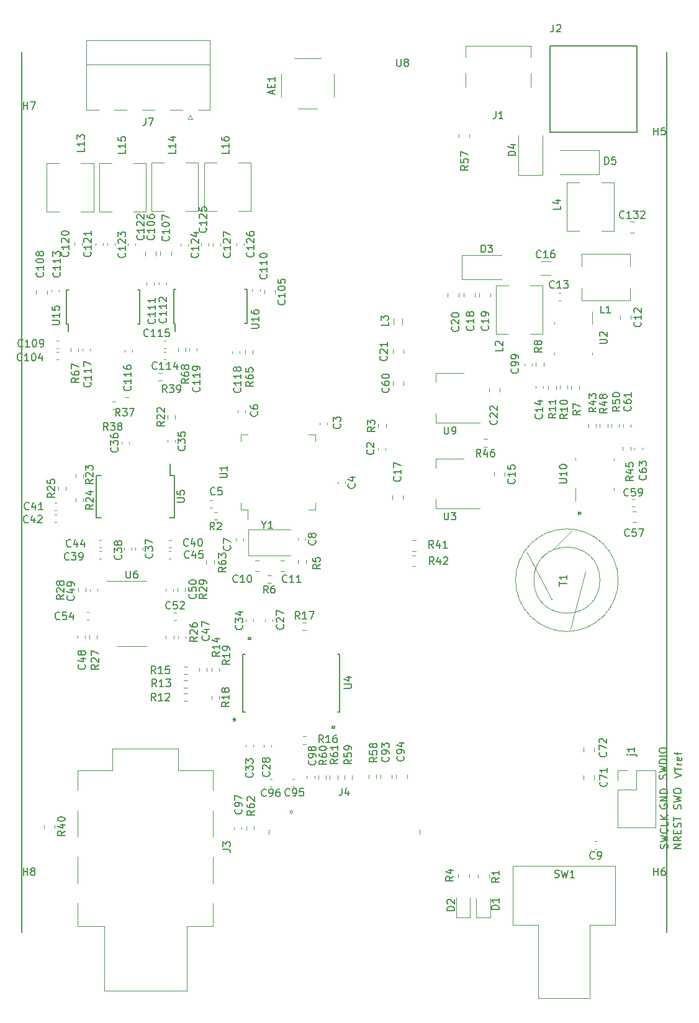
<source format=gbr>
G04 #@! TF.GenerationSoftware,KiCad,Pcbnew,5.1.9*
G04 #@! TF.CreationDate,2021-06-24T12:15:12+08:00*
G04 #@! TF.ProjectId,digital-amplifier2,64696769-7461-46c2-9d61-6d706c696669,rev?*
G04 #@! TF.SameCoordinates,Original*
G04 #@! TF.FileFunction,Legend,Top*
G04 #@! TF.FilePolarity,Positive*
%FSLAX46Y46*%
G04 Gerber Fmt 4.6, Leading zero omitted, Abs format (unit mm)*
G04 Created by KiCad (PCBNEW 5.1.9) date 2021-06-24 12:15:12*
%MOMM*%
%LPD*%
G01*
G04 APERTURE LIST*
%ADD10C,0.150000*%
%ADD11C,0.120000*%
%ADD12C,0.152400*%
G04 APERTURE END LIST*
D10*
X191000000Y-100000000D02*
X191000000Y-220000000D01*
X103000000Y-100000000D02*
X103000000Y-220000000D01*
D11*
X166506158Y-152741100D02*
X166031642Y-152741100D01*
X166506158Y-153786100D02*
X166031642Y-153786100D01*
X159507000Y-143701720D02*
X159507000Y-144961720D01*
X159507000Y-150521720D02*
X159507000Y-149261720D01*
X163267000Y-143701720D02*
X159507000Y-143701720D01*
X165517000Y-150521720D02*
X159507000Y-150521720D01*
X153620800Y-145396852D02*
X153620800Y-144874348D01*
X155090800Y-145396852D02*
X155090800Y-144874348D01*
X177876200Y-178587400D02*
X179908200Y-170840400D01*
X171907200Y-168173400D02*
X175336200Y-174650400D01*
X178130200Y-165125400D02*
X175590200Y-167665400D01*
X184368200Y-171983400D02*
G75*
G03*
X184368200Y-171983400I-7000000J0D01*
G01*
X181868200Y-171983400D02*
G75*
G03*
X181868200Y-171983400I-4500000J0D01*
G01*
X184280500Y-205685700D02*
X189480500Y-205685700D01*
X184280500Y-200545700D02*
X184280500Y-205685700D01*
X189480500Y-197945700D02*
X189480500Y-205685700D01*
X184280500Y-200545700D02*
X186880500Y-200545700D01*
X186880500Y-200545700D02*
X186880500Y-197945700D01*
X186880500Y-197945700D02*
X189480500Y-197945700D01*
X184280500Y-199275700D02*
X184280500Y-197945700D01*
X184280500Y-197945700D02*
X185610500Y-197945700D01*
X138400000Y-102900000D02*
X138400000Y-106100000D01*
X145600000Y-102900000D02*
X145600000Y-106100000D01*
X140700000Y-107700000D02*
X143300000Y-107700000D01*
X140200000Y-100820000D02*
X143800000Y-100820000D01*
X128710000Y-107810000D02*
X128710000Y-98390000D01*
X128710000Y-98390000D02*
X111860000Y-98390000D01*
X111860000Y-98390000D02*
X111860000Y-107810000D01*
X128710000Y-107810000D02*
X127050000Y-107810000D01*
X111860000Y-107810000D02*
X113520000Y-107810000D01*
X124950000Y-107810000D02*
X123240000Y-107810000D01*
X121140000Y-107810000D02*
X119430000Y-107810000D01*
X117330000Y-107810000D02*
X115620000Y-107810000D01*
X128710000Y-101700000D02*
X111860000Y-101700000D01*
X125700000Y-109100000D02*
X126000000Y-108500000D01*
X126000000Y-108500000D02*
X126300000Y-109100000D01*
X126300000Y-109100000D02*
X125700000Y-109100000D01*
X123954000Y-152894420D02*
X123954000Y-153175580D01*
X122934000Y-152894420D02*
X122934000Y-153175580D01*
X151648700Y-153986620D02*
X151648700Y-154267780D01*
X152668700Y-153986620D02*
X152668700Y-154267780D01*
X133665700Y-205578942D02*
X133665700Y-206053458D01*
X134710700Y-205578942D02*
X134710700Y-206053458D01*
X128204700Y-169345842D02*
X128204700Y-169820358D01*
X129249700Y-169345842D02*
X129249700Y-169820358D01*
X145039820Y-198596222D02*
X145039820Y-199070738D01*
X146084820Y-198596222D02*
X146084820Y-199070738D01*
X143470100Y-198611462D02*
X143470100Y-199085978D01*
X144515100Y-198611462D02*
X144515100Y-199085978D01*
X147021020Y-198601302D02*
X147021020Y-199075818D01*
X148066020Y-198601302D02*
X148066020Y-199075818D01*
X150338260Y-198545422D02*
X150338260Y-199019938D01*
X151383260Y-198545422D02*
X151383260Y-199019938D01*
X131951000Y-205701020D02*
X131951000Y-205982180D01*
X132971000Y-205701020D02*
X132971000Y-205982180D01*
X137127860Y-199075320D02*
X136846700Y-199075320D01*
X137127860Y-200095320D02*
X136846700Y-200095320D01*
X139932800Y-200102940D02*
X140213960Y-200102940D01*
X139932800Y-199082940D02*
X140213960Y-199082940D01*
X110348500Y-157971258D02*
X110348500Y-157496742D01*
X111393500Y-157971258D02*
X111393500Y-157496742D01*
X134507500Y-140600662D02*
X134507500Y-141075178D01*
X133462500Y-140600662D02*
X133462500Y-141075178D01*
X126875000Y-140367140D02*
X126875000Y-140648300D01*
X125855000Y-140367140D02*
X125855000Y-140648300D01*
X132772880Y-140763380D02*
X132772880Y-141044540D01*
X131752880Y-140763380D02*
X131752880Y-141044540D01*
X112325880Y-140417940D02*
X112325880Y-140699100D01*
X111305880Y-140417940D02*
X111305880Y-140699100D01*
X118112000Y-140575420D02*
X118112000Y-140856580D01*
X117092000Y-140575420D02*
X117092000Y-140856580D01*
X122695580Y-141861000D02*
X122414420Y-141861000D01*
X122695580Y-140841000D02*
X122414420Y-140841000D01*
X108014380Y-141861000D02*
X107733220Y-141861000D01*
X108014380Y-140841000D02*
X107733220Y-140841000D01*
X186027428Y-124590480D02*
X186549932Y-124590480D01*
X186027428Y-123120480D02*
X186549932Y-123120480D01*
X112159660Y-177375280D02*
X111878500Y-177375280D01*
X112159660Y-176355280D02*
X111878500Y-176355280D01*
X123791100Y-176380680D02*
X124072260Y-176380680D01*
X123791100Y-177400680D02*
X124072260Y-177400680D01*
X133622320Y-177600220D02*
X133622320Y-177319060D01*
X134642320Y-177600220D02*
X134642320Y-177319060D01*
X134596600Y-194423420D02*
X134596600Y-194704580D01*
X133576600Y-194423420D02*
X133576600Y-194704580D01*
X137095960Y-194453900D02*
X137095960Y-194735060D01*
X136075960Y-194453900D02*
X136075960Y-194735060D01*
X136182640Y-177605300D02*
X136182640Y-177324140D01*
X137202640Y-177605300D02*
X137202640Y-177324140D01*
X121682742Y-144794500D02*
X122157258Y-144794500D01*
X121682742Y-143749500D02*
X122157258Y-143749500D01*
X115832658Y-147635700D02*
X115358142Y-147635700D01*
X115832658Y-148680700D02*
X115358142Y-148680700D01*
X117559858Y-146010100D02*
X117085342Y-146010100D01*
X117559858Y-147055100D02*
X117085342Y-147055100D01*
X141782060Y-169700978D02*
X141782060Y-169226462D01*
X140737060Y-169700978D02*
X140737060Y-169226462D01*
X152693900Y-151164058D02*
X152693900Y-150689542D01*
X151648900Y-151164058D02*
X151648900Y-150689542D01*
X129703598Y-162697900D02*
X129229082Y-162697900D01*
X129703598Y-163742900D02*
X129229082Y-163742900D01*
X117639560Y-153394020D02*
X117639560Y-153112860D01*
X116619560Y-153394020D02*
X116619560Y-153112860D01*
D12*
X133883400Y-180091601D02*
X133883400Y-179837601D01*
X134264400Y-180091601D02*
X133883400Y-180091601D01*
X134264400Y-179837601D02*
X134264400Y-180091601D01*
X133883400Y-179837601D02*
X134264400Y-179837601D01*
X145313400Y-191942199D02*
X145313400Y-192196199D01*
X145694400Y-191942199D02*
X145313400Y-191942199D01*
X145694400Y-192196199D02*
X145694400Y-191942199D01*
X145313400Y-192196199D02*
X145694400Y-192196199D01*
X133462160Y-182092600D02*
X133184900Y-182092600D01*
X146115640Y-189941200D02*
X146392900Y-189941200D01*
X133184900Y-189941200D02*
X133462160Y-189941200D01*
X133184900Y-182092600D02*
X133184900Y-189941200D01*
X146392900Y-182092600D02*
X146115640Y-182092600D01*
X146392900Y-189941200D02*
X146392900Y-182092600D01*
D11*
X173761348Y-128503000D02*
X175183852Y-128503000D01*
X173761348Y-130323000D02*
X175183852Y-130323000D01*
X184482000Y-150664142D02*
X184482000Y-151138658D01*
X183437000Y-150664142D02*
X183437000Y-151138658D01*
X181862200Y-151138658D02*
X181862200Y-150664142D01*
X182907200Y-151138658D02*
X182907200Y-150664142D01*
X185011800Y-154250658D02*
X185011800Y-153776142D01*
X186056800Y-154250658D02*
X186056800Y-153776142D01*
X180287400Y-151138658D02*
X180287400Y-150664142D01*
X181332400Y-151138658D02*
X181332400Y-150664142D01*
X174839100Y-145906258D02*
X174839100Y-145431742D01*
X175884100Y-145906258D02*
X175884100Y-145431742D01*
X177458900Y-145419542D02*
X177458900Y-145894058D01*
X176413900Y-145419542D02*
X176413900Y-145894058D01*
X174182300Y-142332942D02*
X174182300Y-142807458D01*
X173137300Y-142332942D02*
X173137300Y-142807458D01*
X179033700Y-145431742D02*
X179033700Y-145906258D01*
X177988700Y-145431742D02*
X177988700Y-145906258D01*
X172595000Y-142429620D02*
X172595000Y-142710780D01*
X171575000Y-142429620D02*
X171575000Y-142710780D01*
X186624500Y-154166180D02*
X186624500Y-153885020D01*
X187644500Y-154166180D02*
X187644500Y-153885020D01*
X185049700Y-151067380D02*
X185049700Y-150786220D01*
X186069700Y-151067380D02*
X186069700Y-150786220D01*
X186270020Y-160957800D02*
X186551180Y-160957800D01*
X186270020Y-161977800D02*
X186551180Y-161977800D01*
X174169800Y-145515420D02*
X174169800Y-145796580D01*
X173149800Y-145515420D02*
X173149800Y-145796580D01*
X176518180Y-133809200D02*
X176237020Y-133809200D01*
X176518180Y-132789200D02*
X176237020Y-132789200D01*
X179068600Y-124331000D02*
X177368600Y-124331000D01*
X177368600Y-124331000D02*
X177368600Y-117731000D01*
X177368600Y-117731000D02*
X179068600Y-117731000D01*
X182068600Y-117731000D02*
X183768600Y-117731000D01*
X183768600Y-117731000D02*
X183768600Y-124331000D01*
X183768600Y-124331000D02*
X182068600Y-124331000D01*
X125363500Y-140265382D02*
X125363500Y-140739898D01*
X124318500Y-140265382D02*
X124318500Y-140739898D01*
X110717860Y-140311102D02*
X110717860Y-140785618D01*
X109672860Y-140311102D02*
X109672860Y-140785618D01*
D10*
X123726800Y-136970400D02*
X123951800Y-136970400D01*
X123726800Y-132320400D02*
X124051800Y-132320400D01*
X133727600Y-132320400D02*
X133402600Y-132320400D01*
X133727600Y-136970400D02*
X133402600Y-136970400D01*
X123726800Y-136970400D02*
X123726800Y-132320400D01*
X133727600Y-136970400D02*
X133727600Y-132320400D01*
X123951800Y-136970400D02*
X123951800Y-138045400D01*
X109372200Y-137021200D02*
X109372200Y-138096200D01*
X119148000Y-137021200D02*
X119148000Y-132371200D01*
X109147200Y-137021200D02*
X109147200Y-132371200D01*
X119148000Y-137021200D02*
X118823000Y-137021200D01*
X119148000Y-132371200D02*
X118823000Y-132371200D01*
X109147200Y-132371200D02*
X109472200Y-132371200D01*
X109147200Y-137021200D02*
X109372200Y-137021200D01*
D11*
X134289400Y-121638600D02*
X132589400Y-121638600D01*
X134289400Y-115038600D02*
X134289400Y-121638600D01*
X132589400Y-115038600D02*
X134289400Y-115038600D01*
X127889400Y-115038600D02*
X129589400Y-115038600D01*
X127889400Y-121638600D02*
X127889400Y-115038600D01*
X129589400Y-121638600D02*
X127889400Y-121638600D01*
X119963800Y-121689400D02*
X118263800Y-121689400D01*
X119963800Y-115089400D02*
X119963800Y-121689400D01*
X118263800Y-115089400D02*
X119963800Y-115089400D01*
X113563800Y-115089400D02*
X115263800Y-115089400D01*
X113563800Y-121689400D02*
X113563800Y-115089400D01*
X115263800Y-121689400D02*
X113563800Y-121689400D01*
X127075800Y-121638600D02*
X125375800Y-121638600D01*
X127075800Y-115038600D02*
X127075800Y-121638600D01*
X125375800Y-115038600D02*
X127075800Y-115038600D01*
X120675800Y-115038600D02*
X122375800Y-115038600D01*
X120675800Y-121638600D02*
X120675800Y-115038600D01*
X122375800Y-121638600D02*
X120675800Y-121638600D01*
X112801000Y-121689400D02*
X111101000Y-121689400D01*
X112801000Y-115089400D02*
X112801000Y-121689400D01*
X111101000Y-115089400D02*
X112801000Y-115089400D01*
X106401000Y-115089400D02*
X108101000Y-115089400D01*
X106401000Y-121689400D02*
X106401000Y-115089400D01*
X108101000Y-121689400D02*
X106401000Y-121689400D01*
X139950000Y-203450000D02*
X139550000Y-203450000D01*
X139750000Y-203850000D02*
X139950000Y-203450000D01*
X139550000Y-203450000D02*
X139750000Y-203850000D01*
X157325000Y-206040000D02*
X157325000Y-206640000D01*
X157215000Y-206040000D02*
X157325000Y-206040000D01*
X136675000Y-206040000D02*
X136675000Y-206640000D01*
X136785000Y-206040000D02*
X136675000Y-206040000D01*
X129106200Y-126072020D02*
X129106200Y-126353180D01*
X130126200Y-126072020D02*
X130126200Y-126353180D01*
X132306600Y-126021220D02*
X132306600Y-126302380D01*
X133326600Y-126021220D02*
X133326600Y-126302380D01*
X127480600Y-126072020D02*
X127480600Y-126353180D01*
X128500600Y-126072020D02*
X128500600Y-126353180D01*
X124717080Y-126102500D02*
X124717080Y-126383660D01*
X125737080Y-126102500D02*
X125737080Y-126383660D01*
X114679000Y-126021220D02*
X114679000Y-126302380D01*
X115699000Y-126021220D02*
X115699000Y-126302380D01*
X117508560Y-126011060D02*
X117508560Y-126292220D01*
X118528560Y-126011060D02*
X118528560Y-126292220D01*
X113053400Y-126021220D02*
X113053400Y-126302380D01*
X114073400Y-126021220D02*
X114073400Y-126302380D01*
X110183200Y-125995820D02*
X110183200Y-126276980D01*
X111203200Y-125995820D02*
X111203200Y-126276980D01*
X122695580Y-139317000D02*
X122414420Y-139317000D01*
X122695580Y-140337000D02*
X122414420Y-140337000D01*
X107094560Y-132386460D02*
X107094560Y-132667620D01*
X108114560Y-132386460D02*
X108114560Y-132667620D01*
X121709720Y-131390780D02*
X121709720Y-131671940D01*
X122729720Y-131390780D02*
X122729720Y-131671940D01*
X120053640Y-131400940D02*
X120053640Y-131682100D01*
X121073640Y-131400940D02*
X121073640Y-131682100D01*
X134470680Y-132315340D02*
X134470680Y-132596500D01*
X135490680Y-132315340D02*
X135490680Y-132596500D01*
X108016920Y-139317000D02*
X107735760Y-139317000D01*
X108016920Y-140337000D02*
X107735760Y-140337000D01*
X104979800Y-132484228D02*
X104979800Y-133006732D01*
X106449800Y-132484228D02*
X106449800Y-133006732D01*
X123411920Y-127693052D02*
X123411920Y-127170548D01*
X121941920Y-127693052D02*
X121941920Y-127170548D01*
X121329120Y-127698132D02*
X121329120Y-127175628D01*
X119859120Y-127698132D02*
X119859120Y-127175628D01*
X136089720Y-132402948D02*
X136089720Y-132925452D01*
X137559720Y-132402948D02*
X137559720Y-132925452D01*
X142943040Y-198989300D02*
X142943040Y-198708140D01*
X141923040Y-198989300D02*
X141923040Y-198708140D01*
X154105940Y-198511268D02*
X154105940Y-199033772D01*
X155575940Y-198511268D02*
X155575940Y-199033772D01*
X151985040Y-198498568D02*
X151985040Y-199021072D01*
X153455040Y-198498568D02*
X153455040Y-199021072D01*
X184000000Y-211000000D02*
X170000000Y-211000000D01*
X184000000Y-219000000D02*
X184000000Y-211000000D01*
X184000000Y-219000000D02*
X180500000Y-219000000D01*
X180500000Y-219000000D02*
X180500000Y-229000000D01*
X173500000Y-229000000D02*
X180500000Y-229000000D01*
X173500000Y-219000000D02*
X173500000Y-229000000D01*
X170000000Y-219000000D02*
X173500000Y-219000000D01*
X170000000Y-211000000D02*
X170000000Y-219000000D01*
X125312700Y-173066942D02*
X125312700Y-173541458D01*
X124267700Y-173066942D02*
X124267700Y-173541458D01*
X111749100Y-173066942D02*
X111749100Y-173541458D01*
X110704100Y-173066942D02*
X110704100Y-173541458D01*
X112253500Y-179980358D02*
X112253500Y-179505842D01*
X113298500Y-179980358D02*
X113298500Y-179505842D01*
X122680200Y-180005758D02*
X122680200Y-179531242D01*
X123725200Y-180005758D02*
X123725200Y-179531242D01*
X107981220Y-159713698D02*
X107981220Y-159239182D01*
X109026220Y-159713698D02*
X109026220Y-159239182D01*
X111393500Y-160798742D02*
X111393500Y-161273258D01*
X110348500Y-160798742D02*
X110348500Y-161273258D01*
X122921500Y-149970258D02*
X122921500Y-149495742D01*
X123966500Y-149970258D02*
X123966500Y-149495742D01*
X128890500Y-184387258D02*
X128890500Y-183912742D01*
X129935500Y-184387258D02*
X129935500Y-183912742D01*
X129935500Y-187722742D02*
X129935500Y-188197258D01*
X128890500Y-187722742D02*
X128890500Y-188197258D01*
X141324062Y-177739780D02*
X141798578Y-177739780D01*
X141324062Y-178784780D02*
X141798578Y-178784780D01*
X141337262Y-193284580D02*
X141811778Y-193284580D01*
X141337262Y-194329580D02*
X141811778Y-194329580D01*
X125586258Y-184799500D02*
X125111742Y-184799500D01*
X125586258Y-183754500D02*
X125111742Y-183754500D01*
X127239500Y-184387258D02*
X127239500Y-183912742D01*
X128284500Y-184387258D02*
X128284500Y-183912742D01*
X125586258Y-186704500D02*
X125111742Y-186704500D01*
X125586258Y-185659500D02*
X125111742Y-185659500D01*
X125586258Y-188482500D02*
X125111742Y-188482500D01*
X125586258Y-187437500D02*
X125111742Y-187437500D01*
X123649200Y-173163620D02*
X123649200Y-173444780D01*
X122629200Y-173163620D02*
X122629200Y-173444780D01*
X113336800Y-173176320D02*
X113336800Y-173457480D01*
X112316800Y-173176320D02*
X112316800Y-173457480D01*
X110653100Y-179870680D02*
X110653100Y-179589520D01*
X111673100Y-179870680D02*
X111673100Y-179589520D01*
X124356400Y-179909080D02*
X124356400Y-179627920D01*
X125376400Y-179909080D02*
X125376400Y-179627920D01*
X123368680Y-169051700D02*
X123087520Y-169051700D01*
X123368680Y-168031700D02*
X123087520Y-168031700D01*
X113587920Y-166495000D02*
X113869080Y-166495000D01*
X113587920Y-167515000D02*
X113869080Y-167515000D01*
X107765460Y-164096160D02*
X107484300Y-164096160D01*
X107765460Y-163076160D02*
X107484300Y-163076160D01*
X107750220Y-162455320D02*
X107469060Y-162455320D01*
X107750220Y-161435320D02*
X107469060Y-161435320D01*
X123394080Y-167502300D02*
X123112920Y-167502300D01*
X123394080Y-166482300D02*
X123112920Y-166482300D01*
X113575220Y-168019000D02*
X113856380Y-168019000D01*
X113575220Y-169039000D02*
X113856380Y-169039000D01*
X117972300Y-167562920D02*
X117972300Y-167844080D01*
X116952300Y-167562920D02*
X116952300Y-167844080D01*
X119496300Y-167562920D02*
X119496300Y-167844080D01*
X118476300Y-167562920D02*
X118476300Y-167844080D01*
X181435620Y-208637600D02*
X181154460Y-208637600D01*
X181435620Y-207617600D02*
X181154460Y-207617600D01*
X141754320Y-166224340D02*
X141754320Y-166505500D01*
X140734320Y-166224340D02*
X140734320Y-166505500D01*
X133250400Y-166285300D02*
X133250400Y-166566460D01*
X132230400Y-166285300D02*
X132230400Y-166566460D01*
X132456460Y-149111580D02*
X132456460Y-148830420D01*
X133476460Y-149111580D02*
X133476460Y-148830420D01*
X128984620Y-162135280D02*
X128703460Y-162135280D01*
X128984620Y-161115280D02*
X128703460Y-161115280D01*
X147123880Y-158525600D02*
X147123880Y-158806760D01*
X146103880Y-158525600D02*
X146103880Y-158806760D01*
X143695960Y-150803220D02*
X143695960Y-150522060D01*
X144715960Y-150803220D02*
X144715960Y-150522060D01*
X162614940Y-111583204D02*
X162614940Y-111129076D01*
X164084940Y-111583204D02*
X164084940Y-111129076D01*
X163530000Y-99160000D02*
X172470000Y-99160000D01*
X163530000Y-104670000D02*
X163530000Y-102870000D01*
X163530000Y-99160000D02*
X163530000Y-100620000D01*
X172470000Y-99160000D02*
X172470000Y-100620000D01*
X172470000Y-104670000D02*
X172470000Y-102870000D01*
X139656800Y-165065300D02*
X133906800Y-165065300D01*
X133906800Y-165065300D02*
X133906800Y-168665300D01*
X133906800Y-168665300D02*
X139656800Y-168665300D01*
X183775500Y-155569816D02*
X183775500Y-155305400D01*
X183775500Y-159440984D02*
X183775500Y-159705400D01*
X178555500Y-155569816D02*
X178555500Y-155305400D01*
X178555500Y-159440984D02*
X178555500Y-161155400D01*
X118046500Y-180977700D02*
X119996500Y-180977700D01*
X118046500Y-180977700D02*
X116096500Y-180977700D01*
X118046500Y-172107700D02*
X119996500Y-172107700D01*
X118046500Y-172107700D02*
X114596500Y-172107700D01*
D10*
X123816000Y-157691100D02*
X123241000Y-157691100D01*
X123816000Y-163441100D02*
X123166000Y-163441100D01*
X113166000Y-163441100D02*
X113816000Y-163441100D01*
X113166000Y-157691100D02*
X113816000Y-157691100D01*
X123816000Y-157691100D02*
X123816000Y-163441100D01*
X113166000Y-157691100D02*
X113166000Y-163441100D01*
X123241000Y-157691100D02*
X123241000Y-156091100D01*
D11*
X159507000Y-155390800D02*
X159507000Y-156650800D01*
X159507000Y-162210800D02*
X159507000Y-160950800D01*
X163267000Y-155390800D02*
X159507000Y-155390800D01*
X165517000Y-162210800D02*
X159507000Y-162210800D01*
X175621800Y-140949784D02*
X175621800Y-141214200D01*
X175621800Y-137078616D02*
X175621800Y-136814200D01*
X180841800Y-140949784D02*
X180841800Y-141214200D01*
X180841800Y-137078616D02*
X180841800Y-135364200D01*
X143095500Y-153078700D02*
X143095500Y-152128700D01*
X143095500Y-152128700D02*
X142145500Y-152128700D01*
X143095500Y-161398700D02*
X143095500Y-162348700D01*
X143095500Y-162348700D02*
X142145500Y-162348700D01*
X132875500Y-153078700D02*
X132875500Y-152128700D01*
X132875500Y-152128700D02*
X133825500Y-152128700D01*
X132875500Y-161398700D02*
X132875500Y-162348700D01*
X132875500Y-162348700D02*
X133825500Y-162348700D01*
X133825500Y-162348700D02*
X133825500Y-163688700D01*
X156716464Y-170102200D02*
X156262336Y-170102200D01*
X156716464Y-168632200D02*
X156262336Y-168632200D01*
X156313136Y-166549400D02*
X156767264Y-166549400D01*
X156313136Y-168019400D02*
X156767264Y-168019400D01*
X107542000Y-205335136D02*
X107542000Y-205789264D01*
X106072000Y-205335136D02*
X106072000Y-205789264D01*
X137016258Y-172391600D02*
X136541742Y-172391600D01*
X137016258Y-171346600D02*
X136541742Y-171346600D01*
X164044300Y-212053436D02*
X164044300Y-212507564D01*
X162574300Y-212053436D02*
X162574300Y-212507564D01*
X166759560Y-212157576D02*
X166759560Y-212611704D01*
X165289560Y-212157576D02*
X165289560Y-212611704D01*
X154890400Y-136328578D02*
X154890400Y-137127822D01*
X153770400Y-136328578D02*
X153770400Y-137127822D01*
X169391200Y-138428000D02*
X167691200Y-138428000D01*
X167691200Y-138428000D02*
X167691200Y-131828000D01*
X167691200Y-131828000D02*
X169391200Y-131828000D01*
X172391200Y-131828000D02*
X174091200Y-131828000D01*
X174091200Y-131828000D02*
X174091200Y-138428000D01*
X174091200Y-138428000D02*
X172391200Y-138428000D01*
X179351400Y-129157600D02*
X179351400Y-127457600D01*
X179351400Y-127457600D02*
X185951400Y-127457600D01*
X185951400Y-127457600D02*
X185951400Y-129157600D01*
X185951400Y-132157600D02*
X185951400Y-133857600D01*
X185951400Y-133857600D02*
X179351400Y-133857600D01*
X179351400Y-133857600D02*
X179351400Y-132157600D01*
X125505000Y-219170000D02*
X125505000Y-228020000D01*
X114265000Y-228020000D02*
X125505000Y-228020000D01*
X114265000Y-219170000D02*
X114265000Y-228020000D01*
X115415000Y-194930000D02*
X115415000Y-197930000D01*
X110665000Y-219170000D02*
X114265000Y-219170000D01*
X129105000Y-219170000D02*
X129105000Y-216050000D01*
X110665000Y-219170000D02*
X110665000Y-216050000D01*
X110665000Y-200650000D02*
X110665000Y-197930000D01*
X110665000Y-207000000D02*
X110665000Y-203400000D01*
X110665000Y-213300000D02*
X110665000Y-209700000D01*
X129105000Y-209700000D02*
X129105000Y-213300000D01*
X129105000Y-203400000D02*
X129105000Y-207000000D01*
X129105000Y-197930000D02*
X129105000Y-200650000D01*
X110665000Y-197930000D02*
X115415000Y-197930000D01*
X115455000Y-194930000D02*
X124355000Y-194930000D01*
X124355000Y-194930000D02*
X124355000Y-197930000D01*
X124355000Y-197930000D02*
X129105000Y-197930000D01*
X125505000Y-219170000D02*
X129105000Y-219170000D01*
D10*
X175103380Y-99117100D02*
X175103380Y-110879840D01*
X175103380Y-110879840D02*
X186960100Y-110879840D01*
X186960100Y-110879840D02*
X186960100Y-99122180D01*
X186960100Y-99122180D02*
X175113540Y-99122180D01*
X175111000Y-99124720D02*
X175113540Y-99122180D01*
D11*
X181784200Y-116661200D02*
X181784200Y-113361200D01*
X181784200Y-113361200D02*
X176384200Y-113361200D01*
X181784200Y-116661200D02*
X176384200Y-116661200D01*
X170765200Y-116709400D02*
X174065200Y-116709400D01*
X174065200Y-116709400D02*
X174065200Y-111309400D01*
X170765200Y-116709400D02*
X170765200Y-111309400D01*
X163046200Y-127661400D02*
X163046200Y-130961400D01*
X163046200Y-130961400D02*
X168446200Y-130961400D01*
X163046200Y-127661400D02*
X168446200Y-127661400D01*
X162260400Y-215306400D02*
X162260400Y-217991400D01*
X162260400Y-217991400D02*
X164180400Y-217991400D01*
X164180400Y-217991400D02*
X164180400Y-215306400D01*
X165003600Y-215344500D02*
X165003600Y-218029500D01*
X165003600Y-218029500D02*
X166923600Y-218029500D01*
X166923600Y-218029500D02*
X166923600Y-215344500D01*
X181100400Y-194823448D02*
X181100400Y-195345952D01*
X179630400Y-194823448D02*
X179630400Y-195345952D01*
X179630400Y-199155952D02*
X179630400Y-198633448D01*
X181100400Y-199155952D02*
X181100400Y-198633448D01*
X186352548Y-162612400D02*
X186875052Y-162612400D01*
X186352548Y-164082400D02*
X186875052Y-164082400D01*
X168235300Y-145776048D02*
X168235300Y-146298552D01*
X166765300Y-145776048D02*
X166765300Y-146298552D01*
X155090800Y-140518248D02*
X155090800Y-141040752D01*
X153620800Y-140518248D02*
X153620800Y-141040752D01*
X162583800Y-132834748D02*
X162583800Y-133357252D01*
X161113800Y-132834748D02*
X161113800Y-133357252D01*
X166910600Y-132817948D02*
X166910600Y-133340452D01*
X165440600Y-132817948D02*
X165440600Y-133340452D01*
X164793600Y-132834748D02*
X164793600Y-133357252D01*
X163323600Y-132834748D02*
X163323600Y-133357252D01*
X155014600Y-160406448D02*
X155014600Y-160928952D01*
X153544600Y-160406448D02*
X153544600Y-160928952D01*
X168895700Y-157294948D02*
X168895700Y-157817452D01*
X167425700Y-157294948D02*
X167425700Y-157817452D01*
X186104200Y-135882748D02*
X186104200Y-136405252D01*
X184634200Y-135882748D02*
X184634200Y-136405252D01*
X138349048Y-169279900D02*
X138871552Y-169279900D01*
X138349048Y-170749900D02*
X138871552Y-170749900D01*
X135363852Y-170749900D02*
X134841348Y-170749900D01*
X135363852Y-169279900D02*
X134841348Y-169279900D01*
D10*
X165626042Y-155145980D02*
X165292709Y-154669790D01*
X165054614Y-155145980D02*
X165054614Y-154145980D01*
X165435566Y-154145980D01*
X165530804Y-154193600D01*
X165578423Y-154241219D01*
X165626042Y-154336457D01*
X165626042Y-154479314D01*
X165578423Y-154574552D01*
X165530804Y-154622171D01*
X165435566Y-154669790D01*
X165054614Y-154669790D01*
X166483185Y-154479314D02*
X166483185Y-155145980D01*
X166245090Y-154098361D02*
X166006995Y-154812647D01*
X166626042Y-154812647D01*
X167435566Y-154145980D02*
X167245090Y-154145980D01*
X167149852Y-154193600D01*
X167102233Y-154241219D01*
X167006995Y-154384076D01*
X166959376Y-154574552D01*
X166959376Y-154955504D01*
X167006995Y-155050742D01*
X167054614Y-155098361D01*
X167149852Y-155145980D01*
X167340328Y-155145980D01*
X167435566Y-155098361D01*
X167483185Y-155050742D01*
X167530804Y-154955504D01*
X167530804Y-154717409D01*
X167483185Y-154622171D01*
X167435566Y-154574552D01*
X167340328Y-154526933D01*
X167149852Y-154526933D01*
X167054614Y-154574552D01*
X167006995Y-154622171D01*
X166959376Y-154717409D01*
X160655095Y-151064100D02*
X160655095Y-151873624D01*
X160702714Y-151968862D01*
X160750333Y-152016481D01*
X160845571Y-152064100D01*
X161036047Y-152064100D01*
X161131285Y-152016481D01*
X161178904Y-151968862D01*
X161226523Y-151873624D01*
X161226523Y-151064100D01*
X161750333Y-152064100D02*
X161940809Y-152064100D01*
X162036047Y-152016481D01*
X162083666Y-151968862D01*
X162178904Y-151826005D01*
X162226523Y-151635529D01*
X162226523Y-151254577D01*
X162178904Y-151159339D01*
X162131285Y-151111720D01*
X162036047Y-151064100D01*
X161845571Y-151064100D01*
X161750333Y-151111720D01*
X161702714Y-151159339D01*
X161655095Y-151254577D01*
X161655095Y-151492672D01*
X161702714Y-151587910D01*
X161750333Y-151635529D01*
X161845571Y-151683148D01*
X162036047Y-151683148D01*
X162131285Y-151635529D01*
X162178904Y-151587910D01*
X162226523Y-151492672D01*
X153032942Y-145778457D02*
X153080561Y-145826076D01*
X153128180Y-145968933D01*
X153128180Y-146064171D01*
X153080561Y-146207028D01*
X152985323Y-146302266D01*
X152890085Y-146349885D01*
X152699609Y-146397504D01*
X152556752Y-146397504D01*
X152366276Y-146349885D01*
X152271038Y-146302266D01*
X152175800Y-146207028D01*
X152128180Y-146064171D01*
X152128180Y-145968933D01*
X152175800Y-145826076D01*
X152223419Y-145778457D01*
X152128180Y-144921314D02*
X152128180Y-145111790D01*
X152175800Y-145207028D01*
X152223419Y-145254647D01*
X152366276Y-145349885D01*
X152556752Y-145397504D01*
X152937704Y-145397504D01*
X153032942Y-145349885D01*
X153080561Y-145302266D01*
X153128180Y-145207028D01*
X153128180Y-145016552D01*
X153080561Y-144921314D01*
X153032942Y-144873695D01*
X152937704Y-144826076D01*
X152699609Y-144826076D01*
X152604371Y-144873695D01*
X152556752Y-144921314D01*
X152509133Y-145016552D01*
X152509133Y-145207028D01*
X152556752Y-145302266D01*
X152604371Y-145349885D01*
X152699609Y-145397504D01*
X152128180Y-144207028D02*
X152128180Y-144111790D01*
X152175800Y-144016552D01*
X152223419Y-143968933D01*
X152318657Y-143921314D01*
X152509133Y-143873695D01*
X152747228Y-143873695D01*
X152937704Y-143921314D01*
X153032942Y-143968933D01*
X153080561Y-144016552D01*
X153128180Y-144111790D01*
X153128180Y-144207028D01*
X153080561Y-144302266D01*
X153032942Y-144349885D01*
X152937704Y-144397504D01*
X152747228Y-144445123D01*
X152509133Y-144445123D01*
X152318657Y-144397504D01*
X152223419Y-144349885D01*
X152175800Y-144302266D01*
X152128180Y-144207028D01*
X176320580Y-172745304D02*
X176320580Y-172173876D01*
X177320580Y-172459590D02*
X176320580Y-172459590D01*
X177320580Y-171316733D02*
X177320580Y-171888161D01*
X177320580Y-171602447D02*
X176320580Y-171602447D01*
X176463438Y-171697685D01*
X176558676Y-171792923D01*
X176606295Y-171888161D01*
X178852580Y-162839400D02*
X179090676Y-162839400D01*
X178995438Y-163077495D02*
X179090676Y-162839400D01*
X178995438Y-162601304D01*
X179281152Y-162982257D02*
X179090676Y-162839400D01*
X179281152Y-162696542D01*
X185891514Y-195776790D02*
X186748657Y-195776790D01*
X186843895Y-195824409D01*
X186891514Y-195919647D01*
X186891514Y-195967266D01*
X185558180Y-195776790D02*
X185605800Y-195824409D01*
X185653419Y-195776790D01*
X185605800Y-195729171D01*
X185558180Y-195776790D01*
X185653419Y-195776790D01*
X186558180Y-194776790D02*
X186558180Y-195348219D01*
X186558180Y-195062504D02*
X185558180Y-195062504D01*
X185701038Y-195157742D01*
X185796276Y-195252980D01*
X185843895Y-195348219D01*
X192060580Y-198918295D02*
X193060580Y-198584961D01*
X192060580Y-198251628D01*
X192060580Y-198061152D02*
X192060580Y-197489723D01*
X193060580Y-197775438D02*
X192060580Y-197775438D01*
X193060580Y-197156390D02*
X192393914Y-197156390D01*
X192584390Y-197156390D02*
X192489152Y-197108771D01*
X192441533Y-197061152D01*
X192393914Y-196965914D01*
X192393914Y-196870676D01*
X193012961Y-196156390D02*
X193060580Y-196251628D01*
X193060580Y-196442104D01*
X193012961Y-196537342D01*
X192917723Y-196584961D01*
X192536771Y-196584961D01*
X192441533Y-196537342D01*
X192393914Y-196442104D01*
X192393914Y-196251628D01*
X192441533Y-196156390D01*
X192536771Y-196108771D01*
X192632009Y-196108771D01*
X192727247Y-196584961D01*
X192393914Y-195823057D02*
X192393914Y-195442104D01*
X193060580Y-195680200D02*
X192203438Y-195680200D01*
X192108200Y-195632580D01*
X192060580Y-195537342D01*
X192060580Y-195442104D01*
X192958980Y-208571838D02*
X191958980Y-208571838D01*
X192958980Y-208000409D01*
X191958980Y-208000409D01*
X192958980Y-206952790D02*
X192482790Y-207286123D01*
X192958980Y-207524219D02*
X191958980Y-207524219D01*
X191958980Y-207143266D01*
X192006600Y-207048028D01*
X192054219Y-207000409D01*
X192149457Y-206952790D01*
X192292314Y-206952790D01*
X192387552Y-207000409D01*
X192435171Y-207048028D01*
X192482790Y-207143266D01*
X192482790Y-207524219D01*
X192435171Y-206524219D02*
X192435171Y-206190885D01*
X192958980Y-206048028D02*
X192958980Y-206524219D01*
X191958980Y-206524219D01*
X191958980Y-206048028D01*
X192911361Y-205667076D02*
X192958980Y-205524219D01*
X192958980Y-205286123D01*
X192911361Y-205190885D01*
X192863742Y-205143266D01*
X192768504Y-205095647D01*
X192673266Y-205095647D01*
X192578028Y-205143266D01*
X192530409Y-205190885D01*
X192482790Y-205286123D01*
X192435171Y-205476600D01*
X192387552Y-205571838D01*
X192339933Y-205619457D01*
X192244695Y-205667076D01*
X192149457Y-205667076D01*
X192054219Y-205619457D01*
X192006600Y-205571838D01*
X191958980Y-205476600D01*
X191958980Y-205238504D01*
X192006600Y-205095647D01*
X191958980Y-204809933D02*
X191958980Y-204238504D01*
X192958980Y-204524219D02*
X191958980Y-204524219D01*
X192911361Y-203183952D02*
X192958980Y-203041095D01*
X192958980Y-202803000D01*
X192911361Y-202707761D01*
X192863742Y-202660142D01*
X192768504Y-202612523D01*
X192673266Y-202612523D01*
X192578028Y-202660142D01*
X192530409Y-202707761D01*
X192482790Y-202803000D01*
X192435171Y-202993476D01*
X192387552Y-203088714D01*
X192339933Y-203136333D01*
X192244695Y-203183952D01*
X192149457Y-203183952D01*
X192054219Y-203136333D01*
X192006600Y-203088714D01*
X191958980Y-202993476D01*
X191958980Y-202755380D01*
X192006600Y-202612523D01*
X191958980Y-202279190D02*
X192958980Y-202041095D01*
X192244695Y-201850619D01*
X192958980Y-201660142D01*
X191958980Y-201422047D01*
X191958980Y-200850619D02*
X191958980Y-200660142D01*
X192006600Y-200564904D01*
X192101838Y-200469666D01*
X192292314Y-200422047D01*
X192625647Y-200422047D01*
X192816123Y-200469666D01*
X192911361Y-200564904D01*
X192958980Y-200660142D01*
X192958980Y-200850619D01*
X192911361Y-200945857D01*
X192816123Y-201041095D01*
X192625647Y-201088714D01*
X192292314Y-201088714D01*
X192101838Y-201041095D01*
X192006600Y-200945857D01*
X191958980Y-200850619D01*
X191082561Y-208586104D02*
X191130180Y-208443247D01*
X191130180Y-208205152D01*
X191082561Y-208109914D01*
X191034942Y-208062295D01*
X190939704Y-208014676D01*
X190844466Y-208014676D01*
X190749228Y-208062295D01*
X190701609Y-208109914D01*
X190653990Y-208205152D01*
X190606371Y-208395628D01*
X190558752Y-208490866D01*
X190511133Y-208538485D01*
X190415895Y-208586104D01*
X190320657Y-208586104D01*
X190225419Y-208538485D01*
X190177800Y-208490866D01*
X190130180Y-208395628D01*
X190130180Y-208157533D01*
X190177800Y-208014676D01*
X190130180Y-207681342D02*
X191130180Y-207443247D01*
X190415895Y-207252771D01*
X191130180Y-207062295D01*
X190130180Y-206824200D01*
X191034942Y-205871819D02*
X191082561Y-205919438D01*
X191130180Y-206062295D01*
X191130180Y-206157533D01*
X191082561Y-206300390D01*
X190987323Y-206395628D01*
X190892085Y-206443247D01*
X190701609Y-206490866D01*
X190558752Y-206490866D01*
X190368276Y-206443247D01*
X190273038Y-206395628D01*
X190177800Y-206300390D01*
X190130180Y-206157533D01*
X190130180Y-206062295D01*
X190177800Y-205919438D01*
X190225419Y-205871819D01*
X191130180Y-204967057D02*
X191130180Y-205443247D01*
X190130180Y-205443247D01*
X191130180Y-204633723D02*
X190130180Y-204633723D01*
X191130180Y-204062295D02*
X190558752Y-204490866D01*
X190130180Y-204062295D02*
X190701609Y-204633723D01*
X190930161Y-199096047D02*
X190977780Y-198953190D01*
X190977780Y-198715095D01*
X190930161Y-198619857D01*
X190882542Y-198572238D01*
X190787304Y-198524619D01*
X190692066Y-198524619D01*
X190596828Y-198572238D01*
X190549209Y-198619857D01*
X190501590Y-198715095D01*
X190453971Y-198905571D01*
X190406352Y-199000809D01*
X190358733Y-199048428D01*
X190263495Y-199096047D01*
X190168257Y-199096047D01*
X190073019Y-199048428D01*
X190025400Y-199000809D01*
X189977780Y-198905571D01*
X189977780Y-198667476D01*
X190025400Y-198524619D01*
X189977780Y-198191285D02*
X190977780Y-197953190D01*
X190263495Y-197762714D01*
X190977780Y-197572238D01*
X189977780Y-197334142D01*
X190977780Y-196953190D02*
X189977780Y-196953190D01*
X189977780Y-196715095D01*
X190025400Y-196572238D01*
X190120638Y-196477000D01*
X190215876Y-196429380D01*
X190406352Y-196381761D01*
X190549209Y-196381761D01*
X190739685Y-196429380D01*
X190834923Y-196477000D01*
X190930161Y-196572238D01*
X190977780Y-196715095D01*
X190977780Y-196953190D01*
X190977780Y-195953190D02*
X189977780Y-195953190D01*
X189977780Y-195286523D02*
X189977780Y-195096047D01*
X190025400Y-195000809D01*
X190120638Y-194905571D01*
X190311114Y-194857952D01*
X190644447Y-194857952D01*
X190834923Y-194905571D01*
X190930161Y-195000809D01*
X190977780Y-195096047D01*
X190977780Y-195286523D01*
X190930161Y-195381761D01*
X190834923Y-195477000D01*
X190644447Y-195524619D01*
X190311114Y-195524619D01*
X190120638Y-195477000D01*
X190025400Y-195381761D01*
X189977780Y-195286523D01*
X190127000Y-202577604D02*
X190079380Y-202672842D01*
X190079380Y-202815700D01*
X190127000Y-202958557D01*
X190222238Y-203053795D01*
X190317476Y-203101414D01*
X190507952Y-203149033D01*
X190650809Y-203149033D01*
X190841285Y-203101414D01*
X190936523Y-203053795D01*
X191031761Y-202958557D01*
X191079380Y-202815700D01*
X191079380Y-202720461D01*
X191031761Y-202577604D01*
X190984142Y-202529985D01*
X190650809Y-202529985D01*
X190650809Y-202720461D01*
X191079380Y-202101414D02*
X190079380Y-202101414D01*
X191079380Y-201529985D01*
X190079380Y-201529985D01*
X191079380Y-201053795D02*
X190079380Y-201053795D01*
X190079380Y-200815700D01*
X190127000Y-200672842D01*
X190222238Y-200577604D01*
X190317476Y-200529985D01*
X190507952Y-200482366D01*
X190650809Y-200482366D01*
X190841285Y-200529985D01*
X190936523Y-200577604D01*
X191031761Y-200672842D01*
X191079380Y-200815700D01*
X191079380Y-201053795D01*
X137266666Y-105666666D02*
X137266666Y-105190476D01*
X137552380Y-105761904D02*
X136552380Y-105428571D01*
X137552380Y-105095238D01*
X137028571Y-104761904D02*
X137028571Y-104428571D01*
X137552380Y-104285714D02*
X137552380Y-104761904D01*
X136552380Y-104761904D01*
X136552380Y-104285714D01*
X137552380Y-103333333D02*
X137552380Y-103904761D01*
X137552380Y-103619047D02*
X136552380Y-103619047D01*
X136695238Y-103714285D01*
X136790476Y-103809523D01*
X136838095Y-103904761D01*
X119946666Y-108952380D02*
X119946666Y-109666666D01*
X119899047Y-109809523D01*
X119803809Y-109904761D01*
X119660952Y-109952380D01*
X119565714Y-109952380D01*
X120327619Y-108952380D02*
X120994285Y-108952380D01*
X120565714Y-109952380D01*
X125231142Y-153677857D02*
X125278761Y-153725476D01*
X125326380Y-153868333D01*
X125326380Y-153963571D01*
X125278761Y-154106428D01*
X125183523Y-154201666D01*
X125088285Y-154249285D01*
X124897809Y-154296904D01*
X124754952Y-154296904D01*
X124564476Y-154249285D01*
X124469238Y-154201666D01*
X124374000Y-154106428D01*
X124326380Y-153963571D01*
X124326380Y-153868333D01*
X124374000Y-153725476D01*
X124421619Y-153677857D01*
X124326380Y-153344523D02*
X124326380Y-152725476D01*
X124707333Y-153058809D01*
X124707333Y-152915952D01*
X124754952Y-152820714D01*
X124802571Y-152773095D01*
X124897809Y-152725476D01*
X125135904Y-152725476D01*
X125231142Y-152773095D01*
X125278761Y-152820714D01*
X125326380Y-152915952D01*
X125326380Y-153201666D01*
X125278761Y-153296904D01*
X125231142Y-153344523D01*
X124326380Y-151820714D02*
X124326380Y-152296904D01*
X124802571Y-152344523D01*
X124754952Y-152296904D01*
X124707333Y-152201666D01*
X124707333Y-151963571D01*
X124754952Y-151868333D01*
X124802571Y-151820714D01*
X124897809Y-151773095D01*
X125135904Y-151773095D01*
X125231142Y-151820714D01*
X125278761Y-151868333D01*
X125326380Y-151963571D01*
X125326380Y-152201666D01*
X125278761Y-152296904D01*
X125231142Y-152344523D01*
X150966442Y-154204966D02*
X151014061Y-154252585D01*
X151061680Y-154395442D01*
X151061680Y-154490680D01*
X151014061Y-154633538D01*
X150918823Y-154728776D01*
X150823585Y-154776395D01*
X150633109Y-154824014D01*
X150490252Y-154824014D01*
X150299776Y-154776395D01*
X150204538Y-154728776D01*
X150109300Y-154633538D01*
X150061680Y-154490680D01*
X150061680Y-154395442D01*
X150109300Y-154252585D01*
X150156919Y-154204966D01*
X150156919Y-153824014D02*
X150109300Y-153776395D01*
X150061680Y-153681157D01*
X150061680Y-153443061D01*
X150109300Y-153347823D01*
X150156919Y-153300204D01*
X150252157Y-153252585D01*
X150347395Y-153252585D01*
X150490252Y-153300204D01*
X151061680Y-153871633D01*
X151061680Y-153252585D01*
X134729480Y-203411057D02*
X134253290Y-203744390D01*
X134729480Y-203982485D02*
X133729480Y-203982485D01*
X133729480Y-203601533D01*
X133777100Y-203506295D01*
X133824719Y-203458676D01*
X133919957Y-203411057D01*
X134062814Y-203411057D01*
X134158052Y-203458676D01*
X134205671Y-203506295D01*
X134253290Y-203601533D01*
X134253290Y-203982485D01*
X133729480Y-202553914D02*
X133729480Y-202744390D01*
X133777100Y-202839628D01*
X133824719Y-202887247D01*
X133967576Y-202982485D01*
X134158052Y-203030104D01*
X134539004Y-203030104D01*
X134634242Y-202982485D01*
X134681861Y-202934866D01*
X134729480Y-202839628D01*
X134729480Y-202649152D01*
X134681861Y-202553914D01*
X134634242Y-202506295D01*
X134539004Y-202458676D01*
X134300909Y-202458676D01*
X134205671Y-202506295D01*
X134158052Y-202553914D01*
X134110433Y-202649152D01*
X134110433Y-202839628D01*
X134158052Y-202934866D01*
X134205671Y-202982485D01*
X134300909Y-203030104D01*
X133824719Y-202077723D02*
X133777100Y-202030104D01*
X133729480Y-201934866D01*
X133729480Y-201696771D01*
X133777100Y-201601533D01*
X133824719Y-201553914D01*
X133919957Y-201506295D01*
X134015195Y-201506295D01*
X134158052Y-201553914D01*
X134729480Y-202125342D01*
X134729480Y-201506295D01*
X130868680Y-170225957D02*
X130392490Y-170559290D01*
X130868680Y-170797385D02*
X129868680Y-170797385D01*
X129868680Y-170416433D01*
X129916300Y-170321195D01*
X129963919Y-170273576D01*
X130059157Y-170225957D01*
X130202014Y-170225957D01*
X130297252Y-170273576D01*
X130344871Y-170321195D01*
X130392490Y-170416433D01*
X130392490Y-170797385D01*
X129868680Y-169368814D02*
X129868680Y-169559290D01*
X129916300Y-169654528D01*
X129963919Y-169702147D01*
X130106776Y-169797385D01*
X130297252Y-169845004D01*
X130678204Y-169845004D01*
X130773442Y-169797385D01*
X130821061Y-169749766D01*
X130868680Y-169654528D01*
X130868680Y-169464052D01*
X130821061Y-169368814D01*
X130773442Y-169321195D01*
X130678204Y-169273576D01*
X130440109Y-169273576D01*
X130344871Y-169321195D01*
X130297252Y-169368814D01*
X130249633Y-169464052D01*
X130249633Y-169654528D01*
X130297252Y-169749766D01*
X130344871Y-169797385D01*
X130440109Y-169845004D01*
X129868680Y-168940242D02*
X129868680Y-168321195D01*
X130249633Y-168654528D01*
X130249633Y-168511671D01*
X130297252Y-168416433D01*
X130344871Y-168368814D01*
X130440109Y-168321195D01*
X130678204Y-168321195D01*
X130773442Y-168368814D01*
X130821061Y-168416433D01*
X130868680Y-168511671D01*
X130868680Y-168797385D01*
X130821061Y-168892623D01*
X130773442Y-168940242D01*
X146121380Y-196426057D02*
X145645190Y-196759390D01*
X146121380Y-196997485D02*
X145121380Y-196997485D01*
X145121380Y-196616533D01*
X145169000Y-196521295D01*
X145216619Y-196473676D01*
X145311857Y-196426057D01*
X145454714Y-196426057D01*
X145549952Y-196473676D01*
X145597571Y-196521295D01*
X145645190Y-196616533D01*
X145645190Y-196997485D01*
X145121380Y-195568914D02*
X145121380Y-195759390D01*
X145169000Y-195854628D01*
X145216619Y-195902247D01*
X145359476Y-195997485D01*
X145549952Y-196045104D01*
X145930904Y-196045104D01*
X146026142Y-195997485D01*
X146073761Y-195949866D01*
X146121380Y-195854628D01*
X146121380Y-195664152D01*
X146073761Y-195568914D01*
X146026142Y-195521295D01*
X145930904Y-195473676D01*
X145692809Y-195473676D01*
X145597571Y-195521295D01*
X145549952Y-195568914D01*
X145502333Y-195664152D01*
X145502333Y-195854628D01*
X145549952Y-195949866D01*
X145597571Y-195997485D01*
X145692809Y-196045104D01*
X146121380Y-194521295D02*
X146121380Y-195092723D01*
X146121380Y-194807009D02*
X145121380Y-194807009D01*
X145264238Y-194902247D01*
X145359476Y-194997485D01*
X145407095Y-195092723D01*
X144584680Y-196527657D02*
X144108490Y-196860990D01*
X144584680Y-197099085D02*
X143584680Y-197099085D01*
X143584680Y-196718133D01*
X143632300Y-196622895D01*
X143679919Y-196575276D01*
X143775157Y-196527657D01*
X143918014Y-196527657D01*
X144013252Y-196575276D01*
X144060871Y-196622895D01*
X144108490Y-196718133D01*
X144108490Y-197099085D01*
X143584680Y-195670514D02*
X143584680Y-195860990D01*
X143632300Y-195956228D01*
X143679919Y-196003847D01*
X143822776Y-196099085D01*
X144013252Y-196146704D01*
X144394204Y-196146704D01*
X144489442Y-196099085D01*
X144537061Y-196051466D01*
X144584680Y-195956228D01*
X144584680Y-195765752D01*
X144537061Y-195670514D01*
X144489442Y-195622895D01*
X144394204Y-195575276D01*
X144156109Y-195575276D01*
X144060871Y-195622895D01*
X144013252Y-195670514D01*
X143965633Y-195765752D01*
X143965633Y-195956228D01*
X144013252Y-196051466D01*
X144060871Y-196099085D01*
X144156109Y-196146704D01*
X143584680Y-194956228D02*
X143584680Y-194860990D01*
X143632300Y-194765752D01*
X143679919Y-194718133D01*
X143775157Y-194670514D01*
X143965633Y-194622895D01*
X144203728Y-194622895D01*
X144394204Y-194670514D01*
X144489442Y-194718133D01*
X144537061Y-194765752D01*
X144584680Y-194860990D01*
X144584680Y-194956228D01*
X144537061Y-195051466D01*
X144489442Y-195099085D01*
X144394204Y-195146704D01*
X144203728Y-195194323D01*
X143965633Y-195194323D01*
X143775157Y-195146704D01*
X143679919Y-195099085D01*
X143632300Y-195051466D01*
X143584680Y-194956228D01*
X148000980Y-196464157D02*
X147524790Y-196797490D01*
X148000980Y-197035585D02*
X147000980Y-197035585D01*
X147000980Y-196654633D01*
X147048600Y-196559395D01*
X147096219Y-196511776D01*
X147191457Y-196464157D01*
X147334314Y-196464157D01*
X147429552Y-196511776D01*
X147477171Y-196559395D01*
X147524790Y-196654633D01*
X147524790Y-197035585D01*
X147000980Y-195559395D02*
X147000980Y-196035585D01*
X147477171Y-196083204D01*
X147429552Y-196035585D01*
X147381933Y-195940347D01*
X147381933Y-195702252D01*
X147429552Y-195607014D01*
X147477171Y-195559395D01*
X147572409Y-195511776D01*
X147810504Y-195511776D01*
X147905742Y-195559395D01*
X147953361Y-195607014D01*
X148000980Y-195702252D01*
X148000980Y-195940347D01*
X147953361Y-196035585D01*
X147905742Y-196083204D01*
X148000980Y-195035585D02*
X148000980Y-194845109D01*
X147953361Y-194749871D01*
X147905742Y-194702252D01*
X147762885Y-194607014D01*
X147572409Y-194559395D01*
X147191457Y-194559395D01*
X147096219Y-194607014D01*
X147048600Y-194654633D01*
X147000980Y-194749871D01*
X147000980Y-194940347D01*
X147048600Y-195035585D01*
X147096219Y-195083204D01*
X147191457Y-195130823D01*
X147429552Y-195130823D01*
X147524790Y-195083204D01*
X147572409Y-195035585D01*
X147620028Y-194940347D01*
X147620028Y-194749871D01*
X147572409Y-194654633D01*
X147524790Y-194607014D01*
X147429552Y-194559395D01*
X151468080Y-196159357D02*
X150991890Y-196492690D01*
X151468080Y-196730785D02*
X150468080Y-196730785D01*
X150468080Y-196349833D01*
X150515700Y-196254595D01*
X150563319Y-196206976D01*
X150658557Y-196159357D01*
X150801414Y-196159357D01*
X150896652Y-196206976D01*
X150944271Y-196254595D01*
X150991890Y-196349833D01*
X150991890Y-196730785D01*
X150468080Y-195254595D02*
X150468080Y-195730785D01*
X150944271Y-195778404D01*
X150896652Y-195730785D01*
X150849033Y-195635547D01*
X150849033Y-195397452D01*
X150896652Y-195302214D01*
X150944271Y-195254595D01*
X151039509Y-195206976D01*
X151277604Y-195206976D01*
X151372842Y-195254595D01*
X151420461Y-195302214D01*
X151468080Y-195397452D01*
X151468080Y-195635547D01*
X151420461Y-195730785D01*
X151372842Y-195778404D01*
X150896652Y-194635547D02*
X150849033Y-194730785D01*
X150801414Y-194778404D01*
X150706176Y-194826023D01*
X150658557Y-194826023D01*
X150563319Y-194778404D01*
X150515700Y-194730785D01*
X150468080Y-194635547D01*
X150468080Y-194445071D01*
X150515700Y-194349833D01*
X150563319Y-194302214D01*
X150658557Y-194254595D01*
X150706176Y-194254595D01*
X150801414Y-194302214D01*
X150849033Y-194349833D01*
X150896652Y-194445071D01*
X150896652Y-194635547D01*
X150944271Y-194730785D01*
X150991890Y-194778404D01*
X151087128Y-194826023D01*
X151277604Y-194826023D01*
X151372842Y-194778404D01*
X151420461Y-194730785D01*
X151468080Y-194635547D01*
X151468080Y-194445071D01*
X151420461Y-194349833D01*
X151372842Y-194302214D01*
X151277604Y-194254595D01*
X151087128Y-194254595D01*
X150991890Y-194302214D01*
X150944271Y-194349833D01*
X150896652Y-194445071D01*
X132970542Y-203245957D02*
X133018161Y-203293576D01*
X133065780Y-203436433D01*
X133065780Y-203531671D01*
X133018161Y-203674528D01*
X132922923Y-203769766D01*
X132827685Y-203817385D01*
X132637209Y-203865004D01*
X132494352Y-203865004D01*
X132303876Y-203817385D01*
X132208638Y-203769766D01*
X132113400Y-203674528D01*
X132065780Y-203531671D01*
X132065780Y-203436433D01*
X132113400Y-203293576D01*
X132161019Y-203245957D01*
X133065780Y-202769766D02*
X133065780Y-202579290D01*
X133018161Y-202484052D01*
X132970542Y-202436433D01*
X132827685Y-202341195D01*
X132637209Y-202293576D01*
X132256257Y-202293576D01*
X132161019Y-202341195D01*
X132113400Y-202388814D01*
X132065780Y-202484052D01*
X132065780Y-202674528D01*
X132113400Y-202769766D01*
X132161019Y-202817385D01*
X132256257Y-202865004D01*
X132494352Y-202865004D01*
X132589590Y-202817385D01*
X132637209Y-202769766D01*
X132684828Y-202674528D01*
X132684828Y-202484052D01*
X132637209Y-202388814D01*
X132589590Y-202341195D01*
X132494352Y-202293576D01*
X132065780Y-201960242D02*
X132065780Y-201293576D01*
X133065780Y-201722147D01*
X136344422Y-201372462D02*
X136296803Y-201420081D01*
X136153946Y-201467700D01*
X136058708Y-201467700D01*
X135915851Y-201420081D01*
X135820613Y-201324843D01*
X135772994Y-201229605D01*
X135725375Y-201039129D01*
X135725375Y-200896272D01*
X135772994Y-200705796D01*
X135820613Y-200610558D01*
X135915851Y-200515320D01*
X136058708Y-200467700D01*
X136153946Y-200467700D01*
X136296803Y-200515320D01*
X136344422Y-200562939D01*
X136820613Y-201467700D02*
X137011089Y-201467700D01*
X137106327Y-201420081D01*
X137153946Y-201372462D01*
X137249184Y-201229605D01*
X137296803Y-201039129D01*
X137296803Y-200658177D01*
X137249184Y-200562939D01*
X137201565Y-200515320D01*
X137106327Y-200467700D01*
X136915851Y-200467700D01*
X136820613Y-200515320D01*
X136772994Y-200562939D01*
X136725375Y-200658177D01*
X136725375Y-200896272D01*
X136772994Y-200991510D01*
X136820613Y-201039129D01*
X136915851Y-201086748D01*
X137106327Y-201086748D01*
X137201565Y-201039129D01*
X137249184Y-200991510D01*
X137296803Y-200896272D01*
X138153946Y-200467700D02*
X137963470Y-200467700D01*
X137868232Y-200515320D01*
X137820613Y-200562939D01*
X137725375Y-200705796D01*
X137677756Y-200896272D01*
X137677756Y-201277224D01*
X137725375Y-201372462D01*
X137772994Y-201420081D01*
X137868232Y-201467700D01*
X138058708Y-201467700D01*
X138153946Y-201420081D01*
X138201565Y-201372462D01*
X138249184Y-201277224D01*
X138249184Y-201039129D01*
X138201565Y-200943891D01*
X138153946Y-200896272D01*
X138058708Y-200848653D01*
X137868232Y-200848653D01*
X137772994Y-200896272D01*
X137725375Y-200943891D01*
X137677756Y-201039129D01*
X139565142Y-201319142D02*
X139517523Y-201366761D01*
X139374666Y-201414380D01*
X139279428Y-201414380D01*
X139136571Y-201366761D01*
X139041333Y-201271523D01*
X138993714Y-201176285D01*
X138946095Y-200985809D01*
X138946095Y-200842952D01*
X138993714Y-200652476D01*
X139041333Y-200557238D01*
X139136571Y-200462000D01*
X139279428Y-200414380D01*
X139374666Y-200414380D01*
X139517523Y-200462000D01*
X139565142Y-200509619D01*
X140041333Y-201414380D02*
X140231809Y-201414380D01*
X140327047Y-201366761D01*
X140374666Y-201319142D01*
X140469904Y-201176285D01*
X140517523Y-200985809D01*
X140517523Y-200604857D01*
X140469904Y-200509619D01*
X140422285Y-200462000D01*
X140327047Y-200414380D01*
X140136571Y-200414380D01*
X140041333Y-200462000D01*
X139993714Y-200509619D01*
X139946095Y-200604857D01*
X139946095Y-200842952D01*
X139993714Y-200938190D01*
X140041333Y-200985809D01*
X140136571Y-201033428D01*
X140327047Y-201033428D01*
X140422285Y-200985809D01*
X140469904Y-200938190D01*
X140517523Y-200842952D01*
X141422285Y-200414380D02*
X140946095Y-200414380D01*
X140898476Y-200890571D01*
X140946095Y-200842952D01*
X141041333Y-200795333D01*
X141279428Y-200795333D01*
X141374666Y-200842952D01*
X141422285Y-200890571D01*
X141469904Y-200985809D01*
X141469904Y-201223904D01*
X141422285Y-201319142D01*
X141374666Y-201366761D01*
X141279428Y-201414380D01*
X141041333Y-201414380D01*
X140946095Y-201366761D01*
X140898476Y-201319142D01*
X112720380Y-158249857D02*
X112244190Y-158583190D01*
X112720380Y-158821285D02*
X111720380Y-158821285D01*
X111720380Y-158440333D01*
X111768000Y-158345095D01*
X111815619Y-158297476D01*
X111910857Y-158249857D01*
X112053714Y-158249857D01*
X112148952Y-158297476D01*
X112196571Y-158345095D01*
X112244190Y-158440333D01*
X112244190Y-158821285D01*
X111815619Y-157868904D02*
X111768000Y-157821285D01*
X111720380Y-157726047D01*
X111720380Y-157487952D01*
X111768000Y-157392714D01*
X111815619Y-157345095D01*
X111910857Y-157297476D01*
X112006095Y-157297476D01*
X112148952Y-157345095D01*
X112720380Y-157916523D01*
X112720380Y-157297476D01*
X111720380Y-156964142D02*
X111720380Y-156345095D01*
X112101333Y-156678428D01*
X112101333Y-156535571D01*
X112148952Y-156440333D01*
X112196571Y-156392714D01*
X112291809Y-156345095D01*
X112529904Y-156345095D01*
X112625142Y-156392714D01*
X112672761Y-156440333D01*
X112720380Y-156535571D01*
X112720380Y-156821285D01*
X112672761Y-156916523D01*
X112625142Y-156964142D01*
X134564380Y-144914857D02*
X134088190Y-145248190D01*
X134564380Y-145486285D02*
X133564380Y-145486285D01*
X133564380Y-145105333D01*
X133612000Y-145010095D01*
X133659619Y-144962476D01*
X133754857Y-144914857D01*
X133897714Y-144914857D01*
X133992952Y-144962476D01*
X134040571Y-145010095D01*
X134088190Y-145105333D01*
X134088190Y-145486285D01*
X133564380Y-144057714D02*
X133564380Y-144248190D01*
X133612000Y-144343428D01*
X133659619Y-144391047D01*
X133802476Y-144486285D01*
X133992952Y-144533904D01*
X134373904Y-144533904D01*
X134469142Y-144486285D01*
X134516761Y-144438666D01*
X134564380Y-144343428D01*
X134564380Y-144152952D01*
X134516761Y-144057714D01*
X134469142Y-144010095D01*
X134373904Y-143962476D01*
X134135809Y-143962476D01*
X134040571Y-144010095D01*
X133992952Y-144057714D01*
X133945333Y-144152952D01*
X133945333Y-144343428D01*
X133992952Y-144438666D01*
X134040571Y-144486285D01*
X134135809Y-144533904D01*
X133564380Y-143057714D02*
X133564380Y-143533904D01*
X134040571Y-143581523D01*
X133992952Y-143533904D01*
X133945333Y-143438666D01*
X133945333Y-143200571D01*
X133992952Y-143105333D01*
X134040571Y-143057714D01*
X134135809Y-143010095D01*
X134373904Y-143010095D01*
X134469142Y-143057714D01*
X134516761Y-143105333D01*
X134564380Y-143200571D01*
X134564380Y-143438666D01*
X134516761Y-143533904D01*
X134469142Y-143581523D01*
X127230142Y-145645047D02*
X127277761Y-145692666D01*
X127325380Y-145835523D01*
X127325380Y-145930761D01*
X127277761Y-146073619D01*
X127182523Y-146168857D01*
X127087285Y-146216476D01*
X126896809Y-146264095D01*
X126753952Y-146264095D01*
X126563476Y-146216476D01*
X126468238Y-146168857D01*
X126373000Y-146073619D01*
X126325380Y-145930761D01*
X126325380Y-145835523D01*
X126373000Y-145692666D01*
X126420619Y-145645047D01*
X127325380Y-144692666D02*
X127325380Y-145264095D01*
X127325380Y-144978380D02*
X126325380Y-144978380D01*
X126468238Y-145073619D01*
X126563476Y-145168857D01*
X126611095Y-145264095D01*
X127325380Y-143740285D02*
X127325380Y-144311714D01*
X127325380Y-144026000D02*
X126325380Y-144026000D01*
X126468238Y-144121238D01*
X126563476Y-144216476D01*
X126611095Y-144311714D01*
X127325380Y-143264095D02*
X127325380Y-143073619D01*
X127277761Y-142978380D01*
X127230142Y-142930761D01*
X127087285Y-142835523D01*
X126896809Y-142787904D01*
X126515857Y-142787904D01*
X126420619Y-142835523D01*
X126373000Y-142883142D01*
X126325380Y-142978380D01*
X126325380Y-143168857D01*
X126373000Y-143264095D01*
X126420619Y-143311714D01*
X126515857Y-143359333D01*
X126753952Y-143359333D01*
X126849190Y-143311714D01*
X126896809Y-143264095D01*
X126944428Y-143168857D01*
X126944428Y-142978380D01*
X126896809Y-142883142D01*
X126849190Y-142835523D01*
X126753952Y-142787904D01*
X132818142Y-145772047D02*
X132865761Y-145819666D01*
X132913380Y-145962523D01*
X132913380Y-146057761D01*
X132865761Y-146200619D01*
X132770523Y-146295857D01*
X132675285Y-146343476D01*
X132484809Y-146391095D01*
X132341952Y-146391095D01*
X132151476Y-146343476D01*
X132056238Y-146295857D01*
X131961000Y-146200619D01*
X131913380Y-146057761D01*
X131913380Y-145962523D01*
X131961000Y-145819666D01*
X132008619Y-145772047D01*
X132913380Y-144819666D02*
X132913380Y-145391095D01*
X132913380Y-145105380D02*
X131913380Y-145105380D01*
X132056238Y-145200619D01*
X132151476Y-145295857D01*
X132199095Y-145391095D01*
X132913380Y-143867285D02*
X132913380Y-144438714D01*
X132913380Y-144153000D02*
X131913380Y-144153000D01*
X132056238Y-144248238D01*
X132151476Y-144343476D01*
X132199095Y-144438714D01*
X132341952Y-143295857D02*
X132294333Y-143391095D01*
X132246714Y-143438714D01*
X132151476Y-143486333D01*
X132103857Y-143486333D01*
X132008619Y-143438714D01*
X131961000Y-143391095D01*
X131913380Y-143295857D01*
X131913380Y-143105380D01*
X131961000Y-143010142D01*
X132008619Y-142962523D01*
X132103857Y-142914904D01*
X132151476Y-142914904D01*
X132246714Y-142962523D01*
X132294333Y-143010142D01*
X132341952Y-143105380D01*
X132341952Y-143295857D01*
X132389571Y-143391095D01*
X132437190Y-143438714D01*
X132532428Y-143486333D01*
X132722904Y-143486333D01*
X132818142Y-143438714D01*
X132865761Y-143391095D01*
X132913380Y-143295857D01*
X132913380Y-143105380D01*
X132865761Y-143010142D01*
X132818142Y-142962523D01*
X132722904Y-142914904D01*
X132532428Y-142914904D01*
X132437190Y-142962523D01*
X132389571Y-143010142D01*
X132341952Y-143105380D01*
X112371142Y-145010047D02*
X112418761Y-145057666D01*
X112466380Y-145200523D01*
X112466380Y-145295761D01*
X112418761Y-145438619D01*
X112323523Y-145533857D01*
X112228285Y-145581476D01*
X112037809Y-145629095D01*
X111894952Y-145629095D01*
X111704476Y-145581476D01*
X111609238Y-145533857D01*
X111514000Y-145438619D01*
X111466380Y-145295761D01*
X111466380Y-145200523D01*
X111514000Y-145057666D01*
X111561619Y-145010047D01*
X112466380Y-144057666D02*
X112466380Y-144629095D01*
X112466380Y-144343380D02*
X111466380Y-144343380D01*
X111609238Y-144438619D01*
X111704476Y-144533857D01*
X111752095Y-144629095D01*
X112466380Y-143105285D02*
X112466380Y-143676714D01*
X112466380Y-143391000D02*
X111466380Y-143391000D01*
X111609238Y-143486238D01*
X111704476Y-143581476D01*
X111752095Y-143676714D01*
X111466380Y-142771952D02*
X111466380Y-142105285D01*
X112466380Y-142533857D01*
X117832142Y-145518047D02*
X117879761Y-145565666D01*
X117927380Y-145708523D01*
X117927380Y-145803761D01*
X117879761Y-145946619D01*
X117784523Y-146041857D01*
X117689285Y-146089476D01*
X117498809Y-146137095D01*
X117355952Y-146137095D01*
X117165476Y-146089476D01*
X117070238Y-146041857D01*
X116975000Y-145946619D01*
X116927380Y-145803761D01*
X116927380Y-145708523D01*
X116975000Y-145565666D01*
X117022619Y-145518047D01*
X117927380Y-144565666D02*
X117927380Y-145137095D01*
X117927380Y-144851380D02*
X116927380Y-144851380D01*
X117070238Y-144946619D01*
X117165476Y-145041857D01*
X117213095Y-145137095D01*
X117927380Y-143613285D02*
X117927380Y-144184714D01*
X117927380Y-143899000D02*
X116927380Y-143899000D01*
X117070238Y-143994238D01*
X117165476Y-144089476D01*
X117213095Y-144184714D01*
X116927380Y-142756142D02*
X116927380Y-142946619D01*
X116975000Y-143041857D01*
X117022619Y-143089476D01*
X117165476Y-143184714D01*
X117355952Y-143232333D01*
X117736904Y-143232333D01*
X117832142Y-143184714D01*
X117879761Y-143137095D01*
X117927380Y-143041857D01*
X117927380Y-142851380D01*
X117879761Y-142756142D01*
X117832142Y-142708523D01*
X117736904Y-142660904D01*
X117498809Y-142660904D01*
X117403571Y-142708523D01*
X117355952Y-142756142D01*
X117308333Y-142851380D01*
X117308333Y-143041857D01*
X117355952Y-143137095D01*
X117403571Y-143184714D01*
X117498809Y-143232333D01*
X121435952Y-143138142D02*
X121388333Y-143185761D01*
X121245476Y-143233380D01*
X121150238Y-143233380D01*
X121007380Y-143185761D01*
X120912142Y-143090523D01*
X120864523Y-142995285D01*
X120816904Y-142804809D01*
X120816904Y-142661952D01*
X120864523Y-142471476D01*
X120912142Y-142376238D01*
X121007380Y-142281000D01*
X121150238Y-142233380D01*
X121245476Y-142233380D01*
X121388333Y-142281000D01*
X121435952Y-142328619D01*
X122388333Y-143233380D02*
X121816904Y-143233380D01*
X122102619Y-143233380D02*
X122102619Y-142233380D01*
X122007380Y-142376238D01*
X121912142Y-142471476D01*
X121816904Y-142519095D01*
X123340714Y-143233380D02*
X122769285Y-143233380D01*
X123055000Y-143233380D02*
X123055000Y-142233380D01*
X122959761Y-142376238D01*
X122864523Y-142471476D01*
X122769285Y-142519095D01*
X124197857Y-142566714D02*
X124197857Y-143233380D01*
X123959761Y-142185761D02*
X123721666Y-142900047D01*
X124340714Y-142900047D01*
X103020952Y-141962142D02*
X102973333Y-142009761D01*
X102830476Y-142057380D01*
X102735238Y-142057380D01*
X102592380Y-142009761D01*
X102497142Y-141914523D01*
X102449523Y-141819285D01*
X102401904Y-141628809D01*
X102401904Y-141485952D01*
X102449523Y-141295476D01*
X102497142Y-141200238D01*
X102592380Y-141105000D01*
X102735238Y-141057380D01*
X102830476Y-141057380D01*
X102973333Y-141105000D01*
X103020952Y-141152619D01*
X103973333Y-142057380D02*
X103401904Y-142057380D01*
X103687619Y-142057380D02*
X103687619Y-141057380D01*
X103592380Y-141200238D01*
X103497142Y-141295476D01*
X103401904Y-141343095D01*
X104592380Y-141057380D02*
X104687619Y-141057380D01*
X104782857Y-141105000D01*
X104830476Y-141152619D01*
X104878095Y-141247857D01*
X104925714Y-141438333D01*
X104925714Y-141676428D01*
X104878095Y-141866904D01*
X104830476Y-141962142D01*
X104782857Y-142009761D01*
X104687619Y-142057380D01*
X104592380Y-142057380D01*
X104497142Y-142009761D01*
X104449523Y-141962142D01*
X104401904Y-141866904D01*
X104354285Y-141676428D01*
X104354285Y-141438333D01*
X104401904Y-141247857D01*
X104449523Y-141152619D01*
X104497142Y-141105000D01*
X104592380Y-141057380D01*
X105782857Y-141390714D02*
X105782857Y-142057380D01*
X105544761Y-141009761D02*
X105306666Y-141724047D01*
X105925714Y-141724047D01*
X185169632Y-122532622D02*
X185122013Y-122580241D01*
X184979156Y-122627860D01*
X184883918Y-122627860D01*
X184741060Y-122580241D01*
X184645822Y-122485003D01*
X184598203Y-122389765D01*
X184550584Y-122199289D01*
X184550584Y-122056432D01*
X184598203Y-121865956D01*
X184645822Y-121770718D01*
X184741060Y-121675480D01*
X184883918Y-121627860D01*
X184979156Y-121627860D01*
X185122013Y-121675480D01*
X185169632Y-121723099D01*
X186122013Y-122627860D02*
X185550584Y-122627860D01*
X185836299Y-122627860D02*
X185836299Y-121627860D01*
X185741060Y-121770718D01*
X185645822Y-121865956D01*
X185550584Y-121913575D01*
X186455346Y-121627860D02*
X187074394Y-121627860D01*
X186741060Y-122008813D01*
X186883918Y-122008813D01*
X186979156Y-122056432D01*
X187026775Y-122104051D01*
X187074394Y-122199289D01*
X187074394Y-122437384D01*
X187026775Y-122532622D01*
X186979156Y-122580241D01*
X186883918Y-122627860D01*
X186598203Y-122627860D01*
X186502965Y-122580241D01*
X186455346Y-122532622D01*
X187455346Y-121723099D02*
X187502965Y-121675480D01*
X187598203Y-121627860D01*
X187836299Y-121627860D01*
X187931537Y-121675480D01*
X187979156Y-121723099D01*
X188026775Y-121818337D01*
X188026775Y-121913575D01*
X187979156Y-122056432D01*
X187407727Y-122627860D01*
X188026775Y-122627860D01*
X108196142Y-177268142D02*
X108148523Y-177315761D01*
X108005666Y-177363380D01*
X107910428Y-177363380D01*
X107767571Y-177315761D01*
X107672333Y-177220523D01*
X107624714Y-177125285D01*
X107577095Y-176934809D01*
X107577095Y-176791952D01*
X107624714Y-176601476D01*
X107672333Y-176506238D01*
X107767571Y-176411000D01*
X107910428Y-176363380D01*
X108005666Y-176363380D01*
X108148523Y-176411000D01*
X108196142Y-176458619D01*
X109100904Y-176363380D02*
X108624714Y-176363380D01*
X108577095Y-176839571D01*
X108624714Y-176791952D01*
X108719952Y-176744333D01*
X108958047Y-176744333D01*
X109053285Y-176791952D01*
X109100904Y-176839571D01*
X109148523Y-176934809D01*
X109148523Y-177172904D01*
X109100904Y-177268142D01*
X109053285Y-177315761D01*
X108958047Y-177363380D01*
X108719952Y-177363380D01*
X108624714Y-177315761D01*
X108577095Y-177268142D01*
X110005666Y-176696714D02*
X110005666Y-177363380D01*
X109767571Y-176315761D02*
X109529476Y-177030047D01*
X110148523Y-177030047D01*
X123288822Y-175817822D02*
X123241203Y-175865441D01*
X123098346Y-175913060D01*
X123003108Y-175913060D01*
X122860251Y-175865441D01*
X122765013Y-175770203D01*
X122717394Y-175674965D01*
X122669775Y-175484489D01*
X122669775Y-175341632D01*
X122717394Y-175151156D01*
X122765013Y-175055918D01*
X122860251Y-174960680D01*
X123003108Y-174913060D01*
X123098346Y-174913060D01*
X123241203Y-174960680D01*
X123288822Y-175008299D01*
X124193584Y-174913060D02*
X123717394Y-174913060D01*
X123669775Y-175389251D01*
X123717394Y-175341632D01*
X123812632Y-175294013D01*
X124050727Y-175294013D01*
X124145965Y-175341632D01*
X124193584Y-175389251D01*
X124241203Y-175484489D01*
X124241203Y-175722584D01*
X124193584Y-175817822D01*
X124145965Y-175865441D01*
X124050727Y-175913060D01*
X123812632Y-175913060D01*
X123717394Y-175865441D01*
X123669775Y-175817822D01*
X124622156Y-175008299D02*
X124669775Y-174960680D01*
X124765013Y-174913060D01*
X125003108Y-174913060D01*
X125098346Y-174960680D01*
X125145965Y-175008299D01*
X125193584Y-175103537D01*
X125193584Y-175198775D01*
X125145965Y-175341632D01*
X124574537Y-175913060D01*
X125193584Y-175913060D01*
X133059462Y-178102497D02*
X133107081Y-178150116D01*
X133154700Y-178292973D01*
X133154700Y-178388211D01*
X133107081Y-178531068D01*
X133011843Y-178626306D01*
X132916605Y-178673925D01*
X132726129Y-178721544D01*
X132583272Y-178721544D01*
X132392796Y-178673925D01*
X132297558Y-178626306D01*
X132202320Y-178531068D01*
X132154700Y-178388211D01*
X132154700Y-178292973D01*
X132202320Y-178150116D01*
X132249939Y-178102497D01*
X132154700Y-177769163D02*
X132154700Y-177150116D01*
X132535653Y-177483449D01*
X132535653Y-177340592D01*
X132583272Y-177245354D01*
X132630891Y-177197735D01*
X132726129Y-177150116D01*
X132964224Y-177150116D01*
X133059462Y-177197735D01*
X133107081Y-177245354D01*
X133154700Y-177340592D01*
X133154700Y-177626306D01*
X133107081Y-177721544D01*
X133059462Y-177769163D01*
X132488034Y-176292973D02*
X133154700Y-176292973D01*
X132107081Y-176531068D02*
X132821367Y-176769163D01*
X132821367Y-176150116D01*
X134469142Y-198254857D02*
X134516761Y-198302476D01*
X134564380Y-198445333D01*
X134564380Y-198540571D01*
X134516761Y-198683428D01*
X134421523Y-198778666D01*
X134326285Y-198826285D01*
X134135809Y-198873904D01*
X133992952Y-198873904D01*
X133802476Y-198826285D01*
X133707238Y-198778666D01*
X133612000Y-198683428D01*
X133564380Y-198540571D01*
X133564380Y-198445333D01*
X133612000Y-198302476D01*
X133659619Y-198254857D01*
X133564380Y-197921523D02*
X133564380Y-197302476D01*
X133945333Y-197635809D01*
X133945333Y-197492952D01*
X133992952Y-197397714D01*
X134040571Y-197350095D01*
X134135809Y-197302476D01*
X134373904Y-197302476D01*
X134469142Y-197350095D01*
X134516761Y-197397714D01*
X134564380Y-197492952D01*
X134564380Y-197778666D01*
X134516761Y-197873904D01*
X134469142Y-197921523D01*
X133564380Y-196969142D02*
X133564380Y-196350095D01*
X133945333Y-196683428D01*
X133945333Y-196540571D01*
X133992952Y-196445333D01*
X134040571Y-196397714D01*
X134135809Y-196350095D01*
X134373904Y-196350095D01*
X134469142Y-196397714D01*
X134516761Y-196445333D01*
X134564380Y-196540571D01*
X134564380Y-196826285D01*
X134516761Y-196921523D01*
X134469142Y-196969142D01*
X136755142Y-198127857D02*
X136802761Y-198175476D01*
X136850380Y-198318333D01*
X136850380Y-198413571D01*
X136802761Y-198556428D01*
X136707523Y-198651666D01*
X136612285Y-198699285D01*
X136421809Y-198746904D01*
X136278952Y-198746904D01*
X136088476Y-198699285D01*
X135993238Y-198651666D01*
X135898000Y-198556428D01*
X135850380Y-198413571D01*
X135850380Y-198318333D01*
X135898000Y-198175476D01*
X135945619Y-198127857D01*
X135945619Y-197746904D02*
X135898000Y-197699285D01*
X135850380Y-197604047D01*
X135850380Y-197365952D01*
X135898000Y-197270714D01*
X135945619Y-197223095D01*
X136040857Y-197175476D01*
X136136095Y-197175476D01*
X136278952Y-197223095D01*
X136850380Y-197794523D01*
X136850380Y-197175476D01*
X136278952Y-196604047D02*
X136231333Y-196699285D01*
X136183714Y-196746904D01*
X136088476Y-196794523D01*
X136040857Y-196794523D01*
X135945619Y-196746904D01*
X135898000Y-196699285D01*
X135850380Y-196604047D01*
X135850380Y-196413571D01*
X135898000Y-196318333D01*
X135945619Y-196270714D01*
X136040857Y-196223095D01*
X136088476Y-196223095D01*
X136183714Y-196270714D01*
X136231333Y-196318333D01*
X136278952Y-196413571D01*
X136278952Y-196604047D01*
X136326571Y-196699285D01*
X136374190Y-196746904D01*
X136469428Y-196794523D01*
X136659904Y-196794523D01*
X136755142Y-196746904D01*
X136802761Y-196699285D01*
X136850380Y-196604047D01*
X136850380Y-196413571D01*
X136802761Y-196318333D01*
X136755142Y-196270714D01*
X136659904Y-196223095D01*
X136469428Y-196223095D01*
X136374190Y-196270714D01*
X136326571Y-196318333D01*
X136278952Y-196413571D01*
X138660142Y-178061857D02*
X138707761Y-178109476D01*
X138755380Y-178252333D01*
X138755380Y-178347571D01*
X138707761Y-178490428D01*
X138612523Y-178585666D01*
X138517285Y-178633285D01*
X138326809Y-178680904D01*
X138183952Y-178680904D01*
X137993476Y-178633285D01*
X137898238Y-178585666D01*
X137803000Y-178490428D01*
X137755380Y-178347571D01*
X137755380Y-178252333D01*
X137803000Y-178109476D01*
X137850619Y-178061857D01*
X137850619Y-177680904D02*
X137803000Y-177633285D01*
X137755380Y-177538047D01*
X137755380Y-177299952D01*
X137803000Y-177204714D01*
X137850619Y-177157095D01*
X137945857Y-177109476D01*
X138041095Y-177109476D01*
X138183952Y-177157095D01*
X138755380Y-177728523D01*
X138755380Y-177109476D01*
X137755380Y-176776142D02*
X137755380Y-176109476D01*
X138755380Y-176538047D01*
X122801142Y-146375380D02*
X122467809Y-145899190D01*
X122229714Y-146375380D02*
X122229714Y-145375380D01*
X122610666Y-145375380D01*
X122705904Y-145423000D01*
X122753523Y-145470619D01*
X122801142Y-145565857D01*
X122801142Y-145708714D01*
X122753523Y-145803952D01*
X122705904Y-145851571D01*
X122610666Y-145899190D01*
X122229714Y-145899190D01*
X123134476Y-145375380D02*
X123753523Y-145375380D01*
X123420190Y-145756333D01*
X123563047Y-145756333D01*
X123658285Y-145803952D01*
X123705904Y-145851571D01*
X123753523Y-145946809D01*
X123753523Y-146184904D01*
X123705904Y-146280142D01*
X123658285Y-146327761D01*
X123563047Y-146375380D01*
X123277333Y-146375380D01*
X123182095Y-146327761D01*
X123134476Y-146280142D01*
X124229714Y-146375380D02*
X124420190Y-146375380D01*
X124515428Y-146327761D01*
X124563047Y-146280142D01*
X124658285Y-146137285D01*
X124705904Y-145946809D01*
X124705904Y-145565857D01*
X124658285Y-145470619D01*
X124610666Y-145423000D01*
X124515428Y-145375380D01*
X124324952Y-145375380D01*
X124229714Y-145423000D01*
X124182095Y-145470619D01*
X124134476Y-145565857D01*
X124134476Y-145803952D01*
X124182095Y-145899190D01*
X124229714Y-145946809D01*
X124324952Y-145994428D01*
X124515428Y-145994428D01*
X124610666Y-145946809D01*
X124658285Y-145899190D01*
X124705904Y-145803952D01*
X114779822Y-151521420D02*
X114446489Y-151045230D01*
X114208394Y-151521420D02*
X114208394Y-150521420D01*
X114589346Y-150521420D01*
X114684584Y-150569040D01*
X114732203Y-150616659D01*
X114779822Y-150711897D01*
X114779822Y-150854754D01*
X114732203Y-150949992D01*
X114684584Y-150997611D01*
X114589346Y-151045230D01*
X114208394Y-151045230D01*
X115113156Y-150521420D02*
X115732203Y-150521420D01*
X115398870Y-150902373D01*
X115541727Y-150902373D01*
X115636965Y-150949992D01*
X115684584Y-150997611D01*
X115732203Y-151092849D01*
X115732203Y-151330944D01*
X115684584Y-151426182D01*
X115636965Y-151473801D01*
X115541727Y-151521420D01*
X115256013Y-151521420D01*
X115160775Y-151473801D01*
X115113156Y-151426182D01*
X116303632Y-150949992D02*
X116208394Y-150902373D01*
X116160775Y-150854754D01*
X116113156Y-150759516D01*
X116113156Y-150711897D01*
X116160775Y-150616659D01*
X116208394Y-150569040D01*
X116303632Y-150521420D01*
X116494108Y-150521420D01*
X116589346Y-150569040D01*
X116636965Y-150616659D01*
X116684584Y-150711897D01*
X116684584Y-150759516D01*
X116636965Y-150854754D01*
X116589346Y-150902373D01*
X116494108Y-150949992D01*
X116303632Y-150949992D01*
X116208394Y-150997611D01*
X116160775Y-151045230D01*
X116113156Y-151140468D01*
X116113156Y-151330944D01*
X116160775Y-151426182D01*
X116208394Y-151473801D01*
X116303632Y-151521420D01*
X116494108Y-151521420D01*
X116589346Y-151473801D01*
X116636965Y-151426182D01*
X116684584Y-151330944D01*
X116684584Y-151140468D01*
X116636965Y-151045230D01*
X116589346Y-150997611D01*
X116494108Y-150949992D01*
X116425742Y-149565620D02*
X116092409Y-149089430D01*
X115854314Y-149565620D02*
X115854314Y-148565620D01*
X116235266Y-148565620D01*
X116330504Y-148613240D01*
X116378123Y-148660859D01*
X116425742Y-148756097D01*
X116425742Y-148898954D01*
X116378123Y-148994192D01*
X116330504Y-149041811D01*
X116235266Y-149089430D01*
X115854314Y-149089430D01*
X116759076Y-148565620D02*
X117378123Y-148565620D01*
X117044790Y-148946573D01*
X117187647Y-148946573D01*
X117282885Y-148994192D01*
X117330504Y-149041811D01*
X117378123Y-149137049D01*
X117378123Y-149375144D01*
X117330504Y-149470382D01*
X117282885Y-149518001D01*
X117187647Y-149565620D01*
X116901933Y-149565620D01*
X116806695Y-149518001D01*
X116759076Y-149470382D01*
X117711457Y-148565620D02*
X118378123Y-148565620D01*
X117949552Y-149565620D01*
X143708380Y-169838666D02*
X143232190Y-170172000D01*
X143708380Y-170410095D02*
X142708380Y-170410095D01*
X142708380Y-170029142D01*
X142756000Y-169933904D01*
X142803619Y-169886285D01*
X142898857Y-169838666D01*
X143041714Y-169838666D01*
X143136952Y-169886285D01*
X143184571Y-169933904D01*
X143232190Y-170029142D01*
X143232190Y-170410095D01*
X142708380Y-168933904D02*
X142708380Y-169410095D01*
X143184571Y-169457714D01*
X143136952Y-169410095D01*
X143089333Y-169314857D01*
X143089333Y-169076761D01*
X143136952Y-168981523D01*
X143184571Y-168933904D01*
X143279809Y-168886285D01*
X143517904Y-168886285D01*
X143613142Y-168933904D01*
X143660761Y-168981523D01*
X143708380Y-169076761D01*
X143708380Y-169314857D01*
X143660761Y-169410095D01*
X143613142Y-169457714D01*
X151193780Y-151093466D02*
X150717590Y-151426800D01*
X151193780Y-151664895D02*
X150193780Y-151664895D01*
X150193780Y-151283942D01*
X150241400Y-151188704D01*
X150289019Y-151141085D01*
X150384257Y-151093466D01*
X150527114Y-151093466D01*
X150622352Y-151141085D01*
X150669971Y-151188704D01*
X150717590Y-151283942D01*
X150717590Y-151664895D01*
X150193780Y-150760133D02*
X150193780Y-150141085D01*
X150574733Y-150474419D01*
X150574733Y-150331561D01*
X150622352Y-150236323D01*
X150669971Y-150188704D01*
X150765209Y-150141085D01*
X151003304Y-150141085D01*
X151098542Y-150188704D01*
X151146161Y-150236323D01*
X151193780Y-150331561D01*
X151193780Y-150617276D01*
X151146161Y-150712514D01*
X151098542Y-150760133D01*
X129299673Y-165102780D02*
X128966340Y-164626590D01*
X128728244Y-165102780D02*
X128728244Y-164102780D01*
X129109197Y-164102780D01*
X129204435Y-164150400D01*
X129252054Y-164198019D01*
X129299673Y-164293257D01*
X129299673Y-164436114D01*
X129252054Y-164531352D01*
X129204435Y-164578971D01*
X129109197Y-164626590D01*
X128728244Y-164626590D01*
X129680625Y-164198019D02*
X129728244Y-164150400D01*
X129823482Y-164102780D01*
X130061578Y-164102780D01*
X130156816Y-164150400D01*
X130204435Y-164198019D01*
X130252054Y-164293257D01*
X130252054Y-164388495D01*
X130204435Y-164531352D01*
X129633006Y-165102780D01*
X130252054Y-165102780D01*
X116056702Y-153896297D02*
X116104321Y-153943916D01*
X116151940Y-154086773D01*
X116151940Y-154182011D01*
X116104321Y-154324868D01*
X116009083Y-154420106D01*
X115913845Y-154467725D01*
X115723369Y-154515344D01*
X115580512Y-154515344D01*
X115390036Y-154467725D01*
X115294798Y-154420106D01*
X115199560Y-154324868D01*
X115151940Y-154182011D01*
X115151940Y-154086773D01*
X115199560Y-153943916D01*
X115247179Y-153896297D01*
X115151940Y-153562963D02*
X115151940Y-152943916D01*
X115532893Y-153277249D01*
X115532893Y-153134392D01*
X115580512Y-153039154D01*
X115628131Y-152991535D01*
X115723369Y-152943916D01*
X115961464Y-152943916D01*
X116056702Y-152991535D01*
X116104321Y-153039154D01*
X116151940Y-153134392D01*
X116151940Y-153420106D01*
X116104321Y-153515344D01*
X116056702Y-153562963D01*
X115151940Y-152086773D02*
X115151940Y-152277249D01*
X115199560Y-152372487D01*
X115247179Y-152420106D01*
X115390036Y-152515344D01*
X115580512Y-152562963D01*
X115961464Y-152562963D01*
X116056702Y-152515344D01*
X116104321Y-152467725D01*
X116151940Y-152372487D01*
X116151940Y-152182011D01*
X116104321Y-152086773D01*
X116056702Y-152039154D01*
X115961464Y-151991535D01*
X115723369Y-151991535D01*
X115628131Y-152039154D01*
X115580512Y-152086773D01*
X115532893Y-152182011D01*
X115532893Y-152372487D01*
X115580512Y-152467725D01*
X115628131Y-152515344D01*
X115723369Y-152562963D01*
X146983200Y-186715304D02*
X147792724Y-186715304D01*
X147887962Y-186667685D01*
X147935581Y-186620066D01*
X147983200Y-186524828D01*
X147983200Y-186334352D01*
X147935581Y-186239114D01*
X147887962Y-186191495D01*
X147792724Y-186143876D01*
X146983200Y-186143876D01*
X147316534Y-185239114D02*
X147983200Y-185239114D01*
X146935581Y-185477209D02*
X147649867Y-185715304D01*
X147649867Y-185096257D01*
X131825280Y-190957200D02*
X132063376Y-190957200D01*
X131968138Y-191195295D02*
X132063376Y-190957200D01*
X131968138Y-190719104D01*
X132253852Y-191100057D02*
X132063376Y-190957200D01*
X132253852Y-190814342D01*
X131825280Y-190957200D02*
X132063376Y-190957200D01*
X131968138Y-191195295D02*
X132063376Y-190957200D01*
X131968138Y-190719104D01*
X132253852Y-191100057D02*
X132063376Y-190957200D01*
X132253852Y-190814342D01*
X173829742Y-127920142D02*
X173782123Y-127967761D01*
X173639266Y-128015380D01*
X173544028Y-128015380D01*
X173401171Y-127967761D01*
X173305933Y-127872523D01*
X173258314Y-127777285D01*
X173210695Y-127586809D01*
X173210695Y-127443952D01*
X173258314Y-127253476D01*
X173305933Y-127158238D01*
X173401171Y-127063000D01*
X173544028Y-127015380D01*
X173639266Y-127015380D01*
X173782123Y-127063000D01*
X173829742Y-127110619D01*
X174782123Y-128015380D02*
X174210695Y-128015380D01*
X174496409Y-128015380D02*
X174496409Y-127015380D01*
X174401171Y-127158238D01*
X174305933Y-127253476D01*
X174210695Y-127301095D01*
X175639266Y-127015380D02*
X175448790Y-127015380D01*
X175353552Y-127063000D01*
X175305933Y-127110619D01*
X175210695Y-127253476D01*
X175163076Y-127443952D01*
X175163076Y-127824904D01*
X175210695Y-127920142D01*
X175258314Y-127967761D01*
X175353552Y-128015380D01*
X175544028Y-128015380D01*
X175639266Y-127967761D01*
X175686885Y-127920142D01*
X175734504Y-127824904D01*
X175734504Y-127586809D01*
X175686885Y-127491571D01*
X175639266Y-127443952D01*
X175544028Y-127396333D01*
X175353552Y-127396333D01*
X175258314Y-127443952D01*
X175210695Y-127491571D01*
X175163076Y-127586809D01*
X184589680Y-148305757D02*
X184113490Y-148639090D01*
X184589680Y-148877185D02*
X183589680Y-148877185D01*
X183589680Y-148496233D01*
X183637300Y-148400995D01*
X183684919Y-148353376D01*
X183780157Y-148305757D01*
X183923014Y-148305757D01*
X184018252Y-148353376D01*
X184065871Y-148400995D01*
X184113490Y-148496233D01*
X184113490Y-148877185D01*
X183589680Y-147400995D02*
X183589680Y-147877185D01*
X184065871Y-147924804D01*
X184018252Y-147877185D01*
X183970633Y-147781947D01*
X183970633Y-147543852D01*
X184018252Y-147448614D01*
X184065871Y-147400995D01*
X184161109Y-147353376D01*
X184399204Y-147353376D01*
X184494442Y-147400995D01*
X184542061Y-147448614D01*
X184589680Y-147543852D01*
X184589680Y-147781947D01*
X184542061Y-147877185D01*
X184494442Y-147924804D01*
X183589680Y-146734328D02*
X183589680Y-146639090D01*
X183637300Y-146543852D01*
X183684919Y-146496233D01*
X183780157Y-146448614D01*
X183970633Y-146400995D01*
X184208728Y-146400995D01*
X184399204Y-146448614D01*
X184494442Y-146496233D01*
X184542061Y-146543852D01*
X184589680Y-146639090D01*
X184589680Y-146734328D01*
X184542061Y-146829566D01*
X184494442Y-146877185D01*
X184399204Y-146924804D01*
X184208728Y-146972423D01*
X183970633Y-146972423D01*
X183780157Y-146924804D01*
X183684919Y-146877185D01*
X183637300Y-146829566D01*
X183589680Y-146734328D01*
X182837080Y-148547057D02*
X182360890Y-148880390D01*
X182837080Y-149118485D02*
X181837080Y-149118485D01*
X181837080Y-148737533D01*
X181884700Y-148642295D01*
X181932319Y-148594676D01*
X182027557Y-148547057D01*
X182170414Y-148547057D01*
X182265652Y-148594676D01*
X182313271Y-148642295D01*
X182360890Y-148737533D01*
X182360890Y-149118485D01*
X182170414Y-147689914D02*
X182837080Y-147689914D01*
X181789461Y-147928009D02*
X182503747Y-148166104D01*
X182503747Y-147547057D01*
X182265652Y-147023247D02*
X182218033Y-147118485D01*
X182170414Y-147166104D01*
X182075176Y-147213723D01*
X182027557Y-147213723D01*
X181932319Y-147166104D01*
X181884700Y-147118485D01*
X181837080Y-147023247D01*
X181837080Y-146832771D01*
X181884700Y-146737533D01*
X181932319Y-146689914D01*
X182027557Y-146642295D01*
X182075176Y-146642295D01*
X182170414Y-146689914D01*
X182218033Y-146737533D01*
X182265652Y-146832771D01*
X182265652Y-147023247D01*
X182313271Y-147118485D01*
X182360890Y-147166104D01*
X182456128Y-147213723D01*
X182646604Y-147213723D01*
X182741842Y-147166104D01*
X182789461Y-147118485D01*
X182837080Y-147023247D01*
X182837080Y-146832771D01*
X182789461Y-146737533D01*
X182741842Y-146689914D01*
X182646604Y-146642295D01*
X182456128Y-146642295D01*
X182360890Y-146689914D01*
X182313271Y-146737533D01*
X182265652Y-146832771D01*
X186418480Y-157830757D02*
X185942290Y-158164090D01*
X186418480Y-158402185D02*
X185418480Y-158402185D01*
X185418480Y-158021233D01*
X185466100Y-157925995D01*
X185513719Y-157878376D01*
X185608957Y-157830757D01*
X185751814Y-157830757D01*
X185847052Y-157878376D01*
X185894671Y-157925995D01*
X185942290Y-158021233D01*
X185942290Y-158402185D01*
X185751814Y-156973614D02*
X186418480Y-156973614D01*
X185370861Y-157211709D02*
X186085147Y-157449804D01*
X186085147Y-156830757D01*
X185418480Y-155973614D02*
X185418480Y-156449804D01*
X185894671Y-156497423D01*
X185847052Y-156449804D01*
X185799433Y-156354566D01*
X185799433Y-156116471D01*
X185847052Y-156021233D01*
X185894671Y-155973614D01*
X185989909Y-155925995D01*
X186228004Y-155925995D01*
X186323242Y-155973614D01*
X186370861Y-156021233D01*
X186418480Y-156116471D01*
X186418480Y-156354566D01*
X186370861Y-156449804D01*
X186323242Y-156497423D01*
X181363880Y-148458157D02*
X180887690Y-148791490D01*
X181363880Y-149029585D02*
X180363880Y-149029585D01*
X180363880Y-148648633D01*
X180411500Y-148553395D01*
X180459119Y-148505776D01*
X180554357Y-148458157D01*
X180697214Y-148458157D01*
X180792452Y-148505776D01*
X180840071Y-148553395D01*
X180887690Y-148648633D01*
X180887690Y-149029585D01*
X180697214Y-147601014D02*
X181363880Y-147601014D01*
X180316261Y-147839109D02*
X181030547Y-148077204D01*
X181030547Y-147458157D01*
X180363880Y-147172442D02*
X180363880Y-146553395D01*
X180744833Y-146886728D01*
X180744833Y-146743871D01*
X180792452Y-146648633D01*
X180840071Y-146601014D01*
X180935309Y-146553395D01*
X181173404Y-146553395D01*
X181268642Y-146601014D01*
X181316261Y-146648633D01*
X181363880Y-146743871D01*
X181363880Y-147029585D01*
X181316261Y-147124823D01*
X181268642Y-147172442D01*
X175864780Y-149270957D02*
X175388590Y-149604290D01*
X175864780Y-149842385D02*
X174864780Y-149842385D01*
X174864780Y-149461433D01*
X174912400Y-149366195D01*
X174960019Y-149318576D01*
X175055257Y-149270957D01*
X175198114Y-149270957D01*
X175293352Y-149318576D01*
X175340971Y-149366195D01*
X175388590Y-149461433D01*
X175388590Y-149842385D01*
X175864780Y-148318576D02*
X175864780Y-148890004D01*
X175864780Y-148604290D02*
X174864780Y-148604290D01*
X175007638Y-148699528D01*
X175102876Y-148794766D01*
X175150495Y-148890004D01*
X175864780Y-147366195D02*
X175864780Y-147937623D01*
X175864780Y-147651909D02*
X174864780Y-147651909D01*
X175007638Y-147747147D01*
X175102876Y-147842385D01*
X175150495Y-147937623D01*
X177426880Y-149334457D02*
X176950690Y-149667790D01*
X177426880Y-149905885D02*
X176426880Y-149905885D01*
X176426880Y-149524933D01*
X176474500Y-149429695D01*
X176522119Y-149382076D01*
X176617357Y-149334457D01*
X176760214Y-149334457D01*
X176855452Y-149382076D01*
X176903071Y-149429695D01*
X176950690Y-149524933D01*
X176950690Y-149905885D01*
X177426880Y-148382076D02*
X177426880Y-148953504D01*
X177426880Y-148667790D02*
X176426880Y-148667790D01*
X176569738Y-148763028D01*
X176664976Y-148858266D01*
X176712595Y-148953504D01*
X176426880Y-147763028D02*
X176426880Y-147667790D01*
X176474500Y-147572552D01*
X176522119Y-147524933D01*
X176617357Y-147477314D01*
X176807833Y-147429695D01*
X177045928Y-147429695D01*
X177236404Y-147477314D01*
X177331642Y-147524933D01*
X177379261Y-147572552D01*
X177426880Y-147667790D01*
X177426880Y-147763028D01*
X177379261Y-147858266D01*
X177331642Y-147905885D01*
X177236404Y-147953504D01*
X177045928Y-148001123D01*
X176807833Y-148001123D01*
X176617357Y-147953504D01*
X176522119Y-147905885D01*
X176474500Y-147858266D01*
X176426880Y-147763028D01*
X173934380Y-140247666D02*
X173458190Y-140581000D01*
X173934380Y-140819095D02*
X172934380Y-140819095D01*
X172934380Y-140438142D01*
X172982000Y-140342904D01*
X173029619Y-140295285D01*
X173124857Y-140247666D01*
X173267714Y-140247666D01*
X173362952Y-140295285D01*
X173410571Y-140342904D01*
X173458190Y-140438142D01*
X173458190Y-140819095D01*
X173362952Y-139676238D02*
X173315333Y-139771476D01*
X173267714Y-139819095D01*
X173172476Y-139866714D01*
X173124857Y-139866714D01*
X173029619Y-139819095D01*
X172982000Y-139771476D01*
X172934380Y-139676238D01*
X172934380Y-139485761D01*
X172982000Y-139390523D01*
X173029619Y-139342904D01*
X173124857Y-139295285D01*
X173172476Y-139295285D01*
X173267714Y-139342904D01*
X173315333Y-139390523D01*
X173362952Y-139485761D01*
X173362952Y-139676238D01*
X173410571Y-139771476D01*
X173458190Y-139819095D01*
X173553428Y-139866714D01*
X173743904Y-139866714D01*
X173839142Y-139819095D01*
X173886761Y-139771476D01*
X173934380Y-139676238D01*
X173934380Y-139485761D01*
X173886761Y-139390523D01*
X173839142Y-139342904D01*
X173743904Y-139295285D01*
X173553428Y-139295285D01*
X173458190Y-139342904D01*
X173410571Y-139390523D01*
X173362952Y-139485761D01*
X179179480Y-148858266D02*
X178703290Y-149191600D01*
X179179480Y-149429695D02*
X178179480Y-149429695D01*
X178179480Y-149048742D01*
X178227100Y-148953504D01*
X178274719Y-148905885D01*
X178369957Y-148858266D01*
X178512814Y-148858266D01*
X178608052Y-148905885D01*
X178655671Y-148953504D01*
X178703290Y-149048742D01*
X178703290Y-149429695D01*
X178179480Y-148524933D02*
X178179480Y-147858266D01*
X179179480Y-148286838D01*
X170664142Y-143136857D02*
X170711761Y-143184476D01*
X170759380Y-143327333D01*
X170759380Y-143422571D01*
X170711761Y-143565428D01*
X170616523Y-143660666D01*
X170521285Y-143708285D01*
X170330809Y-143755904D01*
X170187952Y-143755904D01*
X169997476Y-143708285D01*
X169902238Y-143660666D01*
X169807000Y-143565428D01*
X169759380Y-143422571D01*
X169759380Y-143327333D01*
X169807000Y-143184476D01*
X169854619Y-143136857D01*
X170759380Y-142660666D02*
X170759380Y-142470190D01*
X170711761Y-142374952D01*
X170664142Y-142327333D01*
X170521285Y-142232095D01*
X170330809Y-142184476D01*
X169949857Y-142184476D01*
X169854619Y-142232095D01*
X169807000Y-142279714D01*
X169759380Y-142374952D01*
X169759380Y-142565428D01*
X169807000Y-142660666D01*
X169854619Y-142708285D01*
X169949857Y-142755904D01*
X170187952Y-142755904D01*
X170283190Y-142708285D01*
X170330809Y-142660666D01*
X170378428Y-142565428D01*
X170378428Y-142374952D01*
X170330809Y-142279714D01*
X170283190Y-142232095D01*
X170187952Y-142184476D01*
X170759380Y-141708285D02*
X170759380Y-141517809D01*
X170711761Y-141422571D01*
X170664142Y-141374952D01*
X170521285Y-141279714D01*
X170330809Y-141232095D01*
X169949857Y-141232095D01*
X169854619Y-141279714D01*
X169807000Y-141327333D01*
X169759380Y-141422571D01*
X169759380Y-141613047D01*
X169807000Y-141708285D01*
X169854619Y-141755904D01*
X169949857Y-141803523D01*
X170187952Y-141803523D01*
X170283190Y-141755904D01*
X170330809Y-141708285D01*
X170378428Y-141613047D01*
X170378428Y-141422571D01*
X170330809Y-141327333D01*
X170283190Y-141279714D01*
X170187952Y-141232095D01*
X188139342Y-157678357D02*
X188186961Y-157725976D01*
X188234580Y-157868833D01*
X188234580Y-157964071D01*
X188186961Y-158106928D01*
X188091723Y-158202166D01*
X187996485Y-158249785D01*
X187806009Y-158297404D01*
X187663152Y-158297404D01*
X187472676Y-158249785D01*
X187377438Y-158202166D01*
X187282200Y-158106928D01*
X187234580Y-157964071D01*
X187234580Y-157868833D01*
X187282200Y-157725976D01*
X187329819Y-157678357D01*
X187234580Y-156821214D02*
X187234580Y-157011690D01*
X187282200Y-157106928D01*
X187329819Y-157154547D01*
X187472676Y-157249785D01*
X187663152Y-157297404D01*
X188044104Y-157297404D01*
X188139342Y-157249785D01*
X188186961Y-157202166D01*
X188234580Y-157106928D01*
X188234580Y-156916452D01*
X188186961Y-156821214D01*
X188139342Y-156773595D01*
X188044104Y-156725976D01*
X187806009Y-156725976D01*
X187710771Y-156773595D01*
X187663152Y-156821214D01*
X187615533Y-156916452D01*
X187615533Y-157106928D01*
X187663152Y-157202166D01*
X187710771Y-157249785D01*
X187806009Y-157297404D01*
X187234580Y-156392642D02*
X187234580Y-155773595D01*
X187615533Y-156106928D01*
X187615533Y-155964071D01*
X187663152Y-155868833D01*
X187710771Y-155821214D01*
X187806009Y-155773595D01*
X188044104Y-155773595D01*
X188139342Y-155821214D01*
X188186961Y-155868833D01*
X188234580Y-155964071D01*
X188234580Y-156249785D01*
X188186961Y-156345023D01*
X188139342Y-156392642D01*
X186031142Y-148280357D02*
X186078761Y-148327976D01*
X186126380Y-148470833D01*
X186126380Y-148566071D01*
X186078761Y-148708928D01*
X185983523Y-148804166D01*
X185888285Y-148851785D01*
X185697809Y-148899404D01*
X185554952Y-148899404D01*
X185364476Y-148851785D01*
X185269238Y-148804166D01*
X185174000Y-148708928D01*
X185126380Y-148566071D01*
X185126380Y-148470833D01*
X185174000Y-148327976D01*
X185221619Y-148280357D01*
X185126380Y-147423214D02*
X185126380Y-147613690D01*
X185174000Y-147708928D01*
X185221619Y-147756547D01*
X185364476Y-147851785D01*
X185554952Y-147899404D01*
X185935904Y-147899404D01*
X186031142Y-147851785D01*
X186078761Y-147804166D01*
X186126380Y-147708928D01*
X186126380Y-147518452D01*
X186078761Y-147423214D01*
X186031142Y-147375595D01*
X185935904Y-147327976D01*
X185697809Y-147327976D01*
X185602571Y-147375595D01*
X185554952Y-147423214D01*
X185507333Y-147518452D01*
X185507333Y-147708928D01*
X185554952Y-147804166D01*
X185602571Y-147851785D01*
X185697809Y-147899404D01*
X186126380Y-146375595D02*
X186126380Y-146947023D01*
X186126380Y-146661309D02*
X185126380Y-146661309D01*
X185269238Y-146756547D01*
X185364476Y-146851785D01*
X185412095Y-146947023D01*
X185767742Y-160394942D02*
X185720123Y-160442561D01*
X185577266Y-160490180D01*
X185482028Y-160490180D01*
X185339171Y-160442561D01*
X185243933Y-160347323D01*
X185196314Y-160252085D01*
X185148695Y-160061609D01*
X185148695Y-159918752D01*
X185196314Y-159728276D01*
X185243933Y-159633038D01*
X185339171Y-159537800D01*
X185482028Y-159490180D01*
X185577266Y-159490180D01*
X185720123Y-159537800D01*
X185767742Y-159585419D01*
X186672504Y-159490180D02*
X186196314Y-159490180D01*
X186148695Y-159966371D01*
X186196314Y-159918752D01*
X186291552Y-159871133D01*
X186529647Y-159871133D01*
X186624885Y-159918752D01*
X186672504Y-159966371D01*
X186720123Y-160061609D01*
X186720123Y-160299704D01*
X186672504Y-160394942D01*
X186624885Y-160442561D01*
X186529647Y-160490180D01*
X186291552Y-160490180D01*
X186196314Y-160442561D01*
X186148695Y-160394942D01*
X187196314Y-160490180D02*
X187386790Y-160490180D01*
X187482028Y-160442561D01*
X187529647Y-160394942D01*
X187624885Y-160252085D01*
X187672504Y-160061609D01*
X187672504Y-159680657D01*
X187624885Y-159585419D01*
X187577266Y-159537800D01*
X187482028Y-159490180D01*
X187291552Y-159490180D01*
X187196314Y-159537800D01*
X187148695Y-159585419D01*
X187101076Y-159680657D01*
X187101076Y-159918752D01*
X187148695Y-160013990D01*
X187196314Y-160061609D01*
X187291552Y-160109228D01*
X187482028Y-160109228D01*
X187577266Y-160061609D01*
X187624885Y-160013990D01*
X187672504Y-159918752D01*
X173928042Y-149359857D02*
X173975661Y-149407476D01*
X174023280Y-149550333D01*
X174023280Y-149645571D01*
X173975661Y-149788428D01*
X173880423Y-149883666D01*
X173785185Y-149931285D01*
X173594709Y-149978904D01*
X173451852Y-149978904D01*
X173261376Y-149931285D01*
X173166138Y-149883666D01*
X173070900Y-149788428D01*
X173023280Y-149645571D01*
X173023280Y-149550333D01*
X173070900Y-149407476D01*
X173118519Y-149359857D01*
X174023280Y-148407476D02*
X174023280Y-148978904D01*
X174023280Y-148693190D02*
X173023280Y-148693190D01*
X173166138Y-148788428D01*
X173261376Y-148883666D01*
X173308995Y-148978904D01*
X173356614Y-147550333D02*
X174023280Y-147550333D01*
X172975661Y-147788428D02*
X173689947Y-148026523D01*
X173689947Y-147407476D01*
X175633142Y-132056142D02*
X175585523Y-132103761D01*
X175442666Y-132151380D01*
X175347428Y-132151380D01*
X175204571Y-132103761D01*
X175109333Y-132008523D01*
X175061714Y-131913285D01*
X175014095Y-131722809D01*
X175014095Y-131579952D01*
X175061714Y-131389476D01*
X175109333Y-131294238D01*
X175204571Y-131199000D01*
X175347428Y-131151380D01*
X175442666Y-131151380D01*
X175585523Y-131199000D01*
X175633142Y-131246619D01*
X176585523Y-132151380D02*
X176014095Y-132151380D01*
X176299809Y-132151380D02*
X176299809Y-131151380D01*
X176204571Y-131294238D01*
X176109333Y-131389476D01*
X176014095Y-131437095D01*
X176918857Y-131151380D02*
X177537904Y-131151380D01*
X177204571Y-131532333D01*
X177347428Y-131532333D01*
X177442666Y-131579952D01*
X177490285Y-131627571D01*
X177537904Y-131722809D01*
X177537904Y-131960904D01*
X177490285Y-132056142D01*
X177442666Y-132103761D01*
X177347428Y-132151380D01*
X177061714Y-132151380D01*
X176966476Y-132103761D01*
X176918857Y-132056142D01*
X176474380Y-120943666D02*
X176474380Y-121419857D01*
X175474380Y-121419857D01*
X175807714Y-120181761D02*
X176474380Y-120181761D01*
X175426761Y-120419857D02*
X176141047Y-120657952D01*
X176141047Y-120038904D01*
X125801380Y-144533857D02*
X125325190Y-144867190D01*
X125801380Y-145105285D02*
X124801380Y-145105285D01*
X124801380Y-144724333D01*
X124849000Y-144629095D01*
X124896619Y-144581476D01*
X124991857Y-144533857D01*
X125134714Y-144533857D01*
X125229952Y-144581476D01*
X125277571Y-144629095D01*
X125325190Y-144724333D01*
X125325190Y-145105285D01*
X124801380Y-143676714D02*
X124801380Y-143867190D01*
X124849000Y-143962428D01*
X124896619Y-144010047D01*
X125039476Y-144105285D01*
X125229952Y-144152904D01*
X125610904Y-144152904D01*
X125706142Y-144105285D01*
X125753761Y-144057666D01*
X125801380Y-143962428D01*
X125801380Y-143771952D01*
X125753761Y-143676714D01*
X125706142Y-143629095D01*
X125610904Y-143581476D01*
X125372809Y-143581476D01*
X125277571Y-143629095D01*
X125229952Y-143676714D01*
X125182333Y-143771952D01*
X125182333Y-143962428D01*
X125229952Y-144057666D01*
X125277571Y-144105285D01*
X125372809Y-144152904D01*
X125229952Y-143010047D02*
X125182333Y-143105285D01*
X125134714Y-143152904D01*
X125039476Y-143200523D01*
X124991857Y-143200523D01*
X124896619Y-143152904D01*
X124849000Y-143105285D01*
X124801380Y-143010047D01*
X124801380Y-142819571D01*
X124849000Y-142724333D01*
X124896619Y-142676714D01*
X124991857Y-142629095D01*
X125039476Y-142629095D01*
X125134714Y-142676714D01*
X125182333Y-142724333D01*
X125229952Y-142819571D01*
X125229952Y-143010047D01*
X125277571Y-143105285D01*
X125325190Y-143152904D01*
X125420428Y-143200523D01*
X125610904Y-143200523D01*
X125706142Y-143152904D01*
X125753761Y-143105285D01*
X125801380Y-143010047D01*
X125801380Y-142819571D01*
X125753761Y-142724333D01*
X125706142Y-142676714D01*
X125610904Y-142629095D01*
X125420428Y-142629095D01*
X125325190Y-142676714D01*
X125277571Y-142724333D01*
X125229952Y-142819571D01*
X110815380Y-144406857D02*
X110339190Y-144740190D01*
X110815380Y-144978285D02*
X109815380Y-144978285D01*
X109815380Y-144597333D01*
X109863000Y-144502095D01*
X109910619Y-144454476D01*
X110005857Y-144406857D01*
X110148714Y-144406857D01*
X110243952Y-144454476D01*
X110291571Y-144502095D01*
X110339190Y-144597333D01*
X110339190Y-144978285D01*
X109815380Y-143549714D02*
X109815380Y-143740190D01*
X109863000Y-143835428D01*
X109910619Y-143883047D01*
X110053476Y-143978285D01*
X110243952Y-144025904D01*
X110624904Y-144025904D01*
X110720142Y-143978285D01*
X110767761Y-143930666D01*
X110815380Y-143835428D01*
X110815380Y-143644952D01*
X110767761Y-143549714D01*
X110720142Y-143502095D01*
X110624904Y-143454476D01*
X110386809Y-143454476D01*
X110291571Y-143502095D01*
X110243952Y-143549714D01*
X110196333Y-143644952D01*
X110196333Y-143835428D01*
X110243952Y-143930666D01*
X110291571Y-143978285D01*
X110386809Y-144025904D01*
X109815380Y-143121142D02*
X109815380Y-142454476D01*
X110815380Y-142883047D01*
X134326380Y-137636095D02*
X135135904Y-137636095D01*
X135231142Y-137588476D01*
X135278761Y-137540857D01*
X135326380Y-137445619D01*
X135326380Y-137255142D01*
X135278761Y-137159904D01*
X135231142Y-137112285D01*
X135135904Y-137064666D01*
X134326380Y-137064666D01*
X135326380Y-136064666D02*
X135326380Y-136636095D01*
X135326380Y-136350380D02*
X134326380Y-136350380D01*
X134469238Y-136445619D01*
X134564476Y-136540857D01*
X134612095Y-136636095D01*
X134326380Y-135207523D02*
X134326380Y-135398000D01*
X134374000Y-135493238D01*
X134421619Y-135540857D01*
X134564476Y-135636095D01*
X134754952Y-135683714D01*
X135135904Y-135683714D01*
X135231142Y-135636095D01*
X135278761Y-135588476D01*
X135326380Y-135493238D01*
X135326380Y-135302761D01*
X135278761Y-135207523D01*
X135231142Y-135159904D01*
X135135904Y-135112285D01*
X134897809Y-135112285D01*
X134802571Y-135159904D01*
X134754952Y-135207523D01*
X134707333Y-135302761D01*
X134707333Y-135493238D01*
X134754952Y-135588476D01*
X134802571Y-135636095D01*
X134897809Y-135683714D01*
X107148380Y-137128095D02*
X107957904Y-137128095D01*
X108053142Y-137080476D01*
X108100761Y-137032857D01*
X108148380Y-136937619D01*
X108148380Y-136747142D01*
X108100761Y-136651904D01*
X108053142Y-136604285D01*
X107957904Y-136556666D01*
X107148380Y-136556666D01*
X108148380Y-135556666D02*
X108148380Y-136128095D01*
X108148380Y-135842380D02*
X107148380Y-135842380D01*
X107291238Y-135937619D01*
X107386476Y-136032857D01*
X107434095Y-136128095D01*
X107148380Y-134651904D02*
X107148380Y-135128095D01*
X107624571Y-135175714D01*
X107576952Y-135128095D01*
X107529333Y-135032857D01*
X107529333Y-134794761D01*
X107576952Y-134699523D01*
X107624571Y-134651904D01*
X107719809Y-134604285D01*
X107957904Y-134604285D01*
X108053142Y-134651904D01*
X108100761Y-134699523D01*
X108148380Y-134794761D01*
X108148380Y-135032857D01*
X108100761Y-135128095D01*
X108053142Y-135175714D01*
X131262380Y-113291857D02*
X131262380Y-113768047D01*
X130262380Y-113768047D01*
X131262380Y-112434714D02*
X131262380Y-113006142D01*
X131262380Y-112720428D02*
X130262380Y-112720428D01*
X130405238Y-112815666D01*
X130500476Y-112910904D01*
X130548095Y-113006142D01*
X130262380Y-111577571D02*
X130262380Y-111768047D01*
X130310000Y-111863285D01*
X130357619Y-111910904D01*
X130500476Y-112006142D01*
X130690952Y-112053761D01*
X131071904Y-112053761D01*
X131167142Y-112006142D01*
X131214761Y-111958523D01*
X131262380Y-111863285D01*
X131262380Y-111672809D01*
X131214761Y-111577571D01*
X131167142Y-111529952D01*
X131071904Y-111482333D01*
X130833809Y-111482333D01*
X130738571Y-111529952D01*
X130690952Y-111577571D01*
X130643333Y-111672809D01*
X130643333Y-111863285D01*
X130690952Y-111958523D01*
X130738571Y-112006142D01*
X130833809Y-112053761D01*
X117165380Y-113291857D02*
X117165380Y-113768047D01*
X116165380Y-113768047D01*
X117165380Y-112434714D02*
X117165380Y-113006142D01*
X117165380Y-112720428D02*
X116165380Y-112720428D01*
X116308238Y-112815666D01*
X116403476Y-112910904D01*
X116451095Y-113006142D01*
X116165380Y-111529952D02*
X116165380Y-112006142D01*
X116641571Y-112053761D01*
X116593952Y-112006142D01*
X116546333Y-111910904D01*
X116546333Y-111672809D01*
X116593952Y-111577571D01*
X116641571Y-111529952D01*
X116736809Y-111482333D01*
X116974904Y-111482333D01*
X117070142Y-111529952D01*
X117117761Y-111577571D01*
X117165380Y-111672809D01*
X117165380Y-111910904D01*
X117117761Y-112006142D01*
X117070142Y-112053761D01*
X124023380Y-113291857D02*
X124023380Y-113768047D01*
X123023380Y-113768047D01*
X124023380Y-112434714D02*
X124023380Y-113006142D01*
X124023380Y-112720428D02*
X123023380Y-112720428D01*
X123166238Y-112815666D01*
X123261476Y-112910904D01*
X123309095Y-113006142D01*
X123356714Y-111577571D02*
X124023380Y-111577571D01*
X122975761Y-111815666D02*
X123690047Y-112053761D01*
X123690047Y-111434714D01*
X111577380Y-113037857D02*
X111577380Y-113514047D01*
X110577380Y-113514047D01*
X111577380Y-112180714D02*
X111577380Y-112752142D01*
X111577380Y-112466428D02*
X110577380Y-112466428D01*
X110720238Y-112561666D01*
X110815476Y-112656904D01*
X110863095Y-112752142D01*
X110577380Y-111847380D02*
X110577380Y-111228333D01*
X110958333Y-111561666D01*
X110958333Y-111418809D01*
X111005952Y-111323571D01*
X111053571Y-111275952D01*
X111148809Y-111228333D01*
X111386904Y-111228333D01*
X111482142Y-111275952D01*
X111529761Y-111323571D01*
X111577380Y-111418809D01*
X111577380Y-111704523D01*
X111529761Y-111799761D01*
X111482142Y-111847380D01*
X146666666Y-200352380D02*
X146666666Y-201066666D01*
X146619047Y-201209523D01*
X146523809Y-201304761D01*
X146380952Y-201352380D01*
X146285714Y-201352380D01*
X147571428Y-200685714D02*
X147571428Y-201352380D01*
X147333333Y-200304761D02*
X147095238Y-201019047D01*
X147714285Y-201019047D01*
X131403342Y-127331647D02*
X131450961Y-127379266D01*
X131498580Y-127522123D01*
X131498580Y-127617361D01*
X131450961Y-127760219D01*
X131355723Y-127855457D01*
X131260485Y-127903076D01*
X131070009Y-127950695D01*
X130927152Y-127950695D01*
X130736676Y-127903076D01*
X130641438Y-127855457D01*
X130546200Y-127760219D01*
X130498580Y-127617361D01*
X130498580Y-127522123D01*
X130546200Y-127379266D01*
X130593819Y-127331647D01*
X131498580Y-126379266D02*
X131498580Y-126950695D01*
X131498580Y-126664980D02*
X130498580Y-126664980D01*
X130641438Y-126760219D01*
X130736676Y-126855457D01*
X130784295Y-126950695D01*
X130593819Y-125998314D02*
X130546200Y-125950695D01*
X130498580Y-125855457D01*
X130498580Y-125617361D01*
X130546200Y-125522123D01*
X130593819Y-125474504D01*
X130689057Y-125426885D01*
X130784295Y-125426885D01*
X130927152Y-125474504D01*
X131498580Y-126045933D01*
X131498580Y-125426885D01*
X130498580Y-125093552D02*
X130498580Y-124426885D01*
X131498580Y-124855457D01*
X134603742Y-127280847D02*
X134651361Y-127328466D01*
X134698980Y-127471323D01*
X134698980Y-127566561D01*
X134651361Y-127709419D01*
X134556123Y-127804657D01*
X134460885Y-127852276D01*
X134270409Y-127899895D01*
X134127552Y-127899895D01*
X133937076Y-127852276D01*
X133841838Y-127804657D01*
X133746600Y-127709419D01*
X133698980Y-127566561D01*
X133698980Y-127471323D01*
X133746600Y-127328466D01*
X133794219Y-127280847D01*
X134698980Y-126328466D02*
X134698980Y-126899895D01*
X134698980Y-126614180D02*
X133698980Y-126614180D01*
X133841838Y-126709419D01*
X133937076Y-126804657D01*
X133984695Y-126899895D01*
X133794219Y-125947514D02*
X133746600Y-125899895D01*
X133698980Y-125804657D01*
X133698980Y-125566561D01*
X133746600Y-125471323D01*
X133794219Y-125423704D01*
X133889457Y-125376085D01*
X133984695Y-125376085D01*
X134127552Y-125423704D01*
X134698980Y-125995133D01*
X134698980Y-125376085D01*
X133698980Y-124518942D02*
X133698980Y-124709419D01*
X133746600Y-124804657D01*
X133794219Y-124852276D01*
X133937076Y-124947514D01*
X134127552Y-124995133D01*
X134508504Y-124995133D01*
X134603742Y-124947514D01*
X134651361Y-124899895D01*
X134698980Y-124804657D01*
X134698980Y-124614180D01*
X134651361Y-124518942D01*
X134603742Y-124471323D01*
X134508504Y-124423704D01*
X134270409Y-124423704D01*
X134175171Y-124471323D01*
X134127552Y-124518942D01*
X134079933Y-124614180D01*
X134079933Y-124804657D01*
X134127552Y-124899895D01*
X134175171Y-124947514D01*
X134270409Y-124995133D01*
X128119142Y-123928047D02*
X128166761Y-123975666D01*
X128214380Y-124118523D01*
X128214380Y-124213761D01*
X128166761Y-124356619D01*
X128071523Y-124451857D01*
X127976285Y-124499476D01*
X127785809Y-124547095D01*
X127642952Y-124547095D01*
X127452476Y-124499476D01*
X127357238Y-124451857D01*
X127262000Y-124356619D01*
X127214380Y-124213761D01*
X127214380Y-124118523D01*
X127262000Y-123975666D01*
X127309619Y-123928047D01*
X128214380Y-122975666D02*
X128214380Y-123547095D01*
X128214380Y-123261380D02*
X127214380Y-123261380D01*
X127357238Y-123356619D01*
X127452476Y-123451857D01*
X127500095Y-123547095D01*
X127309619Y-122594714D02*
X127262000Y-122547095D01*
X127214380Y-122451857D01*
X127214380Y-122213761D01*
X127262000Y-122118523D01*
X127309619Y-122070904D01*
X127404857Y-122023285D01*
X127500095Y-122023285D01*
X127642952Y-122070904D01*
X128214380Y-122642333D01*
X128214380Y-122023285D01*
X127214380Y-121118523D02*
X127214380Y-121594714D01*
X127690571Y-121642333D01*
X127642952Y-121594714D01*
X127595333Y-121499476D01*
X127595333Y-121261380D01*
X127642952Y-121166142D01*
X127690571Y-121118523D01*
X127785809Y-121070904D01*
X128023904Y-121070904D01*
X128119142Y-121118523D01*
X128166761Y-121166142D01*
X128214380Y-121261380D01*
X128214380Y-121499476D01*
X128166761Y-121594714D01*
X128119142Y-121642333D01*
X127014222Y-127362127D02*
X127061841Y-127409746D01*
X127109460Y-127552603D01*
X127109460Y-127647841D01*
X127061841Y-127790699D01*
X126966603Y-127885937D01*
X126871365Y-127933556D01*
X126680889Y-127981175D01*
X126538032Y-127981175D01*
X126347556Y-127933556D01*
X126252318Y-127885937D01*
X126157080Y-127790699D01*
X126109460Y-127647841D01*
X126109460Y-127552603D01*
X126157080Y-127409746D01*
X126204699Y-127362127D01*
X127109460Y-126409746D02*
X127109460Y-126981175D01*
X127109460Y-126695460D02*
X126109460Y-126695460D01*
X126252318Y-126790699D01*
X126347556Y-126885937D01*
X126395175Y-126981175D01*
X126204699Y-126028794D02*
X126157080Y-125981175D01*
X126109460Y-125885937D01*
X126109460Y-125647841D01*
X126157080Y-125552603D01*
X126204699Y-125504984D01*
X126299937Y-125457365D01*
X126395175Y-125457365D01*
X126538032Y-125504984D01*
X127109460Y-126076413D01*
X127109460Y-125457365D01*
X126442794Y-124600222D02*
X127109460Y-124600222D01*
X126061841Y-124838318D02*
X126776127Y-125076413D01*
X126776127Y-124457365D01*
X117070142Y-127357047D02*
X117117761Y-127404666D01*
X117165380Y-127547523D01*
X117165380Y-127642761D01*
X117117761Y-127785619D01*
X117022523Y-127880857D01*
X116927285Y-127928476D01*
X116736809Y-127976095D01*
X116593952Y-127976095D01*
X116403476Y-127928476D01*
X116308238Y-127880857D01*
X116213000Y-127785619D01*
X116165380Y-127642761D01*
X116165380Y-127547523D01*
X116213000Y-127404666D01*
X116260619Y-127357047D01*
X117165380Y-126404666D02*
X117165380Y-126976095D01*
X117165380Y-126690380D02*
X116165380Y-126690380D01*
X116308238Y-126785619D01*
X116403476Y-126880857D01*
X116451095Y-126976095D01*
X116260619Y-126023714D02*
X116213000Y-125976095D01*
X116165380Y-125880857D01*
X116165380Y-125642761D01*
X116213000Y-125547523D01*
X116260619Y-125499904D01*
X116355857Y-125452285D01*
X116451095Y-125452285D01*
X116593952Y-125499904D01*
X117165380Y-126071333D01*
X117165380Y-125452285D01*
X116165380Y-125118952D02*
X116165380Y-124499904D01*
X116546333Y-124833238D01*
X116546333Y-124690380D01*
X116593952Y-124595142D01*
X116641571Y-124547523D01*
X116736809Y-124499904D01*
X116974904Y-124499904D01*
X117070142Y-124547523D01*
X117117761Y-124595142D01*
X117165380Y-124690380D01*
X117165380Y-124976095D01*
X117117761Y-125071333D01*
X117070142Y-125118952D01*
X119610142Y-124944047D02*
X119657761Y-124991666D01*
X119705380Y-125134523D01*
X119705380Y-125229761D01*
X119657761Y-125372619D01*
X119562523Y-125467857D01*
X119467285Y-125515476D01*
X119276809Y-125563095D01*
X119133952Y-125563095D01*
X118943476Y-125515476D01*
X118848238Y-125467857D01*
X118753000Y-125372619D01*
X118705380Y-125229761D01*
X118705380Y-125134523D01*
X118753000Y-124991666D01*
X118800619Y-124944047D01*
X119705380Y-123991666D02*
X119705380Y-124563095D01*
X119705380Y-124277380D02*
X118705380Y-124277380D01*
X118848238Y-124372619D01*
X118943476Y-124467857D01*
X118991095Y-124563095D01*
X118800619Y-123610714D02*
X118753000Y-123563095D01*
X118705380Y-123467857D01*
X118705380Y-123229761D01*
X118753000Y-123134523D01*
X118800619Y-123086904D01*
X118895857Y-123039285D01*
X118991095Y-123039285D01*
X119133952Y-123086904D01*
X119705380Y-123658333D01*
X119705380Y-123039285D01*
X118800619Y-122658333D02*
X118753000Y-122610714D01*
X118705380Y-122515476D01*
X118705380Y-122277380D01*
X118753000Y-122182142D01*
X118800619Y-122134523D01*
X118895857Y-122086904D01*
X118991095Y-122086904D01*
X119133952Y-122134523D01*
X119705380Y-122705952D01*
X119705380Y-122086904D01*
X112371142Y-127230047D02*
X112418761Y-127277666D01*
X112466380Y-127420523D01*
X112466380Y-127515761D01*
X112418761Y-127658619D01*
X112323523Y-127753857D01*
X112228285Y-127801476D01*
X112037809Y-127849095D01*
X111894952Y-127849095D01*
X111704476Y-127801476D01*
X111609238Y-127753857D01*
X111514000Y-127658619D01*
X111466380Y-127515761D01*
X111466380Y-127420523D01*
X111514000Y-127277666D01*
X111561619Y-127230047D01*
X112466380Y-126277666D02*
X112466380Y-126849095D01*
X112466380Y-126563380D02*
X111466380Y-126563380D01*
X111609238Y-126658619D01*
X111704476Y-126753857D01*
X111752095Y-126849095D01*
X111561619Y-125896714D02*
X111514000Y-125849095D01*
X111466380Y-125753857D01*
X111466380Y-125515761D01*
X111514000Y-125420523D01*
X111561619Y-125372904D01*
X111656857Y-125325285D01*
X111752095Y-125325285D01*
X111894952Y-125372904D01*
X112466380Y-125944333D01*
X112466380Y-125325285D01*
X112466380Y-124372904D02*
X112466380Y-124944333D01*
X112466380Y-124658619D02*
X111466380Y-124658619D01*
X111609238Y-124753857D01*
X111704476Y-124849095D01*
X111752095Y-124944333D01*
X109323142Y-127230047D02*
X109370761Y-127277666D01*
X109418380Y-127420523D01*
X109418380Y-127515761D01*
X109370761Y-127658619D01*
X109275523Y-127753857D01*
X109180285Y-127801476D01*
X108989809Y-127849095D01*
X108846952Y-127849095D01*
X108656476Y-127801476D01*
X108561238Y-127753857D01*
X108466000Y-127658619D01*
X108418380Y-127515761D01*
X108418380Y-127420523D01*
X108466000Y-127277666D01*
X108513619Y-127230047D01*
X109418380Y-126277666D02*
X109418380Y-126849095D01*
X109418380Y-126563380D02*
X108418380Y-126563380D01*
X108561238Y-126658619D01*
X108656476Y-126753857D01*
X108704095Y-126849095D01*
X108513619Y-125896714D02*
X108466000Y-125849095D01*
X108418380Y-125753857D01*
X108418380Y-125515761D01*
X108466000Y-125420523D01*
X108513619Y-125372904D01*
X108608857Y-125325285D01*
X108704095Y-125325285D01*
X108846952Y-125372904D01*
X109418380Y-125944333D01*
X109418380Y-125325285D01*
X108418380Y-124706238D02*
X108418380Y-124611000D01*
X108466000Y-124515761D01*
X108513619Y-124468142D01*
X108608857Y-124420523D01*
X108799333Y-124372904D01*
X109037428Y-124372904D01*
X109227904Y-124420523D01*
X109323142Y-124468142D01*
X109370761Y-124515761D01*
X109418380Y-124611000D01*
X109418380Y-124706238D01*
X109370761Y-124801476D01*
X109323142Y-124849095D01*
X109227904Y-124896714D01*
X109037428Y-124944333D01*
X108799333Y-124944333D01*
X108608857Y-124896714D01*
X108513619Y-124849095D01*
X108466000Y-124801476D01*
X108418380Y-124706238D01*
X120292952Y-138660142D02*
X120245333Y-138707761D01*
X120102476Y-138755380D01*
X120007238Y-138755380D01*
X119864380Y-138707761D01*
X119769142Y-138612523D01*
X119721523Y-138517285D01*
X119673904Y-138326809D01*
X119673904Y-138183952D01*
X119721523Y-137993476D01*
X119769142Y-137898238D01*
X119864380Y-137803000D01*
X120007238Y-137755380D01*
X120102476Y-137755380D01*
X120245333Y-137803000D01*
X120292952Y-137850619D01*
X121245333Y-138755380D02*
X120673904Y-138755380D01*
X120959619Y-138755380D02*
X120959619Y-137755380D01*
X120864380Y-137898238D01*
X120769142Y-137993476D01*
X120673904Y-138041095D01*
X122197714Y-138755380D02*
X121626285Y-138755380D01*
X121912000Y-138755380D02*
X121912000Y-137755380D01*
X121816761Y-137898238D01*
X121721523Y-137993476D01*
X121626285Y-138041095D01*
X123102476Y-137755380D02*
X122626285Y-137755380D01*
X122578666Y-138231571D01*
X122626285Y-138183952D01*
X122721523Y-138136333D01*
X122959619Y-138136333D01*
X123054857Y-138183952D01*
X123102476Y-138231571D01*
X123150095Y-138326809D01*
X123150095Y-138564904D01*
X123102476Y-138660142D01*
X123054857Y-138707761D01*
X122959619Y-138755380D01*
X122721523Y-138755380D01*
X122626285Y-138707761D01*
X122578666Y-138660142D01*
X108180142Y-130024047D02*
X108227761Y-130071666D01*
X108275380Y-130214523D01*
X108275380Y-130309761D01*
X108227761Y-130452619D01*
X108132523Y-130547857D01*
X108037285Y-130595476D01*
X107846809Y-130643095D01*
X107703952Y-130643095D01*
X107513476Y-130595476D01*
X107418238Y-130547857D01*
X107323000Y-130452619D01*
X107275380Y-130309761D01*
X107275380Y-130214523D01*
X107323000Y-130071666D01*
X107370619Y-130024047D01*
X108275380Y-129071666D02*
X108275380Y-129643095D01*
X108275380Y-129357380D02*
X107275380Y-129357380D01*
X107418238Y-129452619D01*
X107513476Y-129547857D01*
X107561095Y-129643095D01*
X108275380Y-128119285D02*
X108275380Y-128690714D01*
X108275380Y-128405000D02*
X107275380Y-128405000D01*
X107418238Y-128500238D01*
X107513476Y-128595476D01*
X107561095Y-128690714D01*
X107275380Y-127785952D02*
X107275380Y-127166904D01*
X107656333Y-127500238D01*
X107656333Y-127357380D01*
X107703952Y-127262142D01*
X107751571Y-127214523D01*
X107846809Y-127166904D01*
X108084904Y-127166904D01*
X108180142Y-127214523D01*
X108227761Y-127262142D01*
X108275380Y-127357380D01*
X108275380Y-127643095D01*
X108227761Y-127738333D01*
X108180142Y-127785952D01*
X122658142Y-136247047D02*
X122705761Y-136294666D01*
X122753380Y-136437523D01*
X122753380Y-136532761D01*
X122705761Y-136675619D01*
X122610523Y-136770857D01*
X122515285Y-136818476D01*
X122324809Y-136866095D01*
X122181952Y-136866095D01*
X121991476Y-136818476D01*
X121896238Y-136770857D01*
X121801000Y-136675619D01*
X121753380Y-136532761D01*
X121753380Y-136437523D01*
X121801000Y-136294666D01*
X121848619Y-136247047D01*
X122753380Y-135294666D02*
X122753380Y-135866095D01*
X122753380Y-135580380D02*
X121753380Y-135580380D01*
X121896238Y-135675619D01*
X121991476Y-135770857D01*
X122039095Y-135866095D01*
X122753380Y-134342285D02*
X122753380Y-134913714D01*
X122753380Y-134628000D02*
X121753380Y-134628000D01*
X121896238Y-134723238D01*
X121991476Y-134818476D01*
X122039095Y-134913714D01*
X121848619Y-133961333D02*
X121801000Y-133913714D01*
X121753380Y-133818476D01*
X121753380Y-133580380D01*
X121801000Y-133485142D01*
X121848619Y-133437523D01*
X121943857Y-133389904D01*
X122039095Y-133389904D01*
X122181952Y-133437523D01*
X122753380Y-134008952D01*
X122753380Y-133389904D01*
X121134142Y-136374047D02*
X121181761Y-136421666D01*
X121229380Y-136564523D01*
X121229380Y-136659761D01*
X121181761Y-136802619D01*
X121086523Y-136897857D01*
X120991285Y-136945476D01*
X120800809Y-136993095D01*
X120657952Y-136993095D01*
X120467476Y-136945476D01*
X120372238Y-136897857D01*
X120277000Y-136802619D01*
X120229380Y-136659761D01*
X120229380Y-136564523D01*
X120277000Y-136421666D01*
X120324619Y-136374047D01*
X121229380Y-135421666D02*
X121229380Y-135993095D01*
X121229380Y-135707380D02*
X120229380Y-135707380D01*
X120372238Y-135802619D01*
X120467476Y-135897857D01*
X120515095Y-135993095D01*
X121229380Y-134469285D02*
X121229380Y-135040714D01*
X121229380Y-134755000D02*
X120229380Y-134755000D01*
X120372238Y-134850238D01*
X120467476Y-134945476D01*
X120515095Y-135040714D01*
X121229380Y-133516904D02*
X121229380Y-134088333D01*
X121229380Y-133802619D02*
X120229380Y-133802619D01*
X120372238Y-133897857D01*
X120467476Y-133993095D01*
X120515095Y-134088333D01*
X136374142Y-130278047D02*
X136421761Y-130325666D01*
X136469380Y-130468523D01*
X136469380Y-130563761D01*
X136421761Y-130706619D01*
X136326523Y-130801857D01*
X136231285Y-130849476D01*
X136040809Y-130897095D01*
X135897952Y-130897095D01*
X135707476Y-130849476D01*
X135612238Y-130801857D01*
X135517000Y-130706619D01*
X135469380Y-130563761D01*
X135469380Y-130468523D01*
X135517000Y-130325666D01*
X135564619Y-130278047D01*
X136469380Y-129325666D02*
X136469380Y-129897095D01*
X136469380Y-129611380D02*
X135469380Y-129611380D01*
X135612238Y-129706619D01*
X135707476Y-129801857D01*
X135755095Y-129897095D01*
X136469380Y-128373285D02*
X136469380Y-128944714D01*
X136469380Y-128659000D02*
X135469380Y-128659000D01*
X135612238Y-128754238D01*
X135707476Y-128849476D01*
X135755095Y-128944714D01*
X135469380Y-127754238D02*
X135469380Y-127659000D01*
X135517000Y-127563761D01*
X135564619Y-127516142D01*
X135659857Y-127468523D01*
X135850333Y-127420904D01*
X136088428Y-127420904D01*
X136278904Y-127468523D01*
X136374142Y-127516142D01*
X136421761Y-127563761D01*
X136469380Y-127659000D01*
X136469380Y-127754238D01*
X136421761Y-127849476D01*
X136374142Y-127897095D01*
X136278904Y-127944714D01*
X136088428Y-127992333D01*
X135850333Y-127992333D01*
X135659857Y-127944714D01*
X135564619Y-127897095D01*
X135517000Y-127849476D01*
X135469380Y-127754238D01*
X103147952Y-140057142D02*
X103100333Y-140104761D01*
X102957476Y-140152380D01*
X102862238Y-140152380D01*
X102719380Y-140104761D01*
X102624142Y-140009523D01*
X102576523Y-139914285D01*
X102528904Y-139723809D01*
X102528904Y-139580952D01*
X102576523Y-139390476D01*
X102624142Y-139295238D01*
X102719380Y-139200000D01*
X102862238Y-139152380D01*
X102957476Y-139152380D01*
X103100333Y-139200000D01*
X103147952Y-139247619D01*
X104100333Y-140152380D02*
X103528904Y-140152380D01*
X103814619Y-140152380D02*
X103814619Y-139152380D01*
X103719380Y-139295238D01*
X103624142Y-139390476D01*
X103528904Y-139438095D01*
X104719380Y-139152380D02*
X104814619Y-139152380D01*
X104909857Y-139200000D01*
X104957476Y-139247619D01*
X105005095Y-139342857D01*
X105052714Y-139533333D01*
X105052714Y-139771428D01*
X105005095Y-139961904D01*
X104957476Y-140057142D01*
X104909857Y-140104761D01*
X104814619Y-140152380D01*
X104719380Y-140152380D01*
X104624142Y-140104761D01*
X104576523Y-140057142D01*
X104528904Y-139961904D01*
X104481285Y-139771428D01*
X104481285Y-139533333D01*
X104528904Y-139342857D01*
X104576523Y-139247619D01*
X104624142Y-139200000D01*
X104719380Y-139152380D01*
X105528904Y-140152380D02*
X105719380Y-140152380D01*
X105814619Y-140104761D01*
X105862238Y-140057142D01*
X105957476Y-139914285D01*
X106005095Y-139723809D01*
X106005095Y-139342857D01*
X105957476Y-139247619D01*
X105909857Y-139200000D01*
X105814619Y-139152380D01*
X105624142Y-139152380D01*
X105528904Y-139200000D01*
X105481285Y-139247619D01*
X105433666Y-139342857D01*
X105433666Y-139580952D01*
X105481285Y-139676190D01*
X105528904Y-139723809D01*
X105624142Y-139771428D01*
X105814619Y-139771428D01*
X105909857Y-139723809D01*
X105957476Y-139676190D01*
X106005095Y-139580952D01*
X105894142Y-130024047D02*
X105941761Y-130071666D01*
X105989380Y-130214523D01*
X105989380Y-130309761D01*
X105941761Y-130452619D01*
X105846523Y-130547857D01*
X105751285Y-130595476D01*
X105560809Y-130643095D01*
X105417952Y-130643095D01*
X105227476Y-130595476D01*
X105132238Y-130547857D01*
X105037000Y-130452619D01*
X104989380Y-130309761D01*
X104989380Y-130214523D01*
X105037000Y-130071666D01*
X105084619Y-130024047D01*
X105989380Y-129071666D02*
X105989380Y-129643095D01*
X105989380Y-129357380D02*
X104989380Y-129357380D01*
X105132238Y-129452619D01*
X105227476Y-129547857D01*
X105275095Y-129643095D01*
X104989380Y-128452619D02*
X104989380Y-128357380D01*
X105037000Y-128262142D01*
X105084619Y-128214523D01*
X105179857Y-128166904D01*
X105370333Y-128119285D01*
X105608428Y-128119285D01*
X105798904Y-128166904D01*
X105894142Y-128214523D01*
X105941761Y-128262142D01*
X105989380Y-128357380D01*
X105989380Y-128452619D01*
X105941761Y-128547857D01*
X105894142Y-128595476D01*
X105798904Y-128643095D01*
X105608428Y-128690714D01*
X105370333Y-128690714D01*
X105179857Y-128643095D01*
X105084619Y-128595476D01*
X105037000Y-128547857D01*
X104989380Y-128452619D01*
X105417952Y-127547857D02*
X105370333Y-127643095D01*
X105322714Y-127690714D01*
X105227476Y-127738333D01*
X105179857Y-127738333D01*
X105084619Y-127690714D01*
X105037000Y-127643095D01*
X104989380Y-127547857D01*
X104989380Y-127357380D01*
X105037000Y-127262142D01*
X105084619Y-127214523D01*
X105179857Y-127166904D01*
X105227476Y-127166904D01*
X105322714Y-127214523D01*
X105370333Y-127262142D01*
X105417952Y-127357380D01*
X105417952Y-127547857D01*
X105465571Y-127643095D01*
X105513190Y-127690714D01*
X105608428Y-127738333D01*
X105798904Y-127738333D01*
X105894142Y-127690714D01*
X105941761Y-127643095D01*
X105989380Y-127547857D01*
X105989380Y-127357380D01*
X105941761Y-127262142D01*
X105894142Y-127214523D01*
X105798904Y-127166904D01*
X105608428Y-127166904D01*
X105513190Y-127214523D01*
X105465571Y-127262142D01*
X105417952Y-127357380D01*
X123039142Y-125071047D02*
X123086761Y-125118666D01*
X123134380Y-125261523D01*
X123134380Y-125356761D01*
X123086761Y-125499619D01*
X122991523Y-125594857D01*
X122896285Y-125642476D01*
X122705809Y-125690095D01*
X122562952Y-125690095D01*
X122372476Y-125642476D01*
X122277238Y-125594857D01*
X122182000Y-125499619D01*
X122134380Y-125356761D01*
X122134380Y-125261523D01*
X122182000Y-125118666D01*
X122229619Y-125071047D01*
X123134380Y-124118666D02*
X123134380Y-124690095D01*
X123134380Y-124404380D02*
X122134380Y-124404380D01*
X122277238Y-124499619D01*
X122372476Y-124594857D01*
X122420095Y-124690095D01*
X122134380Y-123499619D02*
X122134380Y-123404380D01*
X122182000Y-123309142D01*
X122229619Y-123261523D01*
X122324857Y-123213904D01*
X122515333Y-123166285D01*
X122753428Y-123166285D01*
X122943904Y-123213904D01*
X123039142Y-123261523D01*
X123086761Y-123309142D01*
X123134380Y-123404380D01*
X123134380Y-123499619D01*
X123086761Y-123594857D01*
X123039142Y-123642476D01*
X122943904Y-123690095D01*
X122753428Y-123737714D01*
X122515333Y-123737714D01*
X122324857Y-123690095D01*
X122229619Y-123642476D01*
X122182000Y-123594857D01*
X122134380Y-123499619D01*
X122134380Y-122832952D02*
X122134380Y-122166285D01*
X123134380Y-122594857D01*
X121007142Y-124944047D02*
X121054761Y-124991666D01*
X121102380Y-125134523D01*
X121102380Y-125229761D01*
X121054761Y-125372619D01*
X120959523Y-125467857D01*
X120864285Y-125515476D01*
X120673809Y-125563095D01*
X120530952Y-125563095D01*
X120340476Y-125515476D01*
X120245238Y-125467857D01*
X120150000Y-125372619D01*
X120102380Y-125229761D01*
X120102380Y-125134523D01*
X120150000Y-124991666D01*
X120197619Y-124944047D01*
X121102380Y-123991666D02*
X121102380Y-124563095D01*
X121102380Y-124277380D02*
X120102380Y-124277380D01*
X120245238Y-124372619D01*
X120340476Y-124467857D01*
X120388095Y-124563095D01*
X120102380Y-123372619D02*
X120102380Y-123277380D01*
X120150000Y-123182142D01*
X120197619Y-123134523D01*
X120292857Y-123086904D01*
X120483333Y-123039285D01*
X120721428Y-123039285D01*
X120911904Y-123086904D01*
X121007142Y-123134523D01*
X121054761Y-123182142D01*
X121102380Y-123277380D01*
X121102380Y-123372619D01*
X121054761Y-123467857D01*
X121007142Y-123515476D01*
X120911904Y-123563095D01*
X120721428Y-123610714D01*
X120483333Y-123610714D01*
X120292857Y-123563095D01*
X120197619Y-123515476D01*
X120150000Y-123467857D01*
X120102380Y-123372619D01*
X120102380Y-122182142D02*
X120102380Y-122372619D01*
X120150000Y-122467857D01*
X120197619Y-122515476D01*
X120340476Y-122610714D01*
X120530952Y-122658333D01*
X120911904Y-122658333D01*
X121007142Y-122610714D01*
X121054761Y-122563095D01*
X121102380Y-122467857D01*
X121102380Y-122277380D01*
X121054761Y-122182142D01*
X121007142Y-122134523D01*
X120911904Y-122086904D01*
X120673809Y-122086904D01*
X120578571Y-122134523D01*
X120530952Y-122182142D01*
X120483333Y-122277380D01*
X120483333Y-122467857D01*
X120530952Y-122563095D01*
X120578571Y-122610714D01*
X120673809Y-122658333D01*
X138861862Y-133783247D02*
X138909481Y-133830866D01*
X138957100Y-133973723D01*
X138957100Y-134068961D01*
X138909481Y-134211819D01*
X138814243Y-134307057D01*
X138719005Y-134354676D01*
X138528529Y-134402295D01*
X138385672Y-134402295D01*
X138195196Y-134354676D01*
X138099958Y-134307057D01*
X138004720Y-134211819D01*
X137957100Y-134068961D01*
X137957100Y-133973723D01*
X138004720Y-133830866D01*
X138052339Y-133783247D01*
X138957100Y-132830866D02*
X138957100Y-133402295D01*
X138957100Y-133116580D02*
X137957100Y-133116580D01*
X138099958Y-133211819D01*
X138195196Y-133307057D01*
X138242815Y-133402295D01*
X137957100Y-132211819D02*
X137957100Y-132116580D01*
X138004720Y-132021342D01*
X138052339Y-131973723D01*
X138147577Y-131926104D01*
X138338053Y-131878485D01*
X138576148Y-131878485D01*
X138766624Y-131926104D01*
X138861862Y-131973723D01*
X138909481Y-132021342D01*
X138957100Y-132116580D01*
X138957100Y-132211819D01*
X138909481Y-132307057D01*
X138861862Y-132354676D01*
X138766624Y-132402295D01*
X138576148Y-132449914D01*
X138338053Y-132449914D01*
X138147577Y-132402295D01*
X138052339Y-132354676D01*
X138004720Y-132307057D01*
X137957100Y-132211819D01*
X137957100Y-130973723D02*
X137957100Y-131449914D01*
X138433291Y-131497533D01*
X138385672Y-131449914D01*
X138338053Y-131354676D01*
X138338053Y-131116580D01*
X138385672Y-131021342D01*
X138433291Y-130973723D01*
X138528529Y-130926104D01*
X138766624Y-130926104D01*
X138861862Y-130973723D01*
X138909481Y-131021342D01*
X138957100Y-131116580D01*
X138957100Y-131354676D01*
X138909481Y-131449914D01*
X138861862Y-131497533D01*
X143028942Y-196578457D02*
X143076561Y-196626076D01*
X143124180Y-196768933D01*
X143124180Y-196864171D01*
X143076561Y-197007028D01*
X142981323Y-197102266D01*
X142886085Y-197149885D01*
X142695609Y-197197504D01*
X142552752Y-197197504D01*
X142362276Y-197149885D01*
X142267038Y-197102266D01*
X142171800Y-197007028D01*
X142124180Y-196864171D01*
X142124180Y-196768933D01*
X142171800Y-196626076D01*
X142219419Y-196578457D01*
X143124180Y-196102266D02*
X143124180Y-195911790D01*
X143076561Y-195816552D01*
X143028942Y-195768933D01*
X142886085Y-195673695D01*
X142695609Y-195626076D01*
X142314657Y-195626076D01*
X142219419Y-195673695D01*
X142171800Y-195721314D01*
X142124180Y-195816552D01*
X142124180Y-196007028D01*
X142171800Y-196102266D01*
X142219419Y-196149885D01*
X142314657Y-196197504D01*
X142552752Y-196197504D01*
X142647990Y-196149885D01*
X142695609Y-196102266D01*
X142743228Y-196007028D01*
X142743228Y-195816552D01*
X142695609Y-195721314D01*
X142647990Y-195673695D01*
X142552752Y-195626076D01*
X142552752Y-195054647D02*
X142505133Y-195149885D01*
X142457514Y-195197504D01*
X142362276Y-195245123D01*
X142314657Y-195245123D01*
X142219419Y-195197504D01*
X142171800Y-195149885D01*
X142124180Y-195054647D01*
X142124180Y-194864171D01*
X142171800Y-194768933D01*
X142219419Y-194721314D01*
X142314657Y-194673695D01*
X142362276Y-194673695D01*
X142457514Y-194721314D01*
X142505133Y-194768933D01*
X142552752Y-194864171D01*
X142552752Y-195054647D01*
X142600371Y-195149885D01*
X142647990Y-195197504D01*
X142743228Y-195245123D01*
X142933704Y-195245123D01*
X143028942Y-195197504D01*
X143076561Y-195149885D01*
X143124180Y-195054647D01*
X143124180Y-194864171D01*
X143076561Y-194768933D01*
X143028942Y-194721314D01*
X142933704Y-194673695D01*
X142743228Y-194673695D01*
X142647990Y-194721314D01*
X142600371Y-194768933D01*
X142552752Y-194864171D01*
X155081242Y-196006957D02*
X155128861Y-196054576D01*
X155176480Y-196197433D01*
X155176480Y-196292671D01*
X155128861Y-196435528D01*
X155033623Y-196530766D01*
X154938385Y-196578385D01*
X154747909Y-196626004D01*
X154605052Y-196626004D01*
X154414576Y-196578385D01*
X154319338Y-196530766D01*
X154224100Y-196435528D01*
X154176480Y-196292671D01*
X154176480Y-196197433D01*
X154224100Y-196054576D01*
X154271719Y-196006957D01*
X155176480Y-195530766D02*
X155176480Y-195340290D01*
X155128861Y-195245052D01*
X155081242Y-195197433D01*
X154938385Y-195102195D01*
X154747909Y-195054576D01*
X154366957Y-195054576D01*
X154271719Y-195102195D01*
X154224100Y-195149814D01*
X154176480Y-195245052D01*
X154176480Y-195435528D01*
X154224100Y-195530766D01*
X154271719Y-195578385D01*
X154366957Y-195626004D01*
X154605052Y-195626004D01*
X154700290Y-195578385D01*
X154747909Y-195530766D01*
X154795528Y-195435528D01*
X154795528Y-195245052D01*
X154747909Y-195149814D01*
X154700290Y-195102195D01*
X154605052Y-195054576D01*
X154509814Y-194197433D02*
X155176480Y-194197433D01*
X154128861Y-194435528D02*
X154843147Y-194673623D01*
X154843147Y-194054576D01*
X153011142Y-196108557D02*
X153058761Y-196156176D01*
X153106380Y-196299033D01*
X153106380Y-196394271D01*
X153058761Y-196537128D01*
X152963523Y-196632366D01*
X152868285Y-196679985D01*
X152677809Y-196727604D01*
X152534952Y-196727604D01*
X152344476Y-196679985D01*
X152249238Y-196632366D01*
X152154000Y-196537128D01*
X152106380Y-196394271D01*
X152106380Y-196299033D01*
X152154000Y-196156176D01*
X152201619Y-196108557D01*
X153106380Y-195632366D02*
X153106380Y-195441890D01*
X153058761Y-195346652D01*
X153011142Y-195299033D01*
X152868285Y-195203795D01*
X152677809Y-195156176D01*
X152296857Y-195156176D01*
X152201619Y-195203795D01*
X152154000Y-195251414D01*
X152106380Y-195346652D01*
X152106380Y-195537128D01*
X152154000Y-195632366D01*
X152201619Y-195679985D01*
X152296857Y-195727604D01*
X152534952Y-195727604D01*
X152630190Y-195679985D01*
X152677809Y-195632366D01*
X152725428Y-195537128D01*
X152725428Y-195346652D01*
X152677809Y-195251414D01*
X152630190Y-195203795D01*
X152534952Y-195156176D01*
X152106380Y-194822842D02*
X152106380Y-194203795D01*
X152487333Y-194537128D01*
X152487333Y-194394271D01*
X152534952Y-194299033D01*
X152582571Y-194251414D01*
X152677809Y-194203795D01*
X152915904Y-194203795D01*
X153011142Y-194251414D01*
X153058761Y-194299033D01*
X153106380Y-194394271D01*
X153106380Y-194679985D01*
X153058761Y-194775223D01*
X153011142Y-194822842D01*
X175730166Y-212483761D02*
X175873023Y-212531380D01*
X176111119Y-212531380D01*
X176206357Y-212483761D01*
X176253976Y-212436142D01*
X176301595Y-212340904D01*
X176301595Y-212245666D01*
X176253976Y-212150428D01*
X176206357Y-212102809D01*
X176111119Y-212055190D01*
X175920642Y-212007571D01*
X175825404Y-211959952D01*
X175777785Y-211912333D01*
X175730166Y-211817095D01*
X175730166Y-211721857D01*
X175777785Y-211626619D01*
X175825404Y-211579000D01*
X175920642Y-211531380D01*
X176158738Y-211531380D01*
X176301595Y-211579000D01*
X176634928Y-211531380D02*
X176873023Y-212531380D01*
X177063500Y-211817095D01*
X177253976Y-212531380D01*
X177492071Y-211531380D01*
X178396833Y-212531380D02*
X177825404Y-212531380D01*
X178111119Y-212531380D02*
X178111119Y-211531380D01*
X178015880Y-211674238D01*
X177920642Y-211769476D01*
X177825404Y-211817095D01*
X128214380Y-173870857D02*
X127738190Y-174204190D01*
X128214380Y-174442285D02*
X127214380Y-174442285D01*
X127214380Y-174061333D01*
X127262000Y-173966095D01*
X127309619Y-173918476D01*
X127404857Y-173870857D01*
X127547714Y-173870857D01*
X127642952Y-173918476D01*
X127690571Y-173966095D01*
X127738190Y-174061333D01*
X127738190Y-174442285D01*
X127309619Y-173489904D02*
X127262000Y-173442285D01*
X127214380Y-173347047D01*
X127214380Y-173108952D01*
X127262000Y-173013714D01*
X127309619Y-172966095D01*
X127404857Y-172918476D01*
X127500095Y-172918476D01*
X127642952Y-172966095D01*
X128214380Y-173537523D01*
X128214380Y-172918476D01*
X128214380Y-172442285D02*
X128214380Y-172251809D01*
X128166761Y-172156571D01*
X128119142Y-172108952D01*
X127976285Y-172013714D01*
X127785809Y-171966095D01*
X127404857Y-171966095D01*
X127309619Y-172013714D01*
X127262000Y-172061333D01*
X127214380Y-172156571D01*
X127214380Y-172347047D01*
X127262000Y-172442285D01*
X127309619Y-172489904D01*
X127404857Y-172537523D01*
X127642952Y-172537523D01*
X127738190Y-172489904D01*
X127785809Y-172442285D01*
X127833428Y-172347047D01*
X127833428Y-172156571D01*
X127785809Y-172061333D01*
X127738190Y-172013714D01*
X127642952Y-171966095D01*
X108783380Y-173997857D02*
X108307190Y-174331190D01*
X108783380Y-174569285D02*
X107783380Y-174569285D01*
X107783380Y-174188333D01*
X107831000Y-174093095D01*
X107878619Y-174045476D01*
X107973857Y-173997857D01*
X108116714Y-173997857D01*
X108211952Y-174045476D01*
X108259571Y-174093095D01*
X108307190Y-174188333D01*
X108307190Y-174569285D01*
X107878619Y-173616904D02*
X107831000Y-173569285D01*
X107783380Y-173474047D01*
X107783380Y-173235952D01*
X107831000Y-173140714D01*
X107878619Y-173093095D01*
X107973857Y-173045476D01*
X108069095Y-173045476D01*
X108211952Y-173093095D01*
X108783380Y-173664523D01*
X108783380Y-173045476D01*
X108211952Y-172474047D02*
X108164333Y-172569285D01*
X108116714Y-172616904D01*
X108021476Y-172664523D01*
X107973857Y-172664523D01*
X107878619Y-172616904D01*
X107831000Y-172569285D01*
X107783380Y-172474047D01*
X107783380Y-172283571D01*
X107831000Y-172188333D01*
X107878619Y-172140714D01*
X107973857Y-172093095D01*
X108021476Y-172093095D01*
X108116714Y-172140714D01*
X108164333Y-172188333D01*
X108211952Y-172283571D01*
X108211952Y-172474047D01*
X108259571Y-172569285D01*
X108307190Y-172616904D01*
X108402428Y-172664523D01*
X108592904Y-172664523D01*
X108688142Y-172616904D01*
X108735761Y-172569285D01*
X108783380Y-172474047D01*
X108783380Y-172283571D01*
X108735761Y-172188333D01*
X108688142Y-172140714D01*
X108592904Y-172093095D01*
X108402428Y-172093095D01*
X108307190Y-172140714D01*
X108259571Y-172188333D01*
X108211952Y-172283571D01*
X113482380Y-183522857D02*
X113006190Y-183856190D01*
X113482380Y-184094285D02*
X112482380Y-184094285D01*
X112482380Y-183713333D01*
X112530000Y-183618095D01*
X112577619Y-183570476D01*
X112672857Y-183522857D01*
X112815714Y-183522857D01*
X112910952Y-183570476D01*
X112958571Y-183618095D01*
X113006190Y-183713333D01*
X113006190Y-184094285D01*
X112577619Y-183141904D02*
X112530000Y-183094285D01*
X112482380Y-182999047D01*
X112482380Y-182760952D01*
X112530000Y-182665714D01*
X112577619Y-182618095D01*
X112672857Y-182570476D01*
X112768095Y-182570476D01*
X112910952Y-182618095D01*
X113482380Y-183189523D01*
X113482380Y-182570476D01*
X112482380Y-182237142D02*
X112482380Y-181570476D01*
X113482380Y-181999047D01*
X126944380Y-179712857D02*
X126468190Y-180046190D01*
X126944380Y-180284285D02*
X125944380Y-180284285D01*
X125944380Y-179903333D01*
X125992000Y-179808095D01*
X126039619Y-179760476D01*
X126134857Y-179712857D01*
X126277714Y-179712857D01*
X126372952Y-179760476D01*
X126420571Y-179808095D01*
X126468190Y-179903333D01*
X126468190Y-180284285D01*
X126039619Y-179331904D02*
X125992000Y-179284285D01*
X125944380Y-179189047D01*
X125944380Y-178950952D01*
X125992000Y-178855714D01*
X126039619Y-178808095D01*
X126134857Y-178760476D01*
X126230095Y-178760476D01*
X126372952Y-178808095D01*
X126944380Y-179379523D01*
X126944380Y-178760476D01*
X125944380Y-177903333D02*
X125944380Y-178093809D01*
X125992000Y-178189047D01*
X126039619Y-178236666D01*
X126182476Y-178331904D01*
X126372952Y-178379523D01*
X126753904Y-178379523D01*
X126849142Y-178331904D01*
X126896761Y-178284285D01*
X126944380Y-178189047D01*
X126944380Y-177998571D01*
X126896761Y-177903333D01*
X126849142Y-177855714D01*
X126753904Y-177808095D01*
X126515809Y-177808095D01*
X126420571Y-177855714D01*
X126372952Y-177903333D01*
X126325333Y-177998571D01*
X126325333Y-178189047D01*
X126372952Y-178284285D01*
X126420571Y-178331904D01*
X126515809Y-178379523D01*
X107526100Y-160119297D02*
X107049910Y-160452630D01*
X107526100Y-160690725D02*
X106526100Y-160690725D01*
X106526100Y-160309773D01*
X106573720Y-160214535D01*
X106621339Y-160166916D01*
X106716577Y-160119297D01*
X106859434Y-160119297D01*
X106954672Y-160166916D01*
X107002291Y-160214535D01*
X107049910Y-160309773D01*
X107049910Y-160690725D01*
X106621339Y-159738344D02*
X106573720Y-159690725D01*
X106526100Y-159595487D01*
X106526100Y-159357392D01*
X106573720Y-159262154D01*
X106621339Y-159214535D01*
X106716577Y-159166916D01*
X106811815Y-159166916D01*
X106954672Y-159214535D01*
X107526100Y-159785963D01*
X107526100Y-159166916D01*
X106526100Y-158262154D02*
X106526100Y-158738344D01*
X107002291Y-158785963D01*
X106954672Y-158738344D01*
X106907053Y-158643106D01*
X106907053Y-158405011D01*
X106954672Y-158309773D01*
X107002291Y-158262154D01*
X107097529Y-158214535D01*
X107335624Y-158214535D01*
X107430862Y-158262154D01*
X107478481Y-158309773D01*
X107526100Y-158405011D01*
X107526100Y-158643106D01*
X107478481Y-158738344D01*
X107430862Y-158785963D01*
X112753380Y-161678857D02*
X112277190Y-162012190D01*
X112753380Y-162250285D02*
X111753380Y-162250285D01*
X111753380Y-161869333D01*
X111801000Y-161774095D01*
X111848619Y-161726476D01*
X111943857Y-161678857D01*
X112086714Y-161678857D01*
X112181952Y-161726476D01*
X112229571Y-161774095D01*
X112277190Y-161869333D01*
X112277190Y-162250285D01*
X111848619Y-161297904D02*
X111801000Y-161250285D01*
X111753380Y-161155047D01*
X111753380Y-160916952D01*
X111801000Y-160821714D01*
X111848619Y-160774095D01*
X111943857Y-160726476D01*
X112039095Y-160726476D01*
X112181952Y-160774095D01*
X112753380Y-161345523D01*
X112753380Y-160726476D01*
X112086714Y-159869333D02*
X112753380Y-159869333D01*
X111705761Y-160107428D02*
X112420047Y-160345523D01*
X112420047Y-159726476D01*
X122466380Y-150375857D02*
X121990190Y-150709190D01*
X122466380Y-150947285D02*
X121466380Y-150947285D01*
X121466380Y-150566333D01*
X121514000Y-150471095D01*
X121561619Y-150423476D01*
X121656857Y-150375857D01*
X121799714Y-150375857D01*
X121894952Y-150423476D01*
X121942571Y-150471095D01*
X121990190Y-150566333D01*
X121990190Y-150947285D01*
X121561619Y-149994904D02*
X121514000Y-149947285D01*
X121466380Y-149852047D01*
X121466380Y-149613952D01*
X121514000Y-149518714D01*
X121561619Y-149471095D01*
X121656857Y-149423476D01*
X121752095Y-149423476D01*
X121894952Y-149471095D01*
X122466380Y-150042523D01*
X122466380Y-149423476D01*
X121561619Y-149042523D02*
X121514000Y-148994904D01*
X121466380Y-148899666D01*
X121466380Y-148661571D01*
X121514000Y-148566333D01*
X121561619Y-148518714D01*
X121656857Y-148471095D01*
X121752095Y-148471095D01*
X121894952Y-148518714D01*
X122466380Y-149090142D01*
X122466380Y-148471095D01*
X131389380Y-182887857D02*
X130913190Y-183221190D01*
X131389380Y-183459285D02*
X130389380Y-183459285D01*
X130389380Y-183078333D01*
X130437000Y-182983095D01*
X130484619Y-182935476D01*
X130579857Y-182887857D01*
X130722714Y-182887857D01*
X130817952Y-182935476D01*
X130865571Y-182983095D01*
X130913190Y-183078333D01*
X130913190Y-183459285D01*
X131389380Y-181935476D02*
X131389380Y-182506904D01*
X131389380Y-182221190D02*
X130389380Y-182221190D01*
X130532238Y-182316428D01*
X130627476Y-182411666D01*
X130675095Y-182506904D01*
X131389380Y-181459285D02*
X131389380Y-181268809D01*
X131341761Y-181173571D01*
X131294142Y-181125952D01*
X131151285Y-181030714D01*
X130960809Y-180983095D01*
X130579857Y-180983095D01*
X130484619Y-181030714D01*
X130437000Y-181078333D01*
X130389380Y-181173571D01*
X130389380Y-181364047D01*
X130437000Y-181459285D01*
X130484619Y-181506904D01*
X130579857Y-181554523D01*
X130817952Y-181554523D01*
X130913190Y-181506904D01*
X130960809Y-181459285D01*
X131008428Y-181364047D01*
X131008428Y-181173571D01*
X130960809Y-181078333D01*
X130913190Y-181030714D01*
X130817952Y-180983095D01*
X131295380Y-188602857D02*
X130819190Y-188936190D01*
X131295380Y-189174285D02*
X130295380Y-189174285D01*
X130295380Y-188793333D01*
X130343000Y-188698095D01*
X130390619Y-188650476D01*
X130485857Y-188602857D01*
X130628714Y-188602857D01*
X130723952Y-188650476D01*
X130771571Y-188698095D01*
X130819190Y-188793333D01*
X130819190Y-189174285D01*
X131295380Y-187650476D02*
X131295380Y-188221904D01*
X131295380Y-187936190D02*
X130295380Y-187936190D01*
X130438238Y-188031428D01*
X130533476Y-188126666D01*
X130581095Y-188221904D01*
X130723952Y-187079047D02*
X130676333Y-187174285D01*
X130628714Y-187221904D01*
X130533476Y-187269523D01*
X130485857Y-187269523D01*
X130390619Y-187221904D01*
X130343000Y-187174285D01*
X130295380Y-187079047D01*
X130295380Y-186888571D01*
X130343000Y-186793333D01*
X130390619Y-186745714D01*
X130485857Y-186698095D01*
X130533476Y-186698095D01*
X130628714Y-186745714D01*
X130676333Y-186793333D01*
X130723952Y-186888571D01*
X130723952Y-187079047D01*
X130771571Y-187174285D01*
X130819190Y-187221904D01*
X130914428Y-187269523D01*
X131104904Y-187269523D01*
X131200142Y-187221904D01*
X131247761Y-187174285D01*
X131295380Y-187079047D01*
X131295380Y-186888571D01*
X131247761Y-186793333D01*
X131200142Y-186745714D01*
X131104904Y-186698095D01*
X130914428Y-186698095D01*
X130819190Y-186745714D01*
X130771571Y-186793333D01*
X130723952Y-186888571D01*
X140918462Y-177284660D02*
X140585129Y-176808470D01*
X140347034Y-177284660D02*
X140347034Y-176284660D01*
X140727986Y-176284660D01*
X140823224Y-176332280D01*
X140870843Y-176379899D01*
X140918462Y-176475137D01*
X140918462Y-176617994D01*
X140870843Y-176713232D01*
X140823224Y-176760851D01*
X140727986Y-176808470D01*
X140347034Y-176808470D01*
X141870843Y-177284660D02*
X141299415Y-177284660D01*
X141585129Y-177284660D02*
X141585129Y-176284660D01*
X141489891Y-176427518D01*
X141394653Y-176522756D01*
X141299415Y-176570375D01*
X142204177Y-176284660D02*
X142870843Y-176284660D01*
X142442272Y-177284660D01*
X144137142Y-194127380D02*
X143803809Y-193651190D01*
X143565714Y-194127380D02*
X143565714Y-193127380D01*
X143946666Y-193127380D01*
X144041904Y-193175000D01*
X144089523Y-193222619D01*
X144137142Y-193317857D01*
X144137142Y-193460714D01*
X144089523Y-193555952D01*
X144041904Y-193603571D01*
X143946666Y-193651190D01*
X143565714Y-193651190D01*
X145089523Y-194127380D02*
X144518095Y-194127380D01*
X144803809Y-194127380D02*
X144803809Y-193127380D01*
X144708571Y-193270238D01*
X144613333Y-193365476D01*
X144518095Y-193413095D01*
X145946666Y-193127380D02*
X145756190Y-193127380D01*
X145660952Y-193175000D01*
X145613333Y-193222619D01*
X145518095Y-193365476D01*
X145470476Y-193555952D01*
X145470476Y-193936904D01*
X145518095Y-194032142D01*
X145565714Y-194079761D01*
X145660952Y-194127380D01*
X145851428Y-194127380D01*
X145946666Y-194079761D01*
X145994285Y-194032142D01*
X146041904Y-193936904D01*
X146041904Y-193698809D01*
X145994285Y-193603571D01*
X145946666Y-193555952D01*
X145851428Y-193508333D01*
X145660952Y-193508333D01*
X145565714Y-193555952D01*
X145518095Y-193603571D01*
X145470476Y-193698809D01*
X121277142Y-184729380D02*
X120943809Y-184253190D01*
X120705714Y-184729380D02*
X120705714Y-183729380D01*
X121086666Y-183729380D01*
X121181904Y-183777000D01*
X121229523Y-183824619D01*
X121277142Y-183919857D01*
X121277142Y-184062714D01*
X121229523Y-184157952D01*
X121181904Y-184205571D01*
X121086666Y-184253190D01*
X120705714Y-184253190D01*
X122229523Y-184729380D02*
X121658095Y-184729380D01*
X121943809Y-184729380D02*
X121943809Y-183729380D01*
X121848571Y-183872238D01*
X121753333Y-183967476D01*
X121658095Y-184015095D01*
X123134285Y-183729380D02*
X122658095Y-183729380D01*
X122610476Y-184205571D01*
X122658095Y-184157952D01*
X122753333Y-184110333D01*
X122991428Y-184110333D01*
X123086666Y-184157952D01*
X123134285Y-184205571D01*
X123181904Y-184300809D01*
X123181904Y-184538904D01*
X123134285Y-184634142D01*
X123086666Y-184681761D01*
X122991428Y-184729380D01*
X122753333Y-184729380D01*
X122658095Y-184681761D01*
X122610476Y-184634142D01*
X129992380Y-181744857D02*
X129516190Y-182078190D01*
X129992380Y-182316285D02*
X128992380Y-182316285D01*
X128992380Y-181935333D01*
X129040000Y-181840095D01*
X129087619Y-181792476D01*
X129182857Y-181744857D01*
X129325714Y-181744857D01*
X129420952Y-181792476D01*
X129468571Y-181840095D01*
X129516190Y-181935333D01*
X129516190Y-182316285D01*
X129992380Y-180792476D02*
X129992380Y-181363904D01*
X129992380Y-181078190D02*
X128992380Y-181078190D01*
X129135238Y-181173428D01*
X129230476Y-181268666D01*
X129278095Y-181363904D01*
X129325714Y-179935333D02*
X129992380Y-179935333D01*
X128944761Y-180173428D02*
X129659047Y-180411523D01*
X129659047Y-179792476D01*
X121404142Y-186507380D02*
X121070809Y-186031190D01*
X120832714Y-186507380D02*
X120832714Y-185507380D01*
X121213666Y-185507380D01*
X121308904Y-185555000D01*
X121356523Y-185602619D01*
X121404142Y-185697857D01*
X121404142Y-185840714D01*
X121356523Y-185935952D01*
X121308904Y-185983571D01*
X121213666Y-186031190D01*
X120832714Y-186031190D01*
X122356523Y-186507380D02*
X121785095Y-186507380D01*
X122070809Y-186507380D02*
X122070809Y-185507380D01*
X121975571Y-185650238D01*
X121880333Y-185745476D01*
X121785095Y-185793095D01*
X122689857Y-185507380D02*
X123308904Y-185507380D01*
X122975571Y-185888333D01*
X123118428Y-185888333D01*
X123213666Y-185935952D01*
X123261285Y-185983571D01*
X123308904Y-186078809D01*
X123308904Y-186316904D01*
X123261285Y-186412142D01*
X123213666Y-186459761D01*
X123118428Y-186507380D01*
X122832714Y-186507380D01*
X122737476Y-186459761D01*
X122689857Y-186412142D01*
X121277142Y-188412380D02*
X120943809Y-187936190D01*
X120705714Y-188412380D02*
X120705714Y-187412380D01*
X121086666Y-187412380D01*
X121181904Y-187460000D01*
X121229523Y-187507619D01*
X121277142Y-187602857D01*
X121277142Y-187745714D01*
X121229523Y-187840952D01*
X121181904Y-187888571D01*
X121086666Y-187936190D01*
X120705714Y-187936190D01*
X122229523Y-188412380D02*
X121658095Y-188412380D01*
X121943809Y-188412380D02*
X121943809Y-187412380D01*
X121848571Y-187555238D01*
X121753333Y-187650476D01*
X121658095Y-187698095D01*
X122610476Y-187507619D02*
X122658095Y-187460000D01*
X122753333Y-187412380D01*
X122991428Y-187412380D01*
X123086666Y-187460000D01*
X123134285Y-187507619D01*
X123181904Y-187602857D01*
X123181904Y-187698095D01*
X123134285Y-187840952D01*
X122562857Y-188412380D01*
X123181904Y-188412380D01*
X126722142Y-173870857D02*
X126769761Y-173918476D01*
X126817380Y-174061333D01*
X126817380Y-174156571D01*
X126769761Y-174299428D01*
X126674523Y-174394666D01*
X126579285Y-174442285D01*
X126388809Y-174489904D01*
X126245952Y-174489904D01*
X126055476Y-174442285D01*
X125960238Y-174394666D01*
X125865000Y-174299428D01*
X125817380Y-174156571D01*
X125817380Y-174061333D01*
X125865000Y-173918476D01*
X125912619Y-173870857D01*
X125817380Y-172966095D02*
X125817380Y-173442285D01*
X126293571Y-173489904D01*
X126245952Y-173442285D01*
X126198333Y-173347047D01*
X126198333Y-173108952D01*
X126245952Y-173013714D01*
X126293571Y-172966095D01*
X126388809Y-172918476D01*
X126626904Y-172918476D01*
X126722142Y-172966095D01*
X126769761Y-173013714D01*
X126817380Y-173108952D01*
X126817380Y-173347047D01*
X126769761Y-173442285D01*
X126722142Y-173489904D01*
X125817380Y-172299428D02*
X125817380Y-172204190D01*
X125865000Y-172108952D01*
X125912619Y-172061333D01*
X126007857Y-172013714D01*
X126198333Y-171966095D01*
X126436428Y-171966095D01*
X126626904Y-172013714D01*
X126722142Y-172061333D01*
X126769761Y-172108952D01*
X126817380Y-172204190D01*
X126817380Y-172299428D01*
X126769761Y-172394666D01*
X126722142Y-172442285D01*
X126626904Y-172489904D01*
X126436428Y-172537523D01*
X126198333Y-172537523D01*
X126007857Y-172489904D01*
X125912619Y-172442285D01*
X125865000Y-172394666D01*
X125817380Y-172299428D01*
X110085142Y-174124857D02*
X110132761Y-174172476D01*
X110180380Y-174315333D01*
X110180380Y-174410571D01*
X110132761Y-174553428D01*
X110037523Y-174648666D01*
X109942285Y-174696285D01*
X109751809Y-174743904D01*
X109608952Y-174743904D01*
X109418476Y-174696285D01*
X109323238Y-174648666D01*
X109228000Y-174553428D01*
X109180380Y-174410571D01*
X109180380Y-174315333D01*
X109228000Y-174172476D01*
X109275619Y-174124857D01*
X109513714Y-173267714D02*
X110180380Y-173267714D01*
X109132761Y-173505809D02*
X109847047Y-173743904D01*
X109847047Y-173124857D01*
X110180380Y-172696285D02*
X110180380Y-172505809D01*
X110132761Y-172410571D01*
X110085142Y-172362952D01*
X109942285Y-172267714D01*
X109751809Y-172220095D01*
X109370857Y-172220095D01*
X109275619Y-172267714D01*
X109228000Y-172315333D01*
X109180380Y-172410571D01*
X109180380Y-172601047D01*
X109228000Y-172696285D01*
X109275619Y-172743904D01*
X109370857Y-172791523D01*
X109608952Y-172791523D01*
X109704190Y-172743904D01*
X109751809Y-172696285D01*
X109799428Y-172601047D01*
X109799428Y-172410571D01*
X109751809Y-172315333D01*
X109704190Y-172267714D01*
X109608952Y-172220095D01*
X111609142Y-183522857D02*
X111656761Y-183570476D01*
X111704380Y-183713333D01*
X111704380Y-183808571D01*
X111656761Y-183951428D01*
X111561523Y-184046666D01*
X111466285Y-184094285D01*
X111275809Y-184141904D01*
X111132952Y-184141904D01*
X110942476Y-184094285D01*
X110847238Y-184046666D01*
X110752000Y-183951428D01*
X110704380Y-183808571D01*
X110704380Y-183713333D01*
X110752000Y-183570476D01*
X110799619Y-183522857D01*
X111037714Y-182665714D02*
X111704380Y-182665714D01*
X110656761Y-182903809D02*
X111371047Y-183141904D01*
X111371047Y-182522857D01*
X111132952Y-181999047D02*
X111085333Y-182094285D01*
X111037714Y-182141904D01*
X110942476Y-182189523D01*
X110894857Y-182189523D01*
X110799619Y-182141904D01*
X110752000Y-182094285D01*
X110704380Y-181999047D01*
X110704380Y-181808571D01*
X110752000Y-181713333D01*
X110799619Y-181665714D01*
X110894857Y-181618095D01*
X110942476Y-181618095D01*
X111037714Y-181665714D01*
X111085333Y-181713333D01*
X111132952Y-181808571D01*
X111132952Y-181999047D01*
X111180571Y-182094285D01*
X111228190Y-182141904D01*
X111323428Y-182189523D01*
X111513904Y-182189523D01*
X111609142Y-182141904D01*
X111656761Y-182094285D01*
X111704380Y-181999047D01*
X111704380Y-181808571D01*
X111656761Y-181713333D01*
X111609142Y-181665714D01*
X111513904Y-181618095D01*
X111323428Y-181618095D01*
X111228190Y-181665714D01*
X111180571Y-181713333D01*
X111132952Y-181808571D01*
X128500142Y-179585857D02*
X128547761Y-179633476D01*
X128595380Y-179776333D01*
X128595380Y-179871571D01*
X128547761Y-180014428D01*
X128452523Y-180109666D01*
X128357285Y-180157285D01*
X128166809Y-180204904D01*
X128023952Y-180204904D01*
X127833476Y-180157285D01*
X127738238Y-180109666D01*
X127643000Y-180014428D01*
X127595380Y-179871571D01*
X127595380Y-179776333D01*
X127643000Y-179633476D01*
X127690619Y-179585857D01*
X127928714Y-178728714D02*
X128595380Y-178728714D01*
X127547761Y-178966809D02*
X128262047Y-179204904D01*
X128262047Y-178585857D01*
X127595380Y-178300142D02*
X127595380Y-177633476D01*
X128595380Y-178062047D01*
X125849142Y-168886142D02*
X125801523Y-168933761D01*
X125658666Y-168981380D01*
X125563428Y-168981380D01*
X125420571Y-168933761D01*
X125325333Y-168838523D01*
X125277714Y-168743285D01*
X125230095Y-168552809D01*
X125230095Y-168409952D01*
X125277714Y-168219476D01*
X125325333Y-168124238D01*
X125420571Y-168029000D01*
X125563428Y-167981380D01*
X125658666Y-167981380D01*
X125801523Y-168029000D01*
X125849142Y-168076619D01*
X126706285Y-168314714D02*
X126706285Y-168981380D01*
X126468190Y-167933761D02*
X126230095Y-168648047D01*
X126849142Y-168648047D01*
X127706285Y-167981380D02*
X127230095Y-167981380D01*
X127182476Y-168457571D01*
X127230095Y-168409952D01*
X127325333Y-168362333D01*
X127563428Y-168362333D01*
X127658666Y-168409952D01*
X127706285Y-168457571D01*
X127753904Y-168552809D01*
X127753904Y-168790904D01*
X127706285Y-168886142D01*
X127658666Y-168933761D01*
X127563428Y-168981380D01*
X127325333Y-168981380D01*
X127230095Y-168933761D01*
X127182476Y-168886142D01*
X109720142Y-167362142D02*
X109672523Y-167409761D01*
X109529666Y-167457380D01*
X109434428Y-167457380D01*
X109291571Y-167409761D01*
X109196333Y-167314523D01*
X109148714Y-167219285D01*
X109101095Y-167028809D01*
X109101095Y-166885952D01*
X109148714Y-166695476D01*
X109196333Y-166600238D01*
X109291571Y-166505000D01*
X109434428Y-166457380D01*
X109529666Y-166457380D01*
X109672523Y-166505000D01*
X109720142Y-166552619D01*
X110577285Y-166790714D02*
X110577285Y-167457380D01*
X110339190Y-166409761D02*
X110101095Y-167124047D01*
X110720142Y-167124047D01*
X111529666Y-166790714D02*
X111529666Y-167457380D01*
X111291571Y-166409761D02*
X111053476Y-167124047D01*
X111672523Y-167124047D01*
X103878142Y-164060142D02*
X103830523Y-164107761D01*
X103687666Y-164155380D01*
X103592428Y-164155380D01*
X103449571Y-164107761D01*
X103354333Y-164012523D01*
X103306714Y-163917285D01*
X103259095Y-163726809D01*
X103259095Y-163583952D01*
X103306714Y-163393476D01*
X103354333Y-163298238D01*
X103449571Y-163203000D01*
X103592428Y-163155380D01*
X103687666Y-163155380D01*
X103830523Y-163203000D01*
X103878142Y-163250619D01*
X104735285Y-163488714D02*
X104735285Y-164155380D01*
X104497190Y-163107761D02*
X104259095Y-163822047D01*
X104878142Y-163822047D01*
X105211476Y-163250619D02*
X105259095Y-163203000D01*
X105354333Y-163155380D01*
X105592428Y-163155380D01*
X105687666Y-163203000D01*
X105735285Y-163250619D01*
X105782904Y-163345857D01*
X105782904Y-163441095D01*
X105735285Y-163583952D01*
X105163857Y-164155380D01*
X105782904Y-164155380D01*
X104005142Y-162282142D02*
X103957523Y-162329761D01*
X103814666Y-162377380D01*
X103719428Y-162377380D01*
X103576571Y-162329761D01*
X103481333Y-162234523D01*
X103433714Y-162139285D01*
X103386095Y-161948809D01*
X103386095Y-161805952D01*
X103433714Y-161615476D01*
X103481333Y-161520238D01*
X103576571Y-161425000D01*
X103719428Y-161377380D01*
X103814666Y-161377380D01*
X103957523Y-161425000D01*
X104005142Y-161472619D01*
X104862285Y-161710714D02*
X104862285Y-162377380D01*
X104624190Y-161329761D02*
X104386095Y-162044047D01*
X105005142Y-162044047D01*
X105909904Y-162377380D02*
X105338476Y-162377380D01*
X105624190Y-162377380D02*
X105624190Y-161377380D01*
X105528952Y-161520238D01*
X105433714Y-161615476D01*
X105338476Y-161663095D01*
X125722142Y-167235142D02*
X125674523Y-167282761D01*
X125531666Y-167330380D01*
X125436428Y-167330380D01*
X125293571Y-167282761D01*
X125198333Y-167187523D01*
X125150714Y-167092285D01*
X125103095Y-166901809D01*
X125103095Y-166758952D01*
X125150714Y-166568476D01*
X125198333Y-166473238D01*
X125293571Y-166378000D01*
X125436428Y-166330380D01*
X125531666Y-166330380D01*
X125674523Y-166378000D01*
X125722142Y-166425619D01*
X126579285Y-166663714D02*
X126579285Y-167330380D01*
X126341190Y-166282761D02*
X126103095Y-166997047D01*
X126722142Y-166997047D01*
X127293571Y-166330380D02*
X127388809Y-166330380D01*
X127484047Y-166378000D01*
X127531666Y-166425619D01*
X127579285Y-166520857D01*
X127626904Y-166711333D01*
X127626904Y-166949428D01*
X127579285Y-167139904D01*
X127531666Y-167235142D01*
X127484047Y-167282761D01*
X127388809Y-167330380D01*
X127293571Y-167330380D01*
X127198333Y-167282761D01*
X127150714Y-167235142D01*
X127103095Y-167139904D01*
X127055476Y-166949428D01*
X127055476Y-166711333D01*
X127103095Y-166520857D01*
X127150714Y-166425619D01*
X127198333Y-166378000D01*
X127293571Y-166330380D01*
X109466142Y-169140142D02*
X109418523Y-169187761D01*
X109275666Y-169235380D01*
X109180428Y-169235380D01*
X109037571Y-169187761D01*
X108942333Y-169092523D01*
X108894714Y-168997285D01*
X108847095Y-168806809D01*
X108847095Y-168663952D01*
X108894714Y-168473476D01*
X108942333Y-168378238D01*
X109037571Y-168283000D01*
X109180428Y-168235380D01*
X109275666Y-168235380D01*
X109418523Y-168283000D01*
X109466142Y-168330619D01*
X109799476Y-168235380D02*
X110418523Y-168235380D01*
X110085190Y-168616333D01*
X110228047Y-168616333D01*
X110323285Y-168663952D01*
X110370904Y-168711571D01*
X110418523Y-168806809D01*
X110418523Y-169044904D01*
X110370904Y-169140142D01*
X110323285Y-169187761D01*
X110228047Y-169235380D01*
X109942333Y-169235380D01*
X109847095Y-169187761D01*
X109799476Y-169140142D01*
X110894714Y-169235380D02*
X111085190Y-169235380D01*
X111180428Y-169187761D01*
X111228047Y-169140142D01*
X111323285Y-168997285D01*
X111370904Y-168806809D01*
X111370904Y-168425857D01*
X111323285Y-168330619D01*
X111275666Y-168283000D01*
X111180428Y-168235380D01*
X110989952Y-168235380D01*
X110894714Y-168283000D01*
X110847095Y-168330619D01*
X110799476Y-168425857D01*
X110799476Y-168663952D01*
X110847095Y-168759190D01*
X110894714Y-168806809D01*
X110989952Y-168854428D01*
X111180428Y-168854428D01*
X111275666Y-168806809D01*
X111323285Y-168759190D01*
X111370904Y-168663952D01*
X116562142Y-168536857D02*
X116609761Y-168584476D01*
X116657380Y-168727333D01*
X116657380Y-168822571D01*
X116609761Y-168965428D01*
X116514523Y-169060666D01*
X116419285Y-169108285D01*
X116228809Y-169155904D01*
X116085952Y-169155904D01*
X115895476Y-169108285D01*
X115800238Y-169060666D01*
X115705000Y-168965428D01*
X115657380Y-168822571D01*
X115657380Y-168727333D01*
X115705000Y-168584476D01*
X115752619Y-168536857D01*
X115657380Y-168203523D02*
X115657380Y-167584476D01*
X116038333Y-167917809D01*
X116038333Y-167774952D01*
X116085952Y-167679714D01*
X116133571Y-167632095D01*
X116228809Y-167584476D01*
X116466904Y-167584476D01*
X116562142Y-167632095D01*
X116609761Y-167679714D01*
X116657380Y-167774952D01*
X116657380Y-168060666D01*
X116609761Y-168155904D01*
X116562142Y-168203523D01*
X116085952Y-167013047D02*
X116038333Y-167108285D01*
X115990714Y-167155904D01*
X115895476Y-167203523D01*
X115847857Y-167203523D01*
X115752619Y-167155904D01*
X115705000Y-167108285D01*
X115657380Y-167013047D01*
X115657380Y-166822571D01*
X115705000Y-166727333D01*
X115752619Y-166679714D01*
X115847857Y-166632095D01*
X115895476Y-166632095D01*
X115990714Y-166679714D01*
X116038333Y-166727333D01*
X116085952Y-166822571D01*
X116085952Y-167013047D01*
X116133571Y-167108285D01*
X116181190Y-167155904D01*
X116276428Y-167203523D01*
X116466904Y-167203523D01*
X116562142Y-167155904D01*
X116609761Y-167108285D01*
X116657380Y-167013047D01*
X116657380Y-166822571D01*
X116609761Y-166727333D01*
X116562142Y-166679714D01*
X116466904Y-166632095D01*
X116276428Y-166632095D01*
X116181190Y-166679714D01*
X116133571Y-166727333D01*
X116085952Y-166822571D01*
X120773442Y-168346357D02*
X120821061Y-168393976D01*
X120868680Y-168536833D01*
X120868680Y-168632071D01*
X120821061Y-168774928D01*
X120725823Y-168870166D01*
X120630585Y-168917785D01*
X120440109Y-168965404D01*
X120297252Y-168965404D01*
X120106776Y-168917785D01*
X120011538Y-168870166D01*
X119916300Y-168774928D01*
X119868680Y-168632071D01*
X119868680Y-168536833D01*
X119916300Y-168393976D01*
X119963919Y-168346357D01*
X119868680Y-168013023D02*
X119868680Y-167393976D01*
X120249633Y-167727309D01*
X120249633Y-167584452D01*
X120297252Y-167489214D01*
X120344871Y-167441595D01*
X120440109Y-167393976D01*
X120678204Y-167393976D01*
X120773442Y-167441595D01*
X120821061Y-167489214D01*
X120868680Y-167584452D01*
X120868680Y-167870166D01*
X120821061Y-167965404D01*
X120773442Y-168013023D01*
X119868680Y-167060642D02*
X119868680Y-166393976D01*
X120868680Y-166822547D01*
X181128373Y-209914742D02*
X181080754Y-209962361D01*
X180937897Y-210009980D01*
X180842659Y-210009980D01*
X180699801Y-209962361D01*
X180604563Y-209867123D01*
X180556944Y-209771885D01*
X180509325Y-209581409D01*
X180509325Y-209438552D01*
X180556944Y-209248076D01*
X180604563Y-209152838D01*
X180699801Y-209057600D01*
X180842659Y-209009980D01*
X180937897Y-209009980D01*
X181080754Y-209057600D01*
X181128373Y-209105219D01*
X181604563Y-210009980D02*
X181795040Y-210009980D01*
X181890278Y-209962361D01*
X181937897Y-209914742D01*
X182033135Y-209771885D01*
X182080754Y-209581409D01*
X182080754Y-209200457D01*
X182033135Y-209105219D01*
X181985516Y-209057600D01*
X181890278Y-209009980D01*
X181699801Y-209009980D01*
X181604563Y-209057600D01*
X181556944Y-209105219D01*
X181509325Y-209200457D01*
X181509325Y-209438552D01*
X181556944Y-209533790D01*
X181604563Y-209581409D01*
X181699801Y-209629028D01*
X181890278Y-209629028D01*
X181985516Y-209581409D01*
X182033135Y-209533790D01*
X182080754Y-209438552D01*
X143031462Y-166531586D02*
X143079081Y-166579205D01*
X143126700Y-166722062D01*
X143126700Y-166817300D01*
X143079081Y-166960158D01*
X142983843Y-167055396D01*
X142888605Y-167103015D01*
X142698129Y-167150634D01*
X142555272Y-167150634D01*
X142364796Y-167103015D01*
X142269558Y-167055396D01*
X142174320Y-166960158D01*
X142126700Y-166817300D01*
X142126700Y-166722062D01*
X142174320Y-166579205D01*
X142221939Y-166531586D01*
X142555272Y-165960158D02*
X142507653Y-166055396D01*
X142460034Y-166103015D01*
X142364796Y-166150634D01*
X142317177Y-166150634D01*
X142221939Y-166103015D01*
X142174320Y-166055396D01*
X142126700Y-165960158D01*
X142126700Y-165769681D01*
X142174320Y-165674443D01*
X142221939Y-165626824D01*
X142317177Y-165579205D01*
X142364796Y-165579205D01*
X142460034Y-165626824D01*
X142507653Y-165674443D01*
X142555272Y-165769681D01*
X142555272Y-165960158D01*
X142602891Y-166055396D01*
X142650510Y-166103015D01*
X142745748Y-166150634D01*
X142936224Y-166150634D01*
X143031462Y-166103015D01*
X143079081Y-166055396D01*
X143126700Y-165960158D01*
X143126700Y-165769681D01*
X143079081Y-165674443D01*
X143031462Y-165626824D01*
X142936224Y-165579205D01*
X142745748Y-165579205D01*
X142650510Y-165626824D01*
X142602891Y-165674443D01*
X142555272Y-165769681D01*
X131421142Y-167298666D02*
X131468761Y-167346285D01*
X131516380Y-167489142D01*
X131516380Y-167584380D01*
X131468761Y-167727238D01*
X131373523Y-167822476D01*
X131278285Y-167870095D01*
X131087809Y-167917714D01*
X130944952Y-167917714D01*
X130754476Y-167870095D01*
X130659238Y-167822476D01*
X130564000Y-167727238D01*
X130516380Y-167584380D01*
X130516380Y-167489142D01*
X130564000Y-167346285D01*
X130611619Y-167298666D01*
X130516380Y-166965333D02*
X130516380Y-166298666D01*
X131516380Y-166727238D01*
X135104142Y-149010666D02*
X135151761Y-149058285D01*
X135199380Y-149201142D01*
X135199380Y-149296380D01*
X135151761Y-149439238D01*
X135056523Y-149534476D01*
X134961285Y-149582095D01*
X134770809Y-149629714D01*
X134627952Y-149629714D01*
X134437476Y-149582095D01*
X134342238Y-149534476D01*
X134247000Y-149439238D01*
X134199380Y-149296380D01*
X134199380Y-149201142D01*
X134247000Y-149058285D01*
X134294619Y-149010666D01*
X134199380Y-148153523D02*
X134199380Y-148344000D01*
X134247000Y-148439238D01*
X134294619Y-148486857D01*
X134437476Y-148582095D01*
X134627952Y-148629714D01*
X135008904Y-148629714D01*
X135104142Y-148582095D01*
X135151761Y-148534476D01*
X135199380Y-148439238D01*
X135199380Y-148248761D01*
X135151761Y-148153523D01*
X135104142Y-148105904D01*
X135008904Y-148058285D01*
X134770809Y-148058285D01*
X134675571Y-148105904D01*
X134627952Y-148153523D01*
X134580333Y-148248761D01*
X134580333Y-148439238D01*
X134627952Y-148534476D01*
X134675571Y-148582095D01*
X134770809Y-148629714D01*
X129373333Y-160250142D02*
X129325714Y-160297761D01*
X129182857Y-160345380D01*
X129087619Y-160345380D01*
X128944761Y-160297761D01*
X128849523Y-160202523D01*
X128801904Y-160107285D01*
X128754285Y-159916809D01*
X128754285Y-159773952D01*
X128801904Y-159583476D01*
X128849523Y-159488238D01*
X128944761Y-159393000D01*
X129087619Y-159345380D01*
X129182857Y-159345380D01*
X129325714Y-159393000D01*
X129373333Y-159440619D01*
X130278095Y-159345380D02*
X129801904Y-159345380D01*
X129754285Y-159821571D01*
X129801904Y-159773952D01*
X129897142Y-159726333D01*
X130135238Y-159726333D01*
X130230476Y-159773952D01*
X130278095Y-159821571D01*
X130325714Y-159916809D01*
X130325714Y-160154904D01*
X130278095Y-160250142D01*
X130230476Y-160297761D01*
X130135238Y-160345380D01*
X129897142Y-160345380D01*
X129801904Y-160297761D01*
X129754285Y-160250142D01*
X148401022Y-158832846D02*
X148448641Y-158880465D01*
X148496260Y-159023322D01*
X148496260Y-159118560D01*
X148448641Y-159261418D01*
X148353403Y-159356656D01*
X148258165Y-159404275D01*
X148067689Y-159451894D01*
X147924832Y-159451894D01*
X147734356Y-159404275D01*
X147639118Y-159356656D01*
X147543880Y-159261418D01*
X147496260Y-159118560D01*
X147496260Y-159023322D01*
X147543880Y-158880465D01*
X147591499Y-158832846D01*
X147829594Y-157975703D02*
X148496260Y-157975703D01*
X147448641Y-158213799D02*
X148162927Y-158451894D01*
X148162927Y-157832846D01*
X146407142Y-150661666D02*
X146454761Y-150709285D01*
X146502380Y-150852142D01*
X146502380Y-150947380D01*
X146454761Y-151090238D01*
X146359523Y-151185476D01*
X146264285Y-151233095D01*
X146073809Y-151280714D01*
X145930952Y-151280714D01*
X145740476Y-151233095D01*
X145645238Y-151185476D01*
X145550000Y-151090238D01*
X145502380Y-150947380D01*
X145502380Y-150852142D01*
X145550000Y-150709285D01*
X145597619Y-150661666D01*
X145502380Y-150328333D02*
X145502380Y-149709285D01*
X145883333Y-150042619D01*
X145883333Y-149899761D01*
X145930952Y-149804523D01*
X145978571Y-149756904D01*
X146073809Y-149709285D01*
X146311904Y-149709285D01*
X146407142Y-149756904D01*
X146454761Y-149804523D01*
X146502380Y-149899761D01*
X146502380Y-150185476D01*
X146454761Y-150280714D01*
X146407142Y-150328333D01*
X163901380Y-115450857D02*
X163425190Y-115784190D01*
X163901380Y-116022285D02*
X162901380Y-116022285D01*
X162901380Y-115641333D01*
X162949000Y-115546095D01*
X162996619Y-115498476D01*
X163091857Y-115450857D01*
X163234714Y-115450857D01*
X163329952Y-115498476D01*
X163377571Y-115546095D01*
X163425190Y-115641333D01*
X163425190Y-116022285D01*
X162901380Y-114546095D02*
X162901380Y-115022285D01*
X163377571Y-115069904D01*
X163329952Y-115022285D01*
X163282333Y-114927047D01*
X163282333Y-114688952D01*
X163329952Y-114593714D01*
X163377571Y-114546095D01*
X163472809Y-114498476D01*
X163710904Y-114498476D01*
X163806142Y-114546095D01*
X163853761Y-114593714D01*
X163901380Y-114688952D01*
X163901380Y-114927047D01*
X163853761Y-115022285D01*
X163806142Y-115069904D01*
X162901380Y-114165142D02*
X162901380Y-113498476D01*
X163901380Y-113927047D01*
X167666666Y-108032380D02*
X167666666Y-108746666D01*
X167619047Y-108889523D01*
X167523809Y-108984761D01*
X167380952Y-109032380D01*
X167285714Y-109032380D01*
X168666666Y-109032380D02*
X168095238Y-109032380D01*
X168380952Y-109032380D02*
X168380952Y-108032380D01*
X168285714Y-108175238D01*
X168190476Y-108270476D01*
X168095238Y-108318095D01*
X136048809Y-164441190D02*
X136048809Y-164917380D01*
X135715476Y-163917380D02*
X136048809Y-164441190D01*
X136382142Y-163917380D01*
X137239285Y-164917380D02*
X136667857Y-164917380D01*
X136953571Y-164917380D02*
X136953571Y-163917380D01*
X136858333Y-164060238D01*
X136763095Y-164155476D01*
X136667857Y-164203095D01*
X176337980Y-158743495D02*
X177147504Y-158743495D01*
X177242742Y-158695876D01*
X177290361Y-158648257D01*
X177337980Y-158553019D01*
X177337980Y-158362542D01*
X177290361Y-158267304D01*
X177242742Y-158219685D01*
X177147504Y-158172066D01*
X176337980Y-158172066D01*
X177337980Y-157172066D02*
X177337980Y-157743495D01*
X177337980Y-157457780D02*
X176337980Y-157457780D01*
X176480838Y-157553019D01*
X176576076Y-157648257D01*
X176623695Y-157743495D01*
X176337980Y-156553019D02*
X176337980Y-156457780D01*
X176385600Y-156362542D01*
X176433219Y-156314923D01*
X176528457Y-156267304D01*
X176718933Y-156219685D01*
X176957028Y-156219685D01*
X177147504Y-156267304D01*
X177242742Y-156314923D01*
X177290361Y-156362542D01*
X177337980Y-156457780D01*
X177337980Y-156553019D01*
X177290361Y-156648257D01*
X177242742Y-156695876D01*
X177147504Y-156743495D01*
X176957028Y-156791114D01*
X176718933Y-156791114D01*
X176528457Y-156743495D01*
X176433219Y-156695876D01*
X176385600Y-156648257D01*
X176337980Y-156553019D01*
X154180195Y-100891570D02*
X154180195Y-101701094D01*
X154227814Y-101796332D01*
X154275433Y-101843951D01*
X154370671Y-101891570D01*
X154561147Y-101891570D01*
X154656385Y-101843951D01*
X154704004Y-101796332D01*
X154751623Y-101701094D01*
X154751623Y-100891570D01*
X155370671Y-101320142D02*
X155275433Y-101272523D01*
X155227814Y-101224904D01*
X155180195Y-101129666D01*
X155180195Y-101082047D01*
X155227814Y-100986809D01*
X155275433Y-100939190D01*
X155370671Y-100891570D01*
X155561147Y-100891570D01*
X155656385Y-100939190D01*
X155704004Y-100986809D01*
X155751623Y-101082047D01*
X155751623Y-101129666D01*
X155704004Y-101224904D01*
X155656385Y-101272523D01*
X155561147Y-101320142D01*
X155370671Y-101320142D01*
X155275433Y-101367761D01*
X155227814Y-101415380D01*
X155180195Y-101510618D01*
X155180195Y-101701094D01*
X155227814Y-101796332D01*
X155275433Y-101843951D01*
X155370671Y-101891570D01*
X155561147Y-101891570D01*
X155656385Y-101843951D01*
X155704004Y-101796332D01*
X155751623Y-101701094D01*
X155751623Y-101510618D01*
X155704004Y-101415380D01*
X155656385Y-101367761D01*
X155561147Y-101320142D01*
X117284595Y-170715080D02*
X117284595Y-171524604D01*
X117332214Y-171619842D01*
X117379833Y-171667461D01*
X117475071Y-171715080D01*
X117665547Y-171715080D01*
X117760785Y-171667461D01*
X117808404Y-171619842D01*
X117856023Y-171524604D01*
X117856023Y-170715080D01*
X118760785Y-170715080D02*
X118570309Y-170715080D01*
X118475071Y-170762700D01*
X118427452Y-170810319D01*
X118332214Y-170953176D01*
X118284595Y-171143652D01*
X118284595Y-171524604D01*
X118332214Y-171619842D01*
X118379833Y-171667461D01*
X118475071Y-171715080D01*
X118665547Y-171715080D01*
X118760785Y-171667461D01*
X118808404Y-171619842D01*
X118856023Y-171524604D01*
X118856023Y-171286509D01*
X118808404Y-171191271D01*
X118760785Y-171143652D01*
X118665547Y-171096033D01*
X118475071Y-171096033D01*
X118379833Y-171143652D01*
X118332214Y-171191271D01*
X118284595Y-171286509D01*
X124193380Y-161328004D02*
X125002904Y-161328004D01*
X125098142Y-161280385D01*
X125145761Y-161232766D01*
X125193380Y-161137528D01*
X125193380Y-160947052D01*
X125145761Y-160851814D01*
X125098142Y-160804195D01*
X125002904Y-160756576D01*
X124193380Y-160756576D01*
X124193380Y-159804195D02*
X124193380Y-160280385D01*
X124669571Y-160328004D01*
X124621952Y-160280385D01*
X124574333Y-160185147D01*
X124574333Y-159947052D01*
X124621952Y-159851814D01*
X124669571Y-159804195D01*
X124764809Y-159756576D01*
X125002904Y-159756576D01*
X125098142Y-159804195D01*
X125145761Y-159851814D01*
X125193380Y-159947052D01*
X125193380Y-160185147D01*
X125145761Y-160280385D01*
X125098142Y-160328004D01*
X160655095Y-162753180D02*
X160655095Y-163562704D01*
X160702714Y-163657942D01*
X160750333Y-163705561D01*
X160845571Y-163753180D01*
X161036047Y-163753180D01*
X161131285Y-163705561D01*
X161178904Y-163657942D01*
X161226523Y-163562704D01*
X161226523Y-162753180D01*
X161607476Y-162753180D02*
X162226523Y-162753180D01*
X161893190Y-163134133D01*
X162036047Y-163134133D01*
X162131285Y-163181752D01*
X162178904Y-163229371D01*
X162226523Y-163324609D01*
X162226523Y-163562704D01*
X162178904Y-163657942D01*
X162131285Y-163705561D01*
X162036047Y-163753180D01*
X161750333Y-163753180D01*
X161655095Y-163705561D01*
X161607476Y-163657942D01*
X181824380Y-139699904D02*
X182633904Y-139699904D01*
X182729142Y-139652285D01*
X182776761Y-139604666D01*
X182824380Y-139509428D01*
X182824380Y-139318952D01*
X182776761Y-139223714D01*
X182729142Y-139176095D01*
X182633904Y-139128476D01*
X181824380Y-139128476D01*
X181919619Y-138699904D02*
X181872000Y-138652285D01*
X181824380Y-138557047D01*
X181824380Y-138318952D01*
X181872000Y-138223714D01*
X181919619Y-138176095D01*
X182014857Y-138128476D01*
X182110095Y-138128476D01*
X182252952Y-138176095D01*
X182824380Y-138747523D01*
X182824380Y-138128476D01*
X130037880Y-158000604D02*
X130847404Y-158000604D01*
X130942642Y-157952985D01*
X130990261Y-157905366D01*
X131037880Y-157810128D01*
X131037880Y-157619652D01*
X130990261Y-157524414D01*
X130942642Y-157476795D01*
X130847404Y-157429176D01*
X130037880Y-157429176D01*
X131037880Y-156429176D02*
X131037880Y-157000604D01*
X131037880Y-156714890D02*
X130037880Y-156714890D01*
X130180738Y-156810128D01*
X130275976Y-156905366D01*
X130323595Y-157000604D01*
X159224742Y-169832280D02*
X158891409Y-169356090D01*
X158653314Y-169832280D02*
X158653314Y-168832280D01*
X159034266Y-168832280D01*
X159129504Y-168879900D01*
X159177123Y-168927519D01*
X159224742Y-169022757D01*
X159224742Y-169165614D01*
X159177123Y-169260852D01*
X159129504Y-169308471D01*
X159034266Y-169356090D01*
X158653314Y-169356090D01*
X160081885Y-169165614D02*
X160081885Y-169832280D01*
X159843790Y-168784661D02*
X159605695Y-169498947D01*
X160224742Y-169498947D01*
X160558076Y-168927519D02*
X160605695Y-168879900D01*
X160700933Y-168832280D01*
X160939028Y-168832280D01*
X161034266Y-168879900D01*
X161081885Y-168927519D01*
X161129504Y-169022757D01*
X161129504Y-169117995D01*
X161081885Y-169260852D01*
X160510457Y-169832280D01*
X161129504Y-169832280D01*
X159173942Y-167584380D02*
X158840609Y-167108190D01*
X158602514Y-167584380D02*
X158602514Y-166584380D01*
X158983466Y-166584380D01*
X159078704Y-166632000D01*
X159126323Y-166679619D01*
X159173942Y-166774857D01*
X159173942Y-166917714D01*
X159126323Y-167012952D01*
X159078704Y-167060571D01*
X158983466Y-167108190D01*
X158602514Y-167108190D01*
X160031085Y-166917714D02*
X160031085Y-167584380D01*
X159792990Y-166536761D02*
X159554895Y-167251047D01*
X160173942Y-167251047D01*
X161078704Y-167584380D02*
X160507276Y-167584380D01*
X160792990Y-167584380D02*
X160792990Y-166584380D01*
X160697752Y-166727238D01*
X160602514Y-166822476D01*
X160507276Y-166870095D01*
X108909380Y-206205057D02*
X108433190Y-206538390D01*
X108909380Y-206776485D02*
X107909380Y-206776485D01*
X107909380Y-206395533D01*
X107957000Y-206300295D01*
X108004619Y-206252676D01*
X108099857Y-206205057D01*
X108242714Y-206205057D01*
X108337952Y-206252676D01*
X108385571Y-206300295D01*
X108433190Y-206395533D01*
X108433190Y-206776485D01*
X108242714Y-205347914D02*
X108909380Y-205347914D01*
X107861761Y-205586009D02*
X108576047Y-205824104D01*
X108576047Y-205205057D01*
X107909380Y-204633628D02*
X107909380Y-204538390D01*
X107957000Y-204443152D01*
X108004619Y-204395533D01*
X108099857Y-204347914D01*
X108290333Y-204300295D01*
X108528428Y-204300295D01*
X108718904Y-204347914D01*
X108814142Y-204395533D01*
X108861761Y-204443152D01*
X108909380Y-204538390D01*
X108909380Y-204633628D01*
X108861761Y-204728866D01*
X108814142Y-204776485D01*
X108718904Y-204824104D01*
X108528428Y-204871723D01*
X108290333Y-204871723D01*
X108099857Y-204824104D01*
X108004619Y-204776485D01*
X107957000Y-204728866D01*
X107909380Y-204633628D01*
X136612333Y-173751480D02*
X136279000Y-173275290D01*
X136040904Y-173751480D02*
X136040904Y-172751480D01*
X136421857Y-172751480D01*
X136517095Y-172799100D01*
X136564714Y-172846719D01*
X136612333Y-172941957D01*
X136612333Y-173084814D01*
X136564714Y-173180052D01*
X136517095Y-173227671D01*
X136421857Y-173275290D01*
X136040904Y-173275290D01*
X137469476Y-172751480D02*
X137279000Y-172751480D01*
X137183761Y-172799100D01*
X137136142Y-172846719D01*
X137040904Y-172989576D01*
X136993285Y-173180052D01*
X136993285Y-173561004D01*
X137040904Y-173656242D01*
X137088523Y-173703861D01*
X137183761Y-173751480D01*
X137374238Y-173751480D01*
X137469476Y-173703861D01*
X137517095Y-173656242D01*
X137564714Y-173561004D01*
X137564714Y-173322909D01*
X137517095Y-173227671D01*
X137469476Y-173180052D01*
X137374238Y-173132433D01*
X137183761Y-173132433D01*
X137088523Y-173180052D01*
X137040904Y-173227671D01*
X136993285Y-173322909D01*
X161869380Y-212383666D02*
X161393190Y-212717000D01*
X161869380Y-212955095D02*
X160869380Y-212955095D01*
X160869380Y-212574142D01*
X160917000Y-212478904D01*
X160964619Y-212431285D01*
X161059857Y-212383666D01*
X161202714Y-212383666D01*
X161297952Y-212431285D01*
X161345571Y-212478904D01*
X161393190Y-212574142D01*
X161393190Y-212955095D01*
X161202714Y-211526523D02*
X161869380Y-211526523D01*
X160821761Y-211764619D02*
X161536047Y-212002714D01*
X161536047Y-211383666D01*
X168126940Y-212551306D02*
X167650750Y-212884640D01*
X168126940Y-213122735D02*
X167126940Y-213122735D01*
X167126940Y-212741782D01*
X167174560Y-212646544D01*
X167222179Y-212598925D01*
X167317417Y-212551306D01*
X167460274Y-212551306D01*
X167555512Y-212598925D01*
X167603131Y-212646544D01*
X167650750Y-212741782D01*
X167650750Y-213122735D01*
X168126940Y-211598925D02*
X168126940Y-212170354D01*
X168126940Y-211884640D02*
X167126940Y-211884640D01*
X167269798Y-211979878D01*
X167365036Y-212075116D01*
X167412655Y-212170354D01*
X153025100Y-136767866D02*
X153025100Y-137244057D01*
X152025100Y-137244057D01*
X152025100Y-136529771D02*
X152025100Y-135910723D01*
X152406053Y-136244057D01*
X152406053Y-136101200D01*
X152453672Y-136005961D01*
X152501291Y-135958342D01*
X152596529Y-135910723D01*
X152834624Y-135910723D01*
X152929862Y-135958342D01*
X152977481Y-136005961D01*
X153025100Y-136101200D01*
X153025100Y-136386914D01*
X152977481Y-136482152D01*
X152929862Y-136529771D01*
X168600380Y-140247666D02*
X168600380Y-140723857D01*
X167600380Y-140723857D01*
X167695619Y-139961952D02*
X167648000Y-139914333D01*
X167600380Y-139819095D01*
X167600380Y-139581000D01*
X167648000Y-139485761D01*
X167695619Y-139438142D01*
X167790857Y-139390523D01*
X167886095Y-139390523D01*
X168028952Y-139438142D01*
X168600380Y-140009571D01*
X168600380Y-139390523D01*
X182484733Y-135559980D02*
X182008542Y-135559980D01*
X182008542Y-134559980D01*
X183341876Y-135559980D02*
X182770447Y-135559980D01*
X183056161Y-135559980D02*
X183056161Y-134559980D01*
X182960923Y-134702838D01*
X182865685Y-134798076D01*
X182770447Y-134845695D01*
X130452380Y-208683333D02*
X131166666Y-208683333D01*
X131309523Y-208730952D01*
X131404761Y-208826190D01*
X131452380Y-208969047D01*
X131452380Y-209064285D01*
X130452380Y-208302380D02*
X130452380Y-207683333D01*
X130833333Y-208016666D01*
X130833333Y-207873809D01*
X130880952Y-207778571D01*
X130928571Y-207730952D01*
X131023809Y-207683333D01*
X131261904Y-207683333D01*
X131357142Y-207730952D01*
X131404761Y-207778571D01*
X131452380Y-207873809D01*
X131452380Y-208159523D01*
X131404761Y-208254761D01*
X131357142Y-208302380D01*
X175534586Y-96202200D02*
X175534586Y-96916486D01*
X175486967Y-97059343D01*
X175391729Y-97154581D01*
X175248872Y-97202200D01*
X175153634Y-97202200D01*
X175963158Y-96297439D02*
X176010777Y-96249820D01*
X176106015Y-96202200D01*
X176344110Y-96202200D01*
X176439348Y-96249820D01*
X176486967Y-96297439D01*
X176534586Y-96392677D01*
X176534586Y-96487915D01*
X176486967Y-96630772D01*
X175915539Y-97202200D01*
X176534586Y-97202200D01*
X103238095Y-212252380D02*
X103238095Y-211252380D01*
X103238095Y-211728571D02*
X103809523Y-211728571D01*
X103809523Y-212252380D02*
X103809523Y-211252380D01*
X104428571Y-211680952D02*
X104333333Y-211633333D01*
X104285714Y-211585714D01*
X104238095Y-211490476D01*
X104238095Y-211442857D01*
X104285714Y-211347619D01*
X104333333Y-211300000D01*
X104428571Y-211252380D01*
X104619047Y-211252380D01*
X104714285Y-211300000D01*
X104761904Y-211347619D01*
X104809523Y-211442857D01*
X104809523Y-211490476D01*
X104761904Y-211585714D01*
X104714285Y-211633333D01*
X104619047Y-211680952D01*
X104428571Y-211680952D01*
X104333333Y-211728571D01*
X104285714Y-211776190D01*
X104238095Y-211871428D01*
X104238095Y-212061904D01*
X104285714Y-212157142D01*
X104333333Y-212204761D01*
X104428571Y-212252380D01*
X104619047Y-212252380D01*
X104714285Y-212204761D01*
X104761904Y-212157142D01*
X104809523Y-212061904D01*
X104809523Y-211871428D01*
X104761904Y-211776190D01*
X104714285Y-211728571D01*
X104619047Y-211680952D01*
X103238095Y-107752380D02*
X103238095Y-106752380D01*
X103238095Y-107228571D02*
X103809523Y-107228571D01*
X103809523Y-107752380D02*
X103809523Y-106752380D01*
X104190476Y-106752380D02*
X104857142Y-106752380D01*
X104428571Y-107752380D01*
X189238095Y-212252380D02*
X189238095Y-211252380D01*
X189238095Y-211728571D02*
X189809523Y-211728571D01*
X189809523Y-212252380D02*
X189809523Y-211252380D01*
X190714285Y-211252380D02*
X190523809Y-211252380D01*
X190428571Y-211300000D01*
X190380952Y-211347619D01*
X190285714Y-211490476D01*
X190238095Y-211680952D01*
X190238095Y-212061904D01*
X190285714Y-212157142D01*
X190333333Y-212204761D01*
X190428571Y-212252380D01*
X190619047Y-212252380D01*
X190714285Y-212204761D01*
X190761904Y-212157142D01*
X190809523Y-212061904D01*
X190809523Y-211823809D01*
X190761904Y-211728571D01*
X190714285Y-211680952D01*
X190619047Y-211633333D01*
X190428571Y-211633333D01*
X190333333Y-211680952D01*
X190285714Y-211728571D01*
X190238095Y-211823809D01*
X189238095Y-111252380D02*
X189238095Y-110252380D01*
X189238095Y-110728571D02*
X189809523Y-110728571D01*
X189809523Y-111252380D02*
X189809523Y-110252380D01*
X190761904Y-110252380D02*
X190285714Y-110252380D01*
X190238095Y-110728571D01*
X190285714Y-110680952D01*
X190380952Y-110633333D01*
X190619047Y-110633333D01*
X190714285Y-110680952D01*
X190761904Y-110728571D01*
X190809523Y-110823809D01*
X190809523Y-111061904D01*
X190761904Y-111157142D01*
X190714285Y-111204761D01*
X190619047Y-111252380D01*
X190380952Y-111252380D01*
X190285714Y-111204761D01*
X190238095Y-111157142D01*
X182522904Y-115260380D02*
X182522904Y-114260380D01*
X182761000Y-114260380D01*
X182903857Y-114308000D01*
X182999095Y-114403238D01*
X183046714Y-114498476D01*
X183094333Y-114688952D01*
X183094333Y-114831809D01*
X183046714Y-115022285D01*
X182999095Y-115117523D01*
X182903857Y-115212761D01*
X182761000Y-115260380D01*
X182522904Y-115260380D01*
X183999095Y-114260380D02*
X183522904Y-114260380D01*
X183475285Y-114736571D01*
X183522904Y-114688952D01*
X183618142Y-114641333D01*
X183856238Y-114641333D01*
X183951476Y-114688952D01*
X183999095Y-114736571D01*
X184046714Y-114831809D01*
X184046714Y-115069904D01*
X183999095Y-115165142D01*
X183951476Y-115212761D01*
X183856238Y-115260380D01*
X183618142Y-115260380D01*
X183522904Y-115212761D01*
X183475285Y-115165142D01*
X170367580Y-114047495D02*
X169367580Y-114047495D01*
X169367580Y-113809400D01*
X169415200Y-113666542D01*
X169510438Y-113571304D01*
X169605676Y-113523685D01*
X169796152Y-113476066D01*
X169939009Y-113476066D01*
X170129485Y-113523685D01*
X170224723Y-113571304D01*
X170319961Y-113666542D01*
X170367580Y-113809400D01*
X170367580Y-114047495D01*
X169700914Y-112618923D02*
X170367580Y-112618923D01*
X169319961Y-112857019D02*
X170034247Y-113095114D01*
X170034247Y-112476066D01*
X165708104Y-127263780D02*
X165708104Y-126263780D01*
X165946200Y-126263780D01*
X166089057Y-126311400D01*
X166184295Y-126406638D01*
X166231914Y-126501876D01*
X166279533Y-126692352D01*
X166279533Y-126835209D01*
X166231914Y-127025685D01*
X166184295Y-127120923D01*
X166089057Y-127216161D01*
X165946200Y-127263780D01*
X165708104Y-127263780D01*
X166612866Y-126263780D02*
X167231914Y-126263780D01*
X166898580Y-126644733D01*
X167041438Y-126644733D01*
X167136676Y-126692352D01*
X167184295Y-126739971D01*
X167231914Y-126835209D01*
X167231914Y-127073304D01*
X167184295Y-127168542D01*
X167136676Y-127216161D01*
X167041438Y-127263780D01*
X166755723Y-127263780D01*
X166660485Y-127216161D01*
X166612866Y-127168542D01*
X162022780Y-217044495D02*
X161022780Y-217044495D01*
X161022780Y-216806400D01*
X161070400Y-216663542D01*
X161165638Y-216568304D01*
X161260876Y-216520685D01*
X161451352Y-216473066D01*
X161594209Y-216473066D01*
X161784685Y-216520685D01*
X161879923Y-216568304D01*
X161975161Y-216663542D01*
X162022780Y-216806400D01*
X162022780Y-217044495D01*
X161118019Y-216092114D02*
X161070400Y-216044495D01*
X161022780Y-215949257D01*
X161022780Y-215711161D01*
X161070400Y-215615923D01*
X161118019Y-215568304D01*
X161213257Y-215520685D01*
X161308495Y-215520685D01*
X161451352Y-215568304D01*
X162022780Y-216139733D01*
X162022780Y-215520685D01*
X168092380Y-216892095D02*
X167092380Y-216892095D01*
X167092380Y-216654000D01*
X167140000Y-216511142D01*
X167235238Y-216415904D01*
X167330476Y-216368285D01*
X167520952Y-216320666D01*
X167663809Y-216320666D01*
X167854285Y-216368285D01*
X167949523Y-216415904D01*
X168044761Y-216511142D01*
X168092380Y-216654000D01*
X168092380Y-216892095D01*
X168092380Y-215368285D02*
X168092380Y-215939714D01*
X168092380Y-215654000D02*
X167092380Y-215654000D01*
X167235238Y-215749238D01*
X167330476Y-215844476D01*
X167378095Y-215939714D01*
X182691042Y-195473557D02*
X182738661Y-195521176D01*
X182786280Y-195664033D01*
X182786280Y-195759271D01*
X182738661Y-195902128D01*
X182643423Y-195997366D01*
X182548185Y-196044985D01*
X182357709Y-196092604D01*
X182214852Y-196092604D01*
X182024376Y-196044985D01*
X181929138Y-195997366D01*
X181833900Y-195902128D01*
X181786280Y-195759271D01*
X181786280Y-195664033D01*
X181833900Y-195521176D01*
X181881519Y-195473557D01*
X181786280Y-195140223D02*
X181786280Y-194473557D01*
X182786280Y-194902128D01*
X181881519Y-194140223D02*
X181833900Y-194092604D01*
X181786280Y-193997366D01*
X181786280Y-193759271D01*
X181833900Y-193664033D01*
X181881519Y-193616414D01*
X181976757Y-193568795D01*
X182071995Y-193568795D01*
X182214852Y-193616414D01*
X182786280Y-194187842D01*
X182786280Y-193568795D01*
X182754542Y-199512157D02*
X182802161Y-199559776D01*
X182849780Y-199702633D01*
X182849780Y-199797871D01*
X182802161Y-199940728D01*
X182706923Y-200035966D01*
X182611685Y-200083585D01*
X182421209Y-200131204D01*
X182278352Y-200131204D01*
X182087876Y-200083585D01*
X181992638Y-200035966D01*
X181897400Y-199940728D01*
X181849780Y-199797871D01*
X181849780Y-199702633D01*
X181897400Y-199559776D01*
X181945019Y-199512157D01*
X181849780Y-199178823D02*
X181849780Y-198512157D01*
X182849780Y-198940728D01*
X182849780Y-197607395D02*
X182849780Y-198178823D01*
X182849780Y-197893109D02*
X181849780Y-197893109D01*
X181992638Y-197988347D01*
X182087876Y-198083585D01*
X182135495Y-198178823D01*
X185869342Y-165914342D02*
X185821723Y-165961961D01*
X185678866Y-166009580D01*
X185583628Y-166009580D01*
X185440771Y-165961961D01*
X185345533Y-165866723D01*
X185297914Y-165771485D01*
X185250295Y-165581009D01*
X185250295Y-165438152D01*
X185297914Y-165247676D01*
X185345533Y-165152438D01*
X185440771Y-165057200D01*
X185583628Y-165009580D01*
X185678866Y-165009580D01*
X185821723Y-165057200D01*
X185869342Y-165104819D01*
X186774104Y-165009580D02*
X186297914Y-165009580D01*
X186250295Y-165485771D01*
X186297914Y-165438152D01*
X186393152Y-165390533D01*
X186631247Y-165390533D01*
X186726485Y-165438152D01*
X186774104Y-165485771D01*
X186821723Y-165581009D01*
X186821723Y-165819104D01*
X186774104Y-165914342D01*
X186726485Y-165961961D01*
X186631247Y-166009580D01*
X186393152Y-166009580D01*
X186297914Y-165961961D01*
X186250295Y-165914342D01*
X187155057Y-165009580D02*
X187821723Y-165009580D01*
X187393152Y-166009580D01*
X167781242Y-150134557D02*
X167828861Y-150182176D01*
X167876480Y-150325033D01*
X167876480Y-150420271D01*
X167828861Y-150563128D01*
X167733623Y-150658366D01*
X167638385Y-150705985D01*
X167447909Y-150753604D01*
X167305052Y-150753604D01*
X167114576Y-150705985D01*
X167019338Y-150658366D01*
X166924100Y-150563128D01*
X166876480Y-150420271D01*
X166876480Y-150325033D01*
X166924100Y-150182176D01*
X166971719Y-150134557D01*
X166971719Y-149753604D02*
X166924100Y-149705985D01*
X166876480Y-149610747D01*
X166876480Y-149372652D01*
X166924100Y-149277414D01*
X166971719Y-149229795D01*
X167066957Y-149182176D01*
X167162195Y-149182176D01*
X167305052Y-149229795D01*
X167876480Y-149801223D01*
X167876480Y-149182176D01*
X166971719Y-148801223D02*
X166924100Y-148753604D01*
X166876480Y-148658366D01*
X166876480Y-148420271D01*
X166924100Y-148325033D01*
X166971719Y-148277414D01*
X167066957Y-148229795D01*
X167162195Y-148229795D01*
X167305052Y-148277414D01*
X167876480Y-148848842D01*
X167876480Y-148229795D01*
X152757142Y-141422357D02*
X152804761Y-141469976D01*
X152852380Y-141612833D01*
X152852380Y-141708071D01*
X152804761Y-141850928D01*
X152709523Y-141946166D01*
X152614285Y-141993785D01*
X152423809Y-142041404D01*
X152280952Y-142041404D01*
X152090476Y-141993785D01*
X151995238Y-141946166D01*
X151900000Y-141850928D01*
X151852380Y-141708071D01*
X151852380Y-141612833D01*
X151900000Y-141469976D01*
X151947619Y-141422357D01*
X151947619Y-141041404D02*
X151900000Y-140993785D01*
X151852380Y-140898547D01*
X151852380Y-140660452D01*
X151900000Y-140565214D01*
X151947619Y-140517595D01*
X152042857Y-140469976D01*
X152138095Y-140469976D01*
X152280952Y-140517595D01*
X152852380Y-141089023D01*
X152852380Y-140469976D01*
X152852380Y-139517595D02*
X152852380Y-140089023D01*
X152852380Y-139803309D02*
X151852380Y-139803309D01*
X151995238Y-139898547D01*
X152090476Y-139993785D01*
X152138095Y-140089023D01*
X162536142Y-137421857D02*
X162583761Y-137469476D01*
X162631380Y-137612333D01*
X162631380Y-137707571D01*
X162583761Y-137850428D01*
X162488523Y-137945666D01*
X162393285Y-137993285D01*
X162202809Y-138040904D01*
X162059952Y-138040904D01*
X161869476Y-137993285D01*
X161774238Y-137945666D01*
X161679000Y-137850428D01*
X161631380Y-137707571D01*
X161631380Y-137612333D01*
X161679000Y-137469476D01*
X161726619Y-137421857D01*
X161726619Y-137040904D02*
X161679000Y-136993285D01*
X161631380Y-136898047D01*
X161631380Y-136659952D01*
X161679000Y-136564714D01*
X161726619Y-136517095D01*
X161821857Y-136469476D01*
X161917095Y-136469476D01*
X162059952Y-136517095D01*
X162631380Y-137088523D01*
X162631380Y-136469476D01*
X161631380Y-135850428D02*
X161631380Y-135755190D01*
X161679000Y-135659952D01*
X161726619Y-135612333D01*
X161821857Y-135564714D01*
X162012333Y-135517095D01*
X162250428Y-135517095D01*
X162440904Y-135564714D01*
X162536142Y-135612333D01*
X162583761Y-135659952D01*
X162631380Y-135755190D01*
X162631380Y-135850428D01*
X162583761Y-135945666D01*
X162536142Y-135993285D01*
X162440904Y-136040904D01*
X162250428Y-136088523D01*
X162012333Y-136088523D01*
X161821857Y-136040904D01*
X161726619Y-135993285D01*
X161679000Y-135945666D01*
X161631380Y-135850428D01*
X166600142Y-137294857D02*
X166647761Y-137342476D01*
X166695380Y-137485333D01*
X166695380Y-137580571D01*
X166647761Y-137723428D01*
X166552523Y-137818666D01*
X166457285Y-137866285D01*
X166266809Y-137913904D01*
X166123952Y-137913904D01*
X165933476Y-137866285D01*
X165838238Y-137818666D01*
X165743000Y-137723428D01*
X165695380Y-137580571D01*
X165695380Y-137485333D01*
X165743000Y-137342476D01*
X165790619Y-137294857D01*
X166695380Y-136342476D02*
X166695380Y-136913904D01*
X166695380Y-136628190D02*
X165695380Y-136628190D01*
X165838238Y-136723428D01*
X165933476Y-136818666D01*
X165981095Y-136913904D01*
X166695380Y-135866285D02*
X166695380Y-135675809D01*
X166647761Y-135580571D01*
X166600142Y-135532952D01*
X166457285Y-135437714D01*
X166266809Y-135390095D01*
X165885857Y-135390095D01*
X165790619Y-135437714D01*
X165743000Y-135485333D01*
X165695380Y-135580571D01*
X165695380Y-135771047D01*
X165743000Y-135866285D01*
X165790619Y-135913904D01*
X165885857Y-135961523D01*
X166123952Y-135961523D01*
X166219190Y-135913904D01*
X166266809Y-135866285D01*
X166314428Y-135771047D01*
X166314428Y-135580571D01*
X166266809Y-135485333D01*
X166219190Y-135437714D01*
X166123952Y-135390095D01*
X164568142Y-137294857D02*
X164615761Y-137342476D01*
X164663380Y-137485333D01*
X164663380Y-137580571D01*
X164615761Y-137723428D01*
X164520523Y-137818666D01*
X164425285Y-137866285D01*
X164234809Y-137913904D01*
X164091952Y-137913904D01*
X163901476Y-137866285D01*
X163806238Y-137818666D01*
X163711000Y-137723428D01*
X163663380Y-137580571D01*
X163663380Y-137485333D01*
X163711000Y-137342476D01*
X163758619Y-137294857D01*
X164663380Y-136342476D02*
X164663380Y-136913904D01*
X164663380Y-136628190D02*
X163663380Y-136628190D01*
X163806238Y-136723428D01*
X163901476Y-136818666D01*
X163949095Y-136913904D01*
X164091952Y-135771047D02*
X164044333Y-135866285D01*
X163996714Y-135913904D01*
X163901476Y-135961523D01*
X163853857Y-135961523D01*
X163758619Y-135913904D01*
X163711000Y-135866285D01*
X163663380Y-135771047D01*
X163663380Y-135580571D01*
X163711000Y-135485333D01*
X163758619Y-135437714D01*
X163853857Y-135390095D01*
X163901476Y-135390095D01*
X163996714Y-135437714D01*
X164044333Y-135485333D01*
X164091952Y-135580571D01*
X164091952Y-135771047D01*
X164139571Y-135866285D01*
X164187190Y-135913904D01*
X164282428Y-135961523D01*
X164472904Y-135961523D01*
X164568142Y-135913904D01*
X164615761Y-135866285D01*
X164663380Y-135771047D01*
X164663380Y-135580571D01*
X164615761Y-135485333D01*
X164568142Y-135437714D01*
X164472904Y-135390095D01*
X164282428Y-135390095D01*
X164187190Y-135437714D01*
X164139571Y-135485333D01*
X164091952Y-135580571D01*
X154621502Y-157861237D02*
X154669121Y-157908856D01*
X154716740Y-158051713D01*
X154716740Y-158146951D01*
X154669121Y-158289808D01*
X154573883Y-158385046D01*
X154478645Y-158432665D01*
X154288169Y-158480284D01*
X154145312Y-158480284D01*
X153954836Y-158432665D01*
X153859598Y-158385046D01*
X153764360Y-158289808D01*
X153716740Y-158146951D01*
X153716740Y-158051713D01*
X153764360Y-157908856D01*
X153811979Y-157861237D01*
X154716740Y-156908856D02*
X154716740Y-157480284D01*
X154716740Y-157194570D02*
X153716740Y-157194570D01*
X153859598Y-157289808D01*
X153954836Y-157385046D01*
X154002455Y-157480284D01*
X153716740Y-156575522D02*
X153716740Y-155908856D01*
X154716740Y-156337427D01*
X170197842Y-158199057D02*
X170245461Y-158246676D01*
X170293080Y-158389533D01*
X170293080Y-158484771D01*
X170245461Y-158627628D01*
X170150223Y-158722866D01*
X170054985Y-158770485D01*
X169864509Y-158818104D01*
X169721652Y-158818104D01*
X169531176Y-158770485D01*
X169435938Y-158722866D01*
X169340700Y-158627628D01*
X169293080Y-158484771D01*
X169293080Y-158389533D01*
X169340700Y-158246676D01*
X169388319Y-158199057D01*
X170293080Y-157246676D02*
X170293080Y-157818104D01*
X170293080Y-157532390D02*
X169293080Y-157532390D01*
X169435938Y-157627628D01*
X169531176Y-157722866D01*
X169578795Y-157818104D01*
X169293080Y-156341914D02*
X169293080Y-156818104D01*
X169769271Y-156865723D01*
X169721652Y-156818104D01*
X169674033Y-156722866D01*
X169674033Y-156484771D01*
X169721652Y-156389533D01*
X169769271Y-156341914D01*
X169864509Y-156294295D01*
X170102604Y-156294295D01*
X170197842Y-156341914D01*
X170245461Y-156389533D01*
X170293080Y-156484771D01*
X170293080Y-156722866D01*
X170245461Y-156818104D01*
X170197842Y-156865723D01*
X187406342Y-136786857D02*
X187453961Y-136834476D01*
X187501580Y-136977333D01*
X187501580Y-137072571D01*
X187453961Y-137215428D01*
X187358723Y-137310666D01*
X187263485Y-137358285D01*
X187073009Y-137405904D01*
X186930152Y-137405904D01*
X186739676Y-137358285D01*
X186644438Y-137310666D01*
X186549200Y-137215428D01*
X186501580Y-137072571D01*
X186501580Y-136977333D01*
X186549200Y-136834476D01*
X186596819Y-136786857D01*
X187501580Y-135834476D02*
X187501580Y-136405904D01*
X187501580Y-136120190D02*
X186501580Y-136120190D01*
X186644438Y-136215428D01*
X186739676Y-136310666D01*
X186787295Y-136405904D01*
X186596819Y-135453523D02*
X186549200Y-135405904D01*
X186501580Y-135310666D01*
X186501580Y-135072571D01*
X186549200Y-134977333D01*
X186596819Y-134929714D01*
X186692057Y-134882095D01*
X186787295Y-134882095D01*
X186930152Y-134929714D01*
X187501580Y-135501142D01*
X187501580Y-134882095D01*
X139184142Y-172188142D02*
X139136523Y-172235761D01*
X138993666Y-172283380D01*
X138898428Y-172283380D01*
X138755571Y-172235761D01*
X138660333Y-172140523D01*
X138612714Y-172045285D01*
X138565095Y-171854809D01*
X138565095Y-171711952D01*
X138612714Y-171521476D01*
X138660333Y-171426238D01*
X138755571Y-171331000D01*
X138898428Y-171283380D01*
X138993666Y-171283380D01*
X139136523Y-171331000D01*
X139184142Y-171378619D01*
X140136523Y-172283380D02*
X139565095Y-172283380D01*
X139850809Y-172283380D02*
X139850809Y-171283380D01*
X139755571Y-171426238D01*
X139660333Y-171521476D01*
X139565095Y-171569095D01*
X141088904Y-172283380D02*
X140517476Y-172283380D01*
X140803190Y-172283380D02*
X140803190Y-171283380D01*
X140707952Y-171426238D01*
X140612714Y-171521476D01*
X140517476Y-171569095D01*
X132453142Y-172188142D02*
X132405523Y-172235761D01*
X132262666Y-172283380D01*
X132167428Y-172283380D01*
X132024571Y-172235761D01*
X131929333Y-172140523D01*
X131881714Y-172045285D01*
X131834095Y-171854809D01*
X131834095Y-171711952D01*
X131881714Y-171521476D01*
X131929333Y-171426238D01*
X132024571Y-171331000D01*
X132167428Y-171283380D01*
X132262666Y-171283380D01*
X132405523Y-171331000D01*
X132453142Y-171378619D01*
X133405523Y-172283380D02*
X132834095Y-172283380D01*
X133119809Y-172283380D02*
X133119809Y-171283380D01*
X133024571Y-171426238D01*
X132929333Y-171521476D01*
X132834095Y-171569095D01*
X134024571Y-171283380D02*
X134119809Y-171283380D01*
X134215047Y-171331000D01*
X134262666Y-171378619D01*
X134310285Y-171473857D01*
X134357904Y-171664333D01*
X134357904Y-171902428D01*
X134310285Y-172092904D01*
X134262666Y-172188142D01*
X134215047Y-172235761D01*
X134119809Y-172283380D01*
X134024571Y-172283380D01*
X133929333Y-172235761D01*
X133881714Y-172188142D01*
X133834095Y-172092904D01*
X133786476Y-171902428D01*
X133786476Y-171664333D01*
X133834095Y-171473857D01*
X133881714Y-171378619D01*
X133929333Y-171331000D01*
X134024571Y-171283380D01*
M02*

</source>
